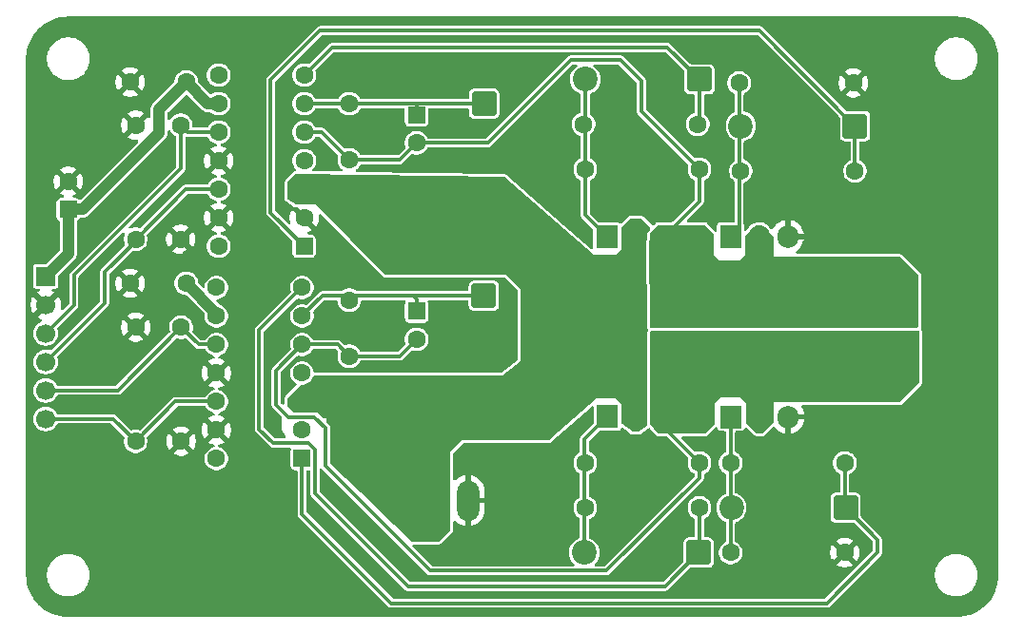
<source format=gbr>
%TF.GenerationSoftware,KiCad,Pcbnew,9.0.4*%
%TF.CreationDate,2025-09-15T17:12:10-07:00*%
%TF.ProjectId,motordriver,6d6f746f-7264-4726-9976-65722e6b6963,rev?*%
%TF.SameCoordinates,Original*%
%TF.FileFunction,Copper,L1,Top*%
%TF.FilePolarity,Positive*%
%FSLAX46Y46*%
G04 Gerber Fmt 4.6, Leading zero omitted, Abs format (unit mm)*
G04 Created by KiCad (PCBNEW 9.0.4) date 2025-09-15 17:12:10*
%MOMM*%
%LPD*%
G01*
G04 APERTURE LIST*
G04 Aperture macros list*
%AMRoundRect*
0 Rectangle with rounded corners*
0 $1 Rounding radius*
0 $2 $3 $4 $5 $6 $7 $8 $9 X,Y pos of 4 corners*
0 Add a 4 corners polygon primitive as box body*
4,1,4,$2,$3,$4,$5,$6,$7,$8,$9,$2,$3,0*
0 Add four circle primitives for the rounded corners*
1,1,$1+$1,$2,$3*
1,1,$1+$1,$4,$5*
1,1,$1+$1,$6,$7*
1,1,$1+$1,$8,$9*
0 Add four rect primitives between the rounded corners*
20,1,$1+$1,$2,$3,$4,$5,0*
20,1,$1+$1,$4,$5,$6,$7,0*
20,1,$1+$1,$6,$7,$8,$9,0*
20,1,$1+$1,$8,$9,$2,$3,0*%
G04 Aperture macros list end*
%TA.AperFunction,ComponentPad*%
%ADD10C,1.600000*%
%TD*%
%TA.AperFunction,ComponentPad*%
%ADD11RoundRect,0.250000X-0.550000X0.550000X-0.550000X-0.550000X0.550000X-0.550000X0.550000X0.550000X0*%
%TD*%
%TA.AperFunction,ComponentPad*%
%ADD12O,3.600000X2.000000*%
%TD*%
%TA.AperFunction,ComponentPad*%
%ADD13RoundRect,0.250000X1.550000X-0.750000X1.550000X0.750000X-1.550000X0.750000X-1.550000X-0.750000X0*%
%TD*%
%TA.AperFunction,ComponentPad*%
%ADD14O,2.000000X3.600000*%
%TD*%
%TA.AperFunction,ComponentPad*%
%ADD15RoundRect,0.250000X-0.750000X-1.550000X0.750000X-1.550000X0.750000X1.550000X-0.750000X1.550000X0*%
%TD*%
%TA.AperFunction,ComponentPad*%
%ADD16RoundRect,0.249999X0.850001X0.850001X-0.850001X0.850001X-0.850001X-0.850001X0.850001X-0.850001X0*%
%TD*%
%TA.AperFunction,ComponentPad*%
%ADD17C,2.200000*%
%TD*%
%TA.AperFunction,ComponentPad*%
%ADD18RoundRect,0.250000X0.550000X0.550000X-0.550000X0.550000X-0.550000X-0.550000X0.550000X-0.550000X0*%
%TD*%
%TA.AperFunction,ComponentPad*%
%ADD19RoundRect,0.250000X0.550000X-0.550000X0.550000X0.550000X-0.550000X0.550000X-0.550000X-0.550000X0*%
%TD*%
%TA.AperFunction,ComponentPad*%
%ADD20R,1.905000X2.000000*%
%TD*%
%TA.AperFunction,ComponentPad*%
%ADD21O,1.905000X2.000000*%
%TD*%
%TA.AperFunction,ComponentPad*%
%ADD22RoundRect,0.249999X-0.850001X0.850001X-0.850001X-0.850001X0.850001X-0.850001X0.850001X0.850001X0*%
%TD*%
%TA.AperFunction,ComponentPad*%
%ADD23R,1.700000X1.700000*%
%TD*%
%TA.AperFunction,ComponentPad*%
%ADD24C,1.700000*%
%TD*%
%TA.AperFunction,ViaPad*%
%ADD25C,0.800000*%
%TD*%
%TA.AperFunction,Conductor*%
%ADD26C,0.300000*%
%TD*%
%TA.AperFunction,Conductor*%
%ADD27C,1.000000*%
%TD*%
%TA.AperFunction,Conductor*%
%ADD28C,2.000000*%
%TD*%
G04 APERTURE END LIST*
D10*
%TO.P,C5,2*%
%TO.N,/VOUT1*%
X35000000Y-29000000D03*
D11*
%TO.P,C5,1*%
%TO.N,Net-(D2-K)*%
X35000000Y-26500000D03*
%TD*%
D10*
%TO.P,R1,2*%
%TO.N,GND*%
X14000000Y-20080000D03*
%TO.P,R1,1*%
%TO.N,/HIN2*%
X14000000Y-9920000D03*
%TD*%
%TO.P,R2,2*%
%TO.N,GND*%
X10000000Y-9920000D03*
%TO.P,R2,1*%
%TO.N,/LIN2*%
X10000000Y-20080000D03*
%TD*%
%TO.P,R4,2*%
%TO.N,GND*%
X10000000Y-27920000D03*
%TO.P,R4,1*%
%TO.N,/LIN1*%
X10000000Y-38080000D03*
%TD*%
%TO.P,R3,2*%
%TO.N,GND*%
X14050000Y-38080000D03*
%TO.P,R3,1*%
%TO.N,/HIN1*%
X14050000Y-27920000D03*
%TD*%
%TO.P,R12,2*%
%TO.N,GND*%
X73840000Y-6160000D03*
%TO.P,R12,1*%
%TO.N,Net-(D6-A)*%
X63680000Y-6160000D03*
%TD*%
%TO.P,C6,1*%
%TO.N,Net-(D1-K)*%
X29000000Y-8000000D03*
%TO.P,C6,2*%
%TO.N,/VOUT2*%
X29000000Y-13000000D03*
%TD*%
D11*
%TO.P,C4,1*%
%TO.N,Net-(D1-K)*%
X35000000Y-9000000D03*
D10*
%TO.P,C4,2*%
%TO.N,/VOUT2*%
X35000000Y-11500000D03*
%TD*%
D12*
%TO.P,J3,2,Pin_2*%
%TO.N,/VOUT2*%
X76700000Y-24500000D03*
D13*
%TO.P,J3,1,Pin_1*%
%TO.N,/VOUT1*%
X76700000Y-29500000D03*
%TD*%
D10*
%TO.P,C7,1*%
%TO.N,Net-(D2-K)*%
X29000000Y-25500000D03*
%TO.P,C7,2*%
%TO.N,/VOUT1*%
X29000000Y-30500000D03*
%TD*%
D14*
%TO.P,J2,2,Pin_2*%
%TO.N,GND*%
X39550000Y-43350000D03*
D15*
%TO.P,J2,1,Pin_1*%
%TO.N,+24V*%
X34550000Y-43350000D03*
%TD*%
D10*
%TO.P,R5,1*%
%TO.N,/HO1*%
X60160000Y-44000000D03*
%TO.P,R5,2*%
%TO.N,Net-(D3-A)*%
X50000000Y-44000000D03*
%TD*%
D16*
%TO.P,D4,1,K*%
%TO.N,/LO1*%
X73160000Y-44000000D03*
D17*
%TO.P,D4,2,A*%
%TO.N,Net-(D4-A)*%
X63000000Y-44000000D03*
%TD*%
D10*
%TO.P,R6,1*%
%TO.N,/LO1*%
X73080000Y-40000000D03*
%TO.P,R6,2*%
%TO.N,Net-(D4-A)*%
X62920000Y-40000000D03*
%TD*%
D18*
%TO.P,U2,1,LO*%
%TO.N,/LO1*%
X24805000Y-39620000D03*
D10*
%TO.P,U2,2,COM*%
%TO.N,GND*%
X24805000Y-37080000D03*
%TO.P,U2,3,VCC*%
%TO.N,+24V*%
X24805000Y-34540000D03*
%TO.P,U2,4,NC*%
%TO.N,unconnected-(U2-NC-Pad4)*%
X24805000Y-32000000D03*
%TO.P,U2,5,VS*%
%TO.N,/VOUT1*%
X24805000Y-29460000D03*
%TO.P,U2,6,VB*%
%TO.N,Net-(D2-K)*%
X24805000Y-26920000D03*
%TO.P,U2,7,HO*%
%TO.N,/HO1*%
X24805000Y-24380000D03*
%TO.P,U2,8,NC*%
%TO.N,unconnected-(U2-NC-Pad8)*%
X17185000Y-24380000D03*
%TO.P,U2,9,VDD*%
%TO.N,VDD*%
X17185000Y-26920000D03*
%TO.P,U2,10,HIN*%
%TO.N,/HIN1*%
X17185000Y-29460000D03*
%TO.P,U2,11,SD*%
%TO.N,GND*%
X17185000Y-32000000D03*
%TO.P,U2,12,LIN*%
%TO.N,/LIN1*%
X17185000Y-34540000D03*
%TO.P,U2,13,VSS*%
%TO.N,GND*%
X17185000Y-37080000D03*
%TO.P,U2,14,NC*%
%TO.N,unconnected-(U2-NC-Pad14)*%
X17185000Y-39620000D03*
%TD*%
D18*
%TO.P,U1,1,LO*%
%TO.N,/LO2*%
X25000000Y-20700000D03*
D10*
%TO.P,U1,2,COM*%
%TO.N,GND*%
X25000000Y-18160000D03*
%TO.P,U1,3,VCC*%
%TO.N,+24V*%
X25000000Y-15620000D03*
%TO.P,U1,4,NC*%
%TO.N,unconnected-(U1-NC-Pad4)*%
X25000000Y-13080000D03*
%TO.P,U1,5,VS*%
%TO.N,/VOUT2*%
X25000000Y-10540000D03*
%TO.P,U1,6,VB*%
%TO.N,Net-(D1-K)*%
X25000000Y-8000000D03*
%TO.P,U1,7,HO*%
%TO.N,/HO2*%
X25000000Y-5460000D03*
%TO.P,U1,8,NC*%
%TO.N,unconnected-(U1-NC-Pad8)*%
X17380000Y-5460000D03*
%TO.P,U1,9,VDD*%
%TO.N,VDD*%
X17380000Y-8000000D03*
%TO.P,U1,10,HIN*%
%TO.N,/HIN2*%
X17380000Y-10540000D03*
%TO.P,U1,11,SD*%
%TO.N,GND*%
X17380000Y-13080000D03*
%TO.P,U1,12,LIN*%
%TO.N,/LIN2*%
X17380000Y-15620000D03*
%TO.P,U1,13,VSS*%
%TO.N,GND*%
X17380000Y-18160000D03*
%TO.P,U1,14,NC*%
%TO.N,unconnected-(U1-NC-Pad14)*%
X17380000Y-20700000D03*
%TD*%
%TO.P,R8,1*%
%TO.N,Net-(D4-A)*%
X62920000Y-48000000D03*
%TO.P,R8,2*%
%TO.N,GND*%
X73080000Y-48000000D03*
%TD*%
%TO.P,R10,1*%
%TO.N,/LO2*%
X74000000Y-14000000D03*
%TO.P,R10,2*%
%TO.N,Net-(D6-A)*%
X63840000Y-14000000D03*
%TD*%
D16*
%TO.P,D3,1,K*%
%TO.N,/HO1*%
X60080000Y-48000000D03*
D17*
%TO.P,D3,2,A*%
%TO.N,Net-(D3-A)*%
X49920000Y-48000000D03*
%TD*%
D19*
%TO.P,C1,1*%
%TO.N,VDD*%
X4000000Y-17420000D03*
D10*
%TO.P,C1,2*%
%TO.N,GND*%
X4000000Y-14920000D03*
%TD*%
D20*
%TO.P,Q2,1,G*%
%TO.N,Net-(D4-A)*%
X62960000Y-35900000D03*
D21*
%TO.P,Q2,2,D*%
%TO.N,/VOUT1*%
X65500000Y-35900000D03*
%TO.P,Q2,3,S*%
%TO.N,GND*%
X68040000Y-35900000D03*
%TD*%
D22*
%TO.P,D2,1,K*%
%TO.N,Net-(D2-K)*%
X40975000Y-25115000D03*
D17*
%TO.P,D2,2,A*%
%TO.N,+24V*%
X40975000Y-35275000D03*
%TD*%
D10*
%TO.P,C3,1*%
%TO.N,VDD*%
X14500000Y-6080000D03*
%TO.P,C3,2*%
%TO.N,GND*%
X9500000Y-6080000D03*
%TD*%
%TO.P,R9,1*%
%TO.N,/HO2*%
X60000000Y-9840000D03*
%TO.P,R9,2*%
%TO.N,Net-(D5-A)*%
X49840000Y-9840000D03*
%TD*%
D23*
%TO.P,J1,1,Pin_1*%
%TO.N,VDD*%
X2000000Y-23380000D03*
D24*
%TO.P,J1,2,Pin_2*%
%TO.N,GND*%
X2000000Y-25920000D03*
%TO.P,J1,3,Pin_3*%
%TO.N,/HIN2*%
X2000000Y-28460000D03*
%TO.P,J1,4,Pin_4*%
%TO.N,/LIN2*%
X2000000Y-31000000D03*
%TO.P,J1,5,Pin_5*%
%TO.N,/HIN1*%
X2000000Y-33540000D03*
%TO.P,J1,6,Pin_6*%
%TO.N,/LIN1*%
X2000000Y-36080000D03*
%TD*%
D20*
%TO.P,Q4,1,G*%
%TO.N,Net-(D6-A)*%
X62920000Y-19840000D03*
D21*
%TO.P,Q4,2,D*%
%TO.N,/VOUT2*%
X65460000Y-19840000D03*
%TO.P,Q4,3,S*%
%TO.N,GND*%
X68000000Y-19840000D03*
%TD*%
D10*
%TO.P,R11,1*%
%TO.N,Net-(D5-A)*%
X50000000Y-13840000D03*
%TO.P,R11,2*%
%TO.N,/VOUT2*%
X60160000Y-13840000D03*
%TD*%
D16*
%TO.P,D5,1,K*%
%TO.N,/HO2*%
X60160000Y-5840000D03*
D17*
%TO.P,D5,2,A*%
%TO.N,Net-(D5-A)*%
X50000000Y-5840000D03*
%TD*%
D20*
%TO.P,Q1,1,G*%
%TO.N,Net-(D3-A)*%
X51960000Y-35850000D03*
D21*
%TO.P,Q1,2,D*%
%TO.N,+24V*%
X54500000Y-35850000D03*
%TO.P,Q1,3,S*%
%TO.N,/VOUT1*%
X57040000Y-35850000D03*
%TD*%
D16*
%TO.P,D6,1,K*%
%TO.N,/LO2*%
X74000000Y-10000000D03*
D17*
%TO.P,D6,2,A*%
%TO.N,Net-(D6-A)*%
X63840000Y-10000000D03*
%TD*%
D10*
%TO.P,C2,1*%
%TO.N,VDD*%
X14500000Y-24000000D03*
%TO.P,C2,2*%
%TO.N,GND*%
X9500000Y-24000000D03*
%TD*%
D22*
%TO.P,D1,1,K*%
%TO.N,Net-(D1-K)*%
X41000000Y-8000000D03*
D17*
%TO.P,D1,2,A*%
%TO.N,+24V*%
X41000000Y-18160000D03*
%TD*%
D20*
%TO.P,Q3,1,G*%
%TO.N,Net-(D5-A)*%
X51920000Y-19840000D03*
D21*
%TO.P,Q3,2,D*%
%TO.N,+24V*%
X54460000Y-19840000D03*
%TO.P,Q3,3,S*%
%TO.N,/VOUT2*%
X57000000Y-19840000D03*
%TD*%
D10*
%TO.P,R7,1*%
%TO.N,Net-(D3-A)*%
X50000000Y-40000000D03*
%TO.P,R7,2*%
%TO.N,/VOUT1*%
X60160000Y-40000000D03*
%TD*%
D25*
%TO.N,GND*%
X72000000Y-39000000D03*
X72000000Y-41500000D03*
X72000000Y-46500000D03*
X72000000Y-49000000D03*
X22000000Y-36500000D03*
X22000000Y-29000000D03*
X32000000Y-26500000D03*
X32000000Y-29000000D03*
X29500000Y-29000000D03*
X27000000Y-31500000D03*
X32000000Y-31500000D03*
X34500000Y-31500000D03*
X37000000Y-31500000D03*
X39500000Y-31500000D03*
X42000000Y-31500000D03*
X42000000Y-29000000D03*
X39500000Y-29000000D03*
X37000000Y-24000000D03*
X34500000Y-24000000D03*
X32000000Y-24000000D03*
X29500000Y-21500000D03*
X29500000Y-24000000D03*
X27000000Y-24000000D03*
X27000000Y-21500000D03*
X39500000Y-46500000D03*
X42000000Y-46500000D03*
X2000000Y-46500000D03*
X4500000Y-46500000D03*
X7000000Y-46500000D03*
X7000000Y-51500000D03*
X9500000Y-51500000D03*
X12000000Y-51500000D03*
X27000000Y-49000000D03*
X29500000Y-51500000D03*
X27000000Y-51500000D03*
X24500000Y-51500000D03*
X22000000Y-41500000D03*
X19500000Y-41500000D03*
X17000000Y-41500000D03*
X14500000Y-41500000D03*
X9500000Y-41500000D03*
X12000000Y-41500000D03*
X4500000Y-6500000D03*
X2000000Y-6500000D03*
X7000000Y-1500000D03*
X9500000Y-1500000D03*
X12000000Y-1500000D03*
X14500000Y-1500000D03*
X17000000Y-1500000D03*
X19500000Y-1500000D03*
X22000000Y-1500000D03*
X69500000Y-1500000D03*
X72000000Y-1500000D03*
X74500000Y-1500000D03*
X77000000Y-1500000D03*
X79500000Y-1500000D03*
X84500000Y-6500000D03*
X82000000Y-6500000D03*
X84500000Y-46500000D03*
X82000000Y-46500000D03*
X79500000Y-51500000D03*
X77000000Y-51500000D03*
X74500000Y-51500000D03*
X69500000Y-51500000D03*
X67000000Y-51500000D03*
X64500000Y-51500000D03*
X62000000Y-51500000D03*
X59500000Y-51500000D03*
X22000000Y-39000000D03*
X54500000Y-41500000D03*
X31500000Y-49750000D03*
X28500000Y-47000000D03*
X26250000Y-44750000D03*
X34000000Y-48750000D03*
X30500000Y-45500000D03*
X27750000Y-43000000D03*
X54500000Y-44000000D03*
X57000000Y-41500000D03*
X57000000Y-39000000D03*
X54500000Y-39000000D03*
X52000000Y-39000000D03*
X52000000Y-41500000D03*
X52000000Y-44000000D03*
X57000000Y-46500000D03*
X54500000Y-49000000D03*
X57000000Y-49000000D03*
X69500000Y-46500000D03*
X69500000Y-44000000D03*
X69500000Y-41500000D03*
X69500000Y-39000000D03*
X67000000Y-39000000D03*
X67000000Y-44000000D03*
X67000000Y-41500000D03*
X67000000Y-46500000D03*
X64500000Y-49000000D03*
X67000000Y-49000000D03*
X69500000Y-49000000D03*
X79500000Y-46500000D03*
X79500000Y-49000000D03*
X77000000Y-49000000D03*
X77000000Y-46500000D03*
X77000000Y-44000000D03*
X82000000Y-44000000D03*
X84500000Y-44000000D03*
X79500000Y-44000000D03*
X74500000Y-39000000D03*
X74500000Y-41500000D03*
X79500000Y-41500000D03*
X82000000Y-41500000D03*
X77000000Y-41500000D03*
X79500000Y-39000000D03*
X82000000Y-39000000D03*
X77000000Y-39000000D03*
X82000000Y-36500000D03*
X79500000Y-36500000D03*
X77000000Y-36500000D03*
X74500000Y-36500000D03*
X72000000Y-36500000D03*
X82000000Y-34000000D03*
X82000000Y-31500000D03*
X84500000Y-31500000D03*
X84500000Y-29000000D03*
X82000000Y-29000000D03*
X82000000Y-24000000D03*
X84500000Y-26500000D03*
X82000000Y-26500000D03*
X84500000Y-24000000D03*
X84500000Y-21500000D03*
X82000000Y-21500000D03*
X79500000Y-21500000D03*
X79500000Y-19000000D03*
X84500000Y-19000000D03*
X82000000Y-19000000D03*
X77000000Y-19000000D03*
X74500000Y-19000000D03*
X72000000Y-19000000D03*
X77000000Y-16500000D03*
X72000000Y-16500000D03*
X82000000Y-16500000D03*
X74500000Y-16500000D03*
X79500000Y-16500000D03*
X84500000Y-16500000D03*
X84500000Y-14000000D03*
X82000000Y-14000000D03*
X79500000Y-14000000D03*
X77000000Y-14000000D03*
X77000000Y-11500000D03*
X79500000Y-11500000D03*
X82000000Y-11500000D03*
X84500000Y-11500000D03*
X82000000Y-9000000D03*
X84500000Y-9000000D03*
X79500000Y-9000000D03*
X77000000Y-9000000D03*
X77000000Y-6500000D03*
X79500000Y-6500000D03*
X79500000Y-4000000D03*
X77000000Y-4000000D03*
X74500000Y-4000000D03*
X69500000Y-4000000D03*
X72000000Y-4000000D03*
X69500000Y-9000000D03*
X69500000Y-16500000D03*
X69500000Y-14000000D03*
X69500000Y-11500000D03*
X57000000Y-6500000D03*
X57000000Y-9000000D03*
X62000000Y-6500000D03*
X62000000Y-9000000D03*
X62000000Y-11500000D03*
X62000000Y-14000000D03*
X62000000Y-16500000D03*
X67000000Y-16500000D03*
X67000000Y-14000000D03*
X67000000Y-11500000D03*
X67000000Y-9000000D03*
X67000000Y-6500000D03*
X64500000Y-4000000D03*
X62000000Y-4000000D03*
X44500000Y-6500000D03*
X39500000Y-6500000D03*
X37000000Y-6500000D03*
X34500000Y-6500000D03*
X27000000Y-6500000D03*
X29500000Y-6500000D03*
X32000000Y-6500000D03*
X44500000Y-11500000D03*
X47000000Y-14000000D03*
X47000000Y-11500000D03*
X47000000Y-9000000D03*
X52000000Y-6500000D03*
X52000000Y-9000000D03*
X54500000Y-11500000D03*
X52000000Y-11500000D03*
X52000000Y-14000000D03*
X54500000Y-14000000D03*
X57000000Y-14000000D03*
X57000000Y-16500000D03*
X54500000Y-16500000D03*
X52000000Y-16500000D03*
X44500000Y-14000000D03*
X52000000Y-46500000D03*
X42000000Y-39000000D03*
X44500000Y-39000000D03*
X47000000Y-39000000D03*
X47000000Y-44000000D03*
X47000000Y-41500000D03*
X44500000Y-41500000D03*
X42000000Y-41500000D03*
X42000000Y-44000000D03*
X44500000Y-44000000D03*
X47000000Y-46500000D03*
X44500000Y-46500000D03*
X2000000Y-21500000D03*
X14500000Y-31500000D03*
X12000000Y-34000000D03*
X14500000Y-21500000D03*
X12000000Y-24000000D03*
X12000000Y-21500000D03*
X9500000Y-16500000D03*
X12000000Y-14000000D03*
X7000000Y-19000000D03*
X2000000Y-19000000D03*
X2000000Y-16500000D03*
X2000000Y-14000000D03*
X4500000Y-11500000D03*
X2000000Y-11500000D03*
X7000000Y-11500000D03*
X7000000Y-4000000D03*
X7000000Y-6500000D03*
X2000000Y-9000000D03*
X4500000Y-9000000D03*
X7000000Y-9000000D03*
X12000000Y-6500000D03*
X9500000Y-4000000D03*
X12000000Y-4000000D03*
X14500000Y-4000000D03*
X17000000Y-4000000D03*
X22000000Y-4000000D03*
X19500000Y-6500000D03*
X19500000Y-4000000D03*
X19500000Y-9000000D03*
X19500000Y-14000000D03*
X19500000Y-11500000D03*
X19500000Y-16500000D03*
X19500000Y-19000000D03*
X19500000Y-21500000D03*
X22000000Y-21500000D03*
X22000000Y-24000000D03*
X19500000Y-24000000D03*
X19500000Y-26500000D03*
X19500000Y-29000000D03*
X19500000Y-31500000D03*
X19500000Y-34000000D03*
X19500000Y-36500000D03*
X19500000Y-39000000D03*
X12000000Y-39000000D03*
X7000000Y-39000000D03*
X4500000Y-39000000D03*
X2000000Y-39000000D03*
X4500000Y-44000000D03*
X2000000Y-44000000D03*
X7000000Y-44000000D03*
X4500000Y-41500000D03*
X2000000Y-41500000D03*
X7000000Y-41500000D03*
%TD*%
D26*
%TO.N,/LO1*%
X76000000Y-46840000D02*
X73160000Y-44000000D01*
X76000000Y-48000000D02*
X76000000Y-46840000D01*
X24805000Y-44555000D02*
X32750000Y-52500000D01*
X32750000Y-52500000D02*
X71500000Y-52500000D01*
X24805000Y-39620000D02*
X24805000Y-44555000D01*
X71500000Y-52500000D02*
X76000000Y-48000000D01*
%TO.N,/HO1*%
X21000000Y-28185000D02*
X24805000Y-24380000D01*
X22231000Y-38231000D02*
X21000000Y-37000000D01*
X25372870Y-38231000D02*
X22231000Y-38231000D01*
X25956000Y-38814130D02*
X25372870Y-38231000D01*
X25956000Y-42706000D02*
X25956000Y-38814130D01*
X34250000Y-51000000D02*
X25956000Y-42706000D01*
X57080000Y-51000000D02*
X34250000Y-51000000D01*
X21000000Y-37000000D02*
X21000000Y-28185000D01*
X60080000Y-48000000D02*
X57080000Y-51000000D01*
%TO.N,/LO2*%
X22000000Y-17700000D02*
X25000000Y-20700000D01*
X22000000Y-5916120D02*
X22000000Y-17700000D01*
X65500000Y-1500000D02*
X26416120Y-1500000D01*
X74000000Y-10000000D02*
X65500000Y-1500000D01*
X26416120Y-1500000D02*
X22000000Y-5916120D01*
%TO.N,/HO2*%
X57320000Y-3000000D02*
X60160000Y-5840000D01*
X27460000Y-3000000D02*
X57320000Y-3000000D01*
X25000000Y-5460000D02*
X27460000Y-3000000D01*
D27*
%TO.N,VDD*%
X12100000Y-8480000D02*
X14500000Y-6080000D01*
X12100000Y-10600000D02*
X12100000Y-8480000D01*
X4000000Y-17420000D02*
X5280000Y-17420000D01*
X5280000Y-17420000D02*
X12100000Y-10600000D01*
D26*
%TO.N,/VOUT2*%
X53100000Y-4100000D02*
X48725000Y-4100000D01*
X55000000Y-6000000D02*
X53100000Y-4100000D01*
X41325000Y-11500000D02*
X35000000Y-11500000D01*
X55000000Y-8680000D02*
X55000000Y-6000000D01*
X48725000Y-4100000D02*
X41325000Y-11500000D01*
X60160000Y-13840000D02*
X55000000Y-8680000D01*
%TO.N,/LIN1*%
X13540000Y-34540000D02*
X17185000Y-34540000D01*
X10000000Y-38080000D02*
X13540000Y-34540000D01*
X2000000Y-36080000D02*
X8000000Y-36080000D01*
X8000000Y-36080000D02*
X10000000Y-38080000D01*
%TO.N,/HIN1*%
X8430000Y-33540000D02*
X2000000Y-33540000D01*
X14050000Y-27920000D02*
X8430000Y-33540000D01*
X15590000Y-29460000D02*
X14050000Y-27920000D01*
X17185000Y-29460000D02*
X15590000Y-29460000D01*
%TO.N,/VOUT1*%
X60160000Y-41340000D02*
X60160000Y-40000000D01*
X51900000Y-49600000D02*
X60160000Y-41340000D01*
X36200000Y-49600000D02*
X51900000Y-49600000D01*
X26900000Y-40300000D02*
X36200000Y-49600000D01*
X22500000Y-34800000D02*
X23600000Y-35900000D01*
X26900000Y-36900000D02*
X26900000Y-40300000D01*
X22500000Y-31765000D02*
X22500000Y-34800000D01*
X25900000Y-35900000D02*
X26900000Y-36900000D01*
X24805000Y-29460000D02*
X22500000Y-31765000D01*
X23600000Y-35900000D02*
X25900000Y-35900000D01*
D28*
%TO.N,+24V*%
X54500000Y-19880000D02*
X54460000Y-19840000D01*
D26*
%TO.N,/LIN2*%
X10000000Y-20250000D02*
X7250000Y-23000000D01*
X7250000Y-23000000D02*
X7250000Y-25750000D01*
X7250000Y-25750000D02*
X2000000Y-31000000D01*
X10000000Y-20080000D02*
X10000000Y-20250000D01*
%TO.N,/HIN2*%
X4500000Y-25960001D02*
X2000001Y-28460000D01*
X4500000Y-23282000D02*
X4500000Y-25960001D01*
X2000001Y-28460000D02*
X2000000Y-28460000D01*
X14000000Y-13782000D02*
X4500000Y-23282000D01*
X14000000Y-9920000D02*
X14000000Y-13782000D01*
%TO.N,/LIN2*%
X17380000Y-15620000D02*
X14460000Y-15620000D01*
X14460000Y-15620000D02*
X10000000Y-20080000D01*
%TO.N,/HIN2*%
X14620000Y-10540000D02*
X14000000Y-9920000D01*
X17380000Y-10540000D02*
X14620000Y-10540000D01*
D27*
%TO.N,VDD*%
X17185000Y-26685000D02*
X14500000Y-24000000D01*
X17185000Y-26920000D02*
X17185000Y-26685000D01*
X4000000Y-21380000D02*
X2000000Y-23380000D01*
X4000000Y-17420000D02*
X4000000Y-21380000D01*
X16420000Y-8000000D02*
X14500000Y-6080000D01*
X17380000Y-8000000D02*
X16420000Y-8000000D01*
D26*
%TO.N,/VOUT1*%
X29000000Y-30500000D02*
X33500000Y-30500000D01*
X33500000Y-30500000D02*
X35000000Y-29000000D01*
X27960000Y-29460000D02*
X29000000Y-30500000D01*
X24805000Y-29460000D02*
X27960000Y-29460000D01*
%TO.N,Net-(D2-K)*%
X35000000Y-25415000D02*
X34700000Y-25115000D01*
X35000000Y-26500000D02*
X35000000Y-25415000D01*
X34700000Y-25115000D02*
X26610000Y-25115000D01*
X26610000Y-25115000D02*
X24805000Y-26920000D01*
X40975000Y-25115000D02*
X34700000Y-25115000D01*
%TO.N,/VOUT2*%
X33500000Y-13000000D02*
X35000000Y-11500000D01*
X29000000Y-13000000D02*
X33500000Y-13000000D01*
X60160000Y-16680000D02*
X57000000Y-19840000D01*
X60160000Y-13840000D02*
X60160000Y-16680000D01*
%TO.N,/VOUT1*%
X57040000Y-36880000D02*
X57040000Y-35850000D01*
X60160000Y-40000000D02*
X57040000Y-36880000D01*
%TO.N,/VOUT2*%
X26540000Y-10540000D02*
X29000000Y-13000000D01*
X25000000Y-10540000D02*
X26540000Y-10540000D01*
%TO.N,Net-(D1-K)*%
X35000000Y-9000000D02*
X35000000Y-8000000D01*
X25000000Y-8000000D02*
X35000000Y-8000000D01*
X35000000Y-8000000D02*
X41000000Y-8000000D01*
%TO.N,/LO1*%
X73080000Y-43920000D02*
X73160000Y-44000000D01*
X73080000Y-40000000D02*
X73080000Y-43920000D01*
%TO.N,Net-(D4-A)*%
X62920000Y-35940000D02*
X62960000Y-35900000D01*
X62920000Y-48000000D02*
X62920000Y-35940000D01*
%TO.N,Net-(D6-A)*%
X63680000Y-19080000D02*
X62920000Y-19840000D01*
X63680000Y-6160000D02*
X63680000Y-19080000D01*
%TO.N,/LO2*%
X74000000Y-14000000D02*
X74000000Y-10000000D01*
%TO.N,/HO2*%
X60160000Y-9680000D02*
X60000000Y-9840000D01*
X60160000Y-5840000D02*
X60160000Y-9680000D01*
%TO.N,Net-(D5-A)*%
X50000000Y-17920000D02*
X51920000Y-19840000D01*
X50000000Y-5840000D02*
X50000000Y-17920000D01*
%TO.N,Net-(D3-A)*%
X49920000Y-48000000D02*
X49920000Y-37890000D01*
X49920000Y-37890000D02*
X51960000Y-35850000D01*
%TO.N,/HO1*%
X60160000Y-44000000D02*
X60160000Y-47920000D01*
X60160000Y-47920000D02*
X60080000Y-48000000D01*
%TD*%
%TA.AperFunction,Conductor*%
%TO.N,+24V*%
G36*
X42713569Y-14499507D02*
G01*
X42771497Y-14519199D01*
X42777415Y-14523988D01*
X50750000Y-21500000D01*
X52749999Y-21500000D01*
X52750000Y-21500000D01*
X53250000Y-21000000D01*
X53250000Y-19041008D01*
X53268907Y-18982817D01*
X53278996Y-18971004D01*
X53971004Y-18278996D01*
X54025521Y-18251219D01*
X54041008Y-18250000D01*
X54958992Y-18250000D01*
X55017183Y-18268907D01*
X55028996Y-18278996D01*
X55721004Y-18971004D01*
X55724630Y-18978121D01*
X55731093Y-18982817D01*
X55738256Y-19004865D01*
X55748781Y-19025521D01*
X55750000Y-19041008D01*
X55750000Y-19205052D01*
X55731093Y-19263243D01*
X55727054Y-19268430D01*
X55564058Y-19464024D01*
X55564043Y-19464044D01*
X55547017Y-19486966D01*
X55534874Y-19505382D01*
X55530321Y-19512541D01*
X55495821Y-19606061D01*
X55495819Y-19606067D01*
X55486248Y-19666498D01*
X55486248Y-19746439D01*
X55489449Y-19766644D01*
X55493537Y-19792454D01*
X55493781Y-19793990D01*
X55495000Y-19809479D01*
X55495000Y-19950522D01*
X55493781Y-19966010D01*
X55471719Y-20105297D01*
X55468094Y-20120397D01*
X55465097Y-20129620D01*
X55455620Y-20169358D01*
X55455620Y-20169360D01*
X55450779Y-20200529D01*
X55450778Y-20200538D01*
X55447755Y-20241300D01*
X55493599Y-27851285D01*
X55493600Y-27851304D01*
X55499622Y-27904922D01*
X55508605Y-27945537D01*
X55508608Y-27945545D01*
X55518134Y-27978151D01*
X55518135Y-27978154D01*
X55571393Y-28065586D01*
X55585518Y-28125119D01*
X55577313Y-28157292D01*
X55576152Y-28159902D01*
X55556890Y-28217993D01*
X55543911Y-28296864D01*
X55494721Y-36462279D01*
X55494834Y-36471574D01*
X55495049Y-36478711D01*
X55513214Y-36565898D01*
X55519401Y-36581360D01*
X55523463Y-36642410D01*
X55490864Y-36694188D01*
X55486885Y-36697335D01*
X54776400Y-37230200D01*
X54718503Y-37249989D01*
X54717000Y-37250000D01*
X54283000Y-37250000D01*
X54224809Y-37231093D01*
X54223600Y-37230200D01*
X53289600Y-36529700D01*
X53254392Y-36479660D01*
X53250000Y-36450500D01*
X53250000Y-34750001D01*
X53250000Y-34750000D01*
X52750000Y-34250000D01*
X52749999Y-34250000D01*
X51000001Y-34250000D01*
X51000000Y-34250000D01*
X47600000Y-37250000D01*
X46778068Y-37975234D01*
X46721924Y-37999557D01*
X46712567Y-38000000D01*
X39000000Y-38000000D01*
X38000000Y-39000000D01*
X38000000Y-39000001D01*
X38000000Y-45958992D01*
X37981093Y-46017183D01*
X37971004Y-46028996D01*
X37028996Y-46971004D01*
X36974479Y-46998781D01*
X36958992Y-47000000D01*
X34565753Y-47000000D01*
X34507562Y-46981093D01*
X34497115Y-46972343D01*
X31410141Y-44002410D01*
X31341041Y-43935930D01*
X33849500Y-43935930D01*
X33849500Y-44064069D01*
X33874499Y-44189742D01*
X33874500Y-44189747D01*
X33923534Y-44308125D01*
X33923538Y-44308133D01*
X33941712Y-44335331D01*
X33994724Y-44414669D01*
X34085331Y-44505276D01*
X34148848Y-44547717D01*
X34191866Y-44576461D01*
X34191870Y-44576463D01*
X34191873Y-44576465D01*
X34310256Y-44625501D01*
X34435931Y-44650500D01*
X34435932Y-44650500D01*
X34564068Y-44650500D01*
X34564069Y-44650500D01*
X34689744Y-44625501D01*
X34808127Y-44576465D01*
X34914669Y-44505276D01*
X35005276Y-44414669D01*
X35076465Y-44308127D01*
X35125501Y-44189744D01*
X35150500Y-44064069D01*
X35150500Y-43935931D01*
X35125501Y-43810256D01*
X35076465Y-43691873D01*
X35076463Y-43691870D01*
X35076461Y-43691866D01*
X35047717Y-43648848D01*
X35005276Y-43585331D01*
X34914669Y-43494724D01*
X34872226Y-43466365D01*
X34808133Y-43423538D01*
X34808125Y-43423534D01*
X34689747Y-43374500D01*
X34689745Y-43374499D01*
X34689744Y-43374499D01*
X34564069Y-43349500D01*
X34435931Y-43349500D01*
X34435930Y-43349500D01*
X34373093Y-43361999D01*
X34310256Y-43374499D01*
X34310255Y-43374499D01*
X34310252Y-43374500D01*
X34191874Y-43423534D01*
X34191866Y-43423538D01*
X34085331Y-43494724D01*
X34085327Y-43494727D01*
X33994727Y-43585327D01*
X33994724Y-43585331D01*
X33923538Y-43691866D01*
X33923534Y-43691874D01*
X33874500Y-43810252D01*
X33874499Y-43810257D01*
X33849500Y-43935930D01*
X31341041Y-43935930D01*
X27330862Y-40077795D01*
X27302036Y-40023825D01*
X27300500Y-40006452D01*
X27300500Y-36960714D01*
X27300501Y-36960701D01*
X27300501Y-36847272D01*
X27300500Y-36847270D01*
X27273208Y-36745416D01*
X27273207Y-36745414D01*
X27273207Y-36745413D01*
X27258192Y-36719406D01*
X27258191Y-36719404D01*
X27258191Y-36719403D01*
X27220483Y-36654091D01*
X27220481Y-36654089D01*
X27220480Y-36654087D01*
X27145913Y-36579520D01*
X27145910Y-36579518D01*
X27142455Y-36576062D01*
X27142449Y-36576057D01*
X27028996Y-36462603D01*
X27001219Y-36408087D01*
X27000000Y-36392600D01*
X27000000Y-36000001D01*
X27000000Y-36000000D01*
X26999999Y-36000000D01*
X26697582Y-36000000D01*
X26639391Y-35981093D01*
X26620276Y-35962845D01*
X26250000Y-35500000D01*
X26249999Y-35500000D01*
X25963014Y-35500000D01*
X25955386Y-35499500D01*
X25952727Y-35499500D01*
X24040508Y-35499500D01*
X23982317Y-35480593D01*
X23970504Y-35470504D01*
X23528996Y-35028996D01*
X23501219Y-34974479D01*
X23500000Y-34958992D01*
X23500000Y-34291007D01*
X23518907Y-34232816D01*
X23528990Y-34221009D01*
X24670505Y-33079494D01*
X24725020Y-33051719D01*
X24740507Y-33050500D01*
X24908464Y-33050500D01*
X24908465Y-33050500D01*
X25111420Y-33010130D01*
X25302598Y-32930941D01*
X25474655Y-32815977D01*
X25620977Y-32669655D01*
X25735941Y-32497598D01*
X25813186Y-32311114D01*
X25852923Y-32264588D01*
X25904650Y-32250000D01*
X42624999Y-32250000D01*
X42625000Y-32250000D01*
X44250000Y-30950000D01*
X44250000Y-24500000D01*
X43000000Y-23250000D01*
X42999999Y-23250000D01*
X32291008Y-23250000D01*
X32232817Y-23231093D01*
X32221004Y-23221004D01*
X29120397Y-20120397D01*
X26000000Y-17000000D01*
X25999999Y-17000000D01*
X24279975Y-17000000D01*
X24225060Y-16983373D01*
X23544085Y-16529390D01*
X23506155Y-16481380D01*
X23500000Y-16447017D01*
X23500000Y-15041008D01*
X23518907Y-14982817D01*
X23528996Y-14971004D01*
X24220450Y-14279549D01*
X24274965Y-14251774D01*
X24291781Y-14250564D01*
X42713569Y-14499507D01*
G37*
%TD.AperFunction*%
%TD*%
%TA.AperFunction,Conductor*%
%TO.N,/VOUT2*%
G36*
X60663733Y-18818907D02*
G01*
X60679536Y-18833228D01*
X61424994Y-19671868D01*
X61449522Y-19727922D01*
X61450000Y-19737640D01*
X61450000Y-21500000D01*
X61950000Y-22000000D01*
X63749999Y-22000000D01*
X63750000Y-22000000D01*
X64250000Y-21500000D01*
X64250000Y-19744091D01*
X64268907Y-19685900D01*
X64282772Y-19670505D01*
X65221762Y-18825414D01*
X65277664Y-18800540D01*
X65287990Y-18800000D01*
X65706205Y-18800000D01*
X65764396Y-18818907D01*
X65779459Y-18832405D01*
X66642346Y-19781581D01*
X66724254Y-19871679D01*
X66749407Y-19927455D01*
X66750000Y-19938274D01*
X66750000Y-21600000D01*
X77908992Y-21600000D01*
X77967183Y-21618907D01*
X77978996Y-21628996D01*
X79621004Y-23271004D01*
X79648781Y-23325521D01*
X79650000Y-23341008D01*
X79650000Y-27845500D01*
X79631093Y-27903691D01*
X79581593Y-27939655D01*
X79551000Y-27944500D01*
X55898401Y-27944500D01*
X55857293Y-27947673D01*
X55857244Y-27947045D01*
X55799490Y-27935399D01*
X55758077Y-27890359D01*
X55749094Y-27849749D01*
X55703251Y-20239754D01*
X55708093Y-20208574D01*
X55719709Y-20172827D01*
X55726044Y-20132826D01*
X55750500Y-19978420D01*
X55750500Y-19781581D01*
X55738603Y-19706468D01*
X55748174Y-19646036D01*
X55760326Y-19627607D01*
X56420315Y-18835622D01*
X56472093Y-18803023D01*
X56496369Y-18800000D01*
X60605542Y-18800000D01*
X60663733Y-18818907D01*
G37*
%TD.AperFunction*%
%TD*%
%TA.AperFunction,Conductor*%
%TO.N,/VOUT1*%
G36*
X79659191Y-28218907D02*
G01*
X79695155Y-28268407D01*
X79700000Y-28299000D01*
X79700000Y-32858992D01*
X79681093Y-32917183D01*
X79671004Y-32928996D01*
X78028996Y-34571004D01*
X77974479Y-34598781D01*
X77958992Y-34600000D01*
X66800000Y-34600000D01*
X66800000Y-34600001D01*
X66800000Y-36261725D01*
X66781093Y-36319916D01*
X66774254Y-36328320D01*
X65829459Y-37367595D01*
X65776325Y-37397934D01*
X65756205Y-37400000D01*
X65337990Y-37400000D01*
X65279799Y-37381093D01*
X65271762Y-37374586D01*
X64332772Y-36529494D01*
X64302168Y-36476513D01*
X64300000Y-36455908D01*
X64300000Y-34700001D01*
X64300000Y-34700000D01*
X63800000Y-34200000D01*
X63799999Y-34200000D01*
X62000001Y-34200000D01*
X62000000Y-34200000D01*
X61500000Y-34700000D01*
X61500000Y-34700001D01*
X61500000Y-36462359D01*
X61481093Y-36520550D01*
X61474994Y-36528131D01*
X60729536Y-37366772D01*
X60676744Y-37397703D01*
X60655542Y-37400000D01*
X56546369Y-37400000D01*
X56488178Y-37381093D01*
X56470315Y-37364378D01*
X55773442Y-36528131D01*
X55773160Y-36527792D01*
X55750433Y-36470987D01*
X55750217Y-36463846D01*
X55799407Y-28298403D01*
X55818664Y-28240328D01*
X55868380Y-28204663D01*
X55898405Y-28200000D01*
X79601000Y-28200000D01*
X79659191Y-28218907D01*
G37*
%TD.AperFunction*%
%TD*%
%TA.AperFunction,Conductor*%
%TO.N,GND*%
G36*
X50683496Y-34966680D02*
G01*
X50736709Y-35011958D01*
X50756995Y-35078818D01*
X50757000Y-35079932D01*
X50757000Y-36435245D01*
X50737315Y-36502284D01*
X50720681Y-36522926D01*
X49599522Y-37644084D01*
X49599520Y-37644087D01*
X49551970Y-37726446D01*
X49546793Y-37735412D01*
X49536566Y-37773580D01*
X49536566Y-37773581D01*
X49536565Y-37773580D01*
X49519500Y-37837271D01*
X49519500Y-38991355D01*
X49499815Y-39058394D01*
X49464391Y-39094456D01*
X49447367Y-39105832D01*
X49330342Y-39184024D01*
X49184024Y-39330342D01*
X49069058Y-39502403D01*
X48989870Y-39693579D01*
X48989868Y-39693587D01*
X48949500Y-39896530D01*
X48949500Y-40103469D01*
X48989868Y-40306412D01*
X48989870Y-40306420D01*
X49051243Y-40454588D01*
X49069059Y-40497598D01*
X49106425Y-40553520D01*
X49184024Y-40669657D01*
X49330342Y-40815975D01*
X49330345Y-40815977D01*
X49464390Y-40905542D01*
X49509196Y-40959154D01*
X49519500Y-41008645D01*
X49519500Y-42991355D01*
X49499815Y-43058394D01*
X49464391Y-43094456D01*
X49428093Y-43118709D01*
X49330342Y-43184024D01*
X49184024Y-43330342D01*
X49069058Y-43502403D01*
X48989870Y-43693579D01*
X48989868Y-43693587D01*
X48949500Y-43896530D01*
X48949500Y-44103469D01*
X48950061Y-44106287D01*
X48989870Y-44306420D01*
X49069059Y-44497598D01*
X49082968Y-44518414D01*
X49184024Y-44669657D01*
X49330342Y-44815975D01*
X49330345Y-44815977D01*
X49464390Y-44905542D01*
X49509196Y-44959154D01*
X49519500Y-45008645D01*
X49519500Y-46620039D01*
X49499815Y-46687078D01*
X49447011Y-46732833D01*
X49433821Y-46737969D01*
X49401586Y-46748443D01*
X49212179Y-46844951D01*
X49040213Y-46969890D01*
X48889890Y-47120213D01*
X48764951Y-47292179D01*
X48668444Y-47481585D01*
X48602753Y-47683760D01*
X48578941Y-47834107D01*
X48569500Y-47893713D01*
X48569500Y-48106287D01*
X48577119Y-48154394D01*
X48591614Y-48245912D01*
X48602754Y-48316243D01*
X48661679Y-48497596D01*
X48668444Y-48518414D01*
X48764951Y-48707820D01*
X48889890Y-48879786D01*
X48997923Y-48987819D01*
X49031408Y-49049142D01*
X49026424Y-49118834D01*
X48984552Y-49174767D01*
X48919088Y-49199184D01*
X48910242Y-49199500D01*
X36417255Y-49199500D01*
X36350216Y-49179815D01*
X36329574Y-49163181D01*
X34633574Y-47467181D01*
X34600089Y-47405858D01*
X34605073Y-47336166D01*
X34646945Y-47280233D01*
X34712409Y-47255816D01*
X34721255Y-47255500D01*
X36959003Y-47255500D01*
X36979023Y-47254713D01*
X36979030Y-47254712D01*
X36979041Y-47254712D01*
X36994528Y-47253493D01*
X37090471Y-47226435D01*
X37144988Y-47198658D01*
X37209662Y-47151670D01*
X38151670Y-46209662D01*
X38165290Y-46194928D01*
X38175379Y-46183115D01*
X38224088Y-46096135D01*
X38242995Y-46037944D01*
X38255500Y-45958992D01*
X38255500Y-45276182D01*
X38275185Y-45209143D01*
X38327989Y-45163388D01*
X38397147Y-45153444D01*
X38460703Y-45182469D01*
X38467181Y-45188501D01*
X38572813Y-45294133D01*
X38763828Y-45432914D01*
X38974195Y-45540102D01*
X39198744Y-45613063D01*
X39198750Y-45613065D01*
X39300000Y-45629101D01*
X39300000Y-44004120D01*
X39345818Y-44023099D01*
X39481056Y-44050000D01*
X39618944Y-44050000D01*
X39754182Y-44023099D01*
X39800000Y-44004120D01*
X39800000Y-45629100D01*
X39901249Y-45613065D01*
X39901255Y-45613063D01*
X40125804Y-45540102D01*
X40336171Y-45432914D01*
X40527186Y-45294133D01*
X40694133Y-45127186D01*
X40832914Y-44936171D01*
X40940102Y-44725802D01*
X41013065Y-44501247D01*
X41050000Y-44268052D01*
X41050000Y-43600000D01*
X40204121Y-43600000D01*
X40223099Y-43554182D01*
X40250000Y-43418944D01*
X40250000Y-43281056D01*
X40223099Y-43145818D01*
X40204121Y-43100000D01*
X41050000Y-43100000D01*
X41050000Y-42431947D01*
X41013065Y-42198752D01*
X40940102Y-41974197D01*
X40832914Y-41763828D01*
X40694133Y-41572813D01*
X40527186Y-41405866D01*
X40336171Y-41267085D01*
X40125802Y-41159897D01*
X39901247Y-41086934D01*
X39800000Y-41070897D01*
X39800000Y-42695879D01*
X39754182Y-42676901D01*
X39618944Y-42650000D01*
X39481056Y-42650000D01*
X39345818Y-42676901D01*
X39300000Y-42695879D01*
X39300000Y-41070897D01*
X39198752Y-41086934D01*
X38974197Y-41159897D01*
X38763828Y-41267085D01*
X38572813Y-41405866D01*
X38467181Y-41511499D01*
X38405858Y-41544984D01*
X38336166Y-41540000D01*
X38280233Y-41498128D01*
X38255816Y-41432664D01*
X38255500Y-41423818D01*
X38255500Y-39157194D01*
X38275185Y-39090155D01*
X38291819Y-39069513D01*
X39069513Y-38291819D01*
X39130836Y-38258334D01*
X39157194Y-38255500D01*
X46712583Y-38255500D01*
X46724638Y-38255215D01*
X46730686Y-38254928D01*
X46734007Y-38254771D01*
X46778749Y-38244386D01*
X46823483Y-38234004D01*
X46823484Y-38234004D01*
X46823485Y-38234003D01*
X46823491Y-38234002D01*
X46879635Y-38209679D01*
X46947112Y-38166818D01*
X50550959Y-34986951D01*
X50614251Y-34957358D01*
X50683496Y-34966680D01*
G37*
%TD.AperFunction*%
%TA.AperFunction,Conductor*%
G36*
X53329789Y-36880121D02*
G01*
X53340918Y-36887564D01*
X53818716Y-37245912D01*
X54070300Y-37434600D01*
X54071800Y-37435716D01*
X54073009Y-37436609D01*
X54145857Y-37474088D01*
X54204048Y-37492995D01*
X54283000Y-37505500D01*
X54283001Y-37505500D01*
X54717010Y-37505500D01*
X54717150Y-37505499D01*
X54718870Y-37505493D01*
X54720373Y-37505482D01*
X54763572Y-37498140D01*
X54801127Y-37491759D01*
X54801128Y-37491758D01*
X54801138Y-37491757D01*
X54801147Y-37491754D01*
X54859028Y-37471971D01*
X54859031Y-37471969D01*
X54859035Y-37471968D01*
X54925901Y-37436609D01*
X54929693Y-37434604D01*
X54929694Y-37434602D01*
X54929700Y-37434600D01*
X55614871Y-36920719D01*
X55680311Y-36896245D01*
X55748597Y-36911035D01*
X55784528Y-36940538D01*
X56274034Y-37527945D01*
X56295744Y-37550939D01*
X56313607Y-37567654D01*
X56322245Y-37575378D01*
X56375184Y-37605024D01*
X56409220Y-37624085D01*
X56409223Y-37624086D01*
X56409226Y-37624088D01*
X56467417Y-37642995D01*
X56546369Y-37655500D01*
X57197745Y-37655500D01*
X57264784Y-37675185D01*
X57285426Y-37691819D01*
X59131502Y-39537895D01*
X59164987Y-39599218D01*
X59160003Y-39668910D01*
X59158384Y-39673025D01*
X59149871Y-39693579D01*
X59149869Y-39693583D01*
X59149867Y-39693587D01*
X59109500Y-39896530D01*
X59109500Y-40103469D01*
X59149868Y-40306412D01*
X59149870Y-40306420D01*
X59211243Y-40454588D01*
X59229059Y-40497598D01*
X59266425Y-40553520D01*
X59344024Y-40669657D01*
X59490342Y-40815975D01*
X59490345Y-40815977D01*
X59662402Y-40930941D01*
X59679500Y-40938023D01*
X59682952Y-40939453D01*
X59698517Y-40951995D01*
X59716703Y-40960301D01*
X59725166Y-40973470D01*
X59737356Y-40983293D01*
X59743669Y-41002262D01*
X59754477Y-41019079D01*
X59758439Y-41046638D01*
X59759421Y-41049587D01*
X59759500Y-41054014D01*
X59759500Y-41122745D01*
X59739815Y-41189784D01*
X59723181Y-41210426D01*
X51770426Y-49163181D01*
X51709103Y-49196666D01*
X51682745Y-49199500D01*
X50929758Y-49199500D01*
X50862719Y-49179815D01*
X50816964Y-49127011D01*
X50807020Y-49057853D01*
X50836045Y-48994297D01*
X50842077Y-48987819D01*
X50888023Y-48941873D01*
X50950104Y-48879792D01*
X50950106Y-48879788D01*
X50950109Y-48879786D01*
X51075048Y-48707820D01*
X51075047Y-48707820D01*
X51075051Y-48707816D01*
X51171557Y-48518412D01*
X51237246Y-48316243D01*
X51270500Y-48106287D01*
X51270500Y-47893713D01*
X51237246Y-47683757D01*
X51171557Y-47481588D01*
X51075051Y-47292184D01*
X51075049Y-47292181D01*
X51075048Y-47292179D01*
X50950109Y-47120213D01*
X50799786Y-46969890D01*
X50627820Y-46844951D01*
X50438413Y-46748443D01*
X50406179Y-46737969D01*
X50348504Y-46698530D01*
X50321308Y-46634170D01*
X50320500Y-46620039D01*
X50320500Y-45087151D01*
X50340185Y-45020112D01*
X50392989Y-44974357D01*
X50397048Y-44972590D01*
X50429485Y-44959154D01*
X50497598Y-44930941D01*
X50669655Y-44815977D01*
X50815977Y-44669655D01*
X50930941Y-44497598D01*
X51010130Y-44306420D01*
X51050500Y-44103465D01*
X51050500Y-43896535D01*
X51010130Y-43693580D01*
X50930941Y-43502402D01*
X50815977Y-43330345D01*
X50815975Y-43330342D01*
X50669657Y-43184024D01*
X50497597Y-43069058D01*
X50397046Y-43027408D01*
X50342643Y-42983566D01*
X50320579Y-42917272D01*
X50320500Y-42912847D01*
X50320500Y-41087151D01*
X50340185Y-41020112D01*
X50392989Y-40974357D01*
X50397048Y-40972590D01*
X50429485Y-40959154D01*
X50497598Y-40930941D01*
X50669655Y-40815977D01*
X50815977Y-40669655D01*
X50930941Y-40497598D01*
X51010130Y-40306420D01*
X51050500Y-40103465D01*
X51050500Y-39896535D01*
X51010130Y-39693580D01*
X50930941Y-39502402D01*
X50815977Y-39330345D01*
X50815975Y-39330342D01*
X50669657Y-39184024D01*
X50497597Y-39069058D01*
X50397046Y-39027408D01*
X50342643Y-38983566D01*
X50320579Y-38917272D01*
X50320500Y-38912847D01*
X50320500Y-38107254D01*
X50340185Y-38040215D01*
X50356819Y-38019573D01*
X51239573Y-37136819D01*
X51300896Y-37103334D01*
X51327254Y-37100500D01*
X52937176Y-37100500D01*
X52937177Y-37100499D01*
X53010240Y-37085966D01*
X53093101Y-37030601D01*
X53148466Y-36947740D01*
X53148466Y-36947736D01*
X53151956Y-36939314D01*
X53195796Y-36884910D01*
X53262089Y-36862843D01*
X53329789Y-36880121D01*
G37*
%TD.AperFunction*%
%TA.AperFunction,Conductor*%
G36*
X49231462Y-4520185D02*
G01*
X49277217Y-4572989D01*
X49287161Y-4642147D01*
X49258136Y-4705703D01*
X49237310Y-4724816D01*
X49205857Y-4747669D01*
X49120207Y-4809896D01*
X48969890Y-4960213D01*
X48844951Y-5132179D01*
X48748444Y-5321585D01*
X48682753Y-5523760D01*
X48658084Y-5679518D01*
X48649500Y-5733713D01*
X48649500Y-5946287D01*
X48654290Y-5976530D01*
X48666961Y-6056534D01*
X48682754Y-6156243D01*
X48721657Y-6275975D01*
X48748444Y-6358414D01*
X48844951Y-6547820D01*
X48969890Y-6719786D01*
X49120213Y-6870109D01*
X49292179Y-6995048D01*
X49292181Y-6995049D01*
X49292184Y-6995051D01*
X49481588Y-7091557D01*
X49513820Y-7102029D01*
X49571492Y-7141463D01*
X49598691Y-7205822D01*
X49599500Y-7219959D01*
X49599500Y-8719711D01*
X49579815Y-8786750D01*
X49527011Y-8832505D01*
X49522958Y-8834269D01*
X49491030Y-8847494D01*
X49342403Y-8909058D01*
X49170342Y-9024024D01*
X49024024Y-9170342D01*
X48909058Y-9342403D01*
X48829870Y-9533579D01*
X48829868Y-9533587D01*
X48789500Y-9736530D01*
X48789500Y-9943469D01*
X48829868Y-10146412D01*
X48829870Y-10146420D01*
X48901769Y-10320000D01*
X48909059Y-10337598D01*
X48941721Y-10386480D01*
X49024024Y-10509657D01*
X49170342Y-10655975D01*
X49342405Y-10770943D01*
X49435490Y-10809499D01*
X49522953Y-10845728D01*
X49577356Y-10889568D01*
X49599421Y-10955862D01*
X49599500Y-10960288D01*
X49599500Y-12785985D01*
X49579815Y-12853024D01*
X49527011Y-12898779D01*
X49522954Y-12900546D01*
X49502402Y-12909059D01*
X49502395Y-12909062D01*
X49330344Y-13024022D01*
X49184024Y-13170342D01*
X49069058Y-13342403D01*
X48989870Y-13533579D01*
X48989868Y-13533587D01*
X48949500Y-13736530D01*
X48949500Y-13943469D01*
X48989868Y-14146412D01*
X48989870Y-14146420D01*
X49066605Y-14331675D01*
X49069059Y-14337598D01*
X49097273Y-14379823D01*
X49184024Y-14509657D01*
X49330342Y-14655975D01*
X49330345Y-14655977D01*
X49502402Y-14770941D01*
X49522952Y-14779453D01*
X49577356Y-14823293D01*
X49599421Y-14889587D01*
X49599500Y-14894014D01*
X49599500Y-17867273D01*
X49599500Y-17972727D01*
X49605872Y-17996507D01*
X49626793Y-18074589D01*
X49640501Y-18098331D01*
X49679520Y-18165913D01*
X49679522Y-18165915D01*
X50680681Y-19167074D01*
X50714166Y-19228397D01*
X50717000Y-19254755D01*
X50717000Y-20858356D01*
X50697315Y-20925395D01*
X50644511Y-20971150D01*
X50575353Y-20981094D01*
X50511797Y-20952069D01*
X50511345Y-20951676D01*
X48069795Y-18815321D01*
X42945663Y-14331705D01*
X42938139Y-14325373D01*
X42932221Y-14320584D01*
X42932220Y-14320583D01*
X42853726Y-14277292D01*
X42795804Y-14257602D01*
X42795801Y-14257601D01*
X42730592Y-14246367D01*
X42717021Y-14244030D01*
X42318458Y-14238644D01*
X29699383Y-14068115D01*
X29632616Y-14047526D01*
X29587579Y-13994109D01*
X29578571Y-13924822D01*
X29608452Y-13861664D01*
X29632166Y-13841025D01*
X29669655Y-13815977D01*
X29815977Y-13669655D01*
X29930941Y-13497598D01*
X29939454Y-13477045D01*
X29983296Y-13422643D01*
X30049590Y-13400579D01*
X30054015Y-13400500D01*
X33552725Y-13400500D01*
X33552727Y-13400500D01*
X33654588Y-13373207D01*
X33745913Y-13320480D01*
X34537896Y-12528495D01*
X34599217Y-12495012D01*
X34668908Y-12499996D01*
X34673027Y-12501617D01*
X34693575Y-12510128D01*
X34693580Y-12510130D01*
X34896530Y-12550499D01*
X34896534Y-12550500D01*
X34896535Y-12550500D01*
X35103466Y-12550500D01*
X35103467Y-12550499D01*
X35306420Y-12510130D01*
X35497598Y-12430941D01*
X35669655Y-12315977D01*
X35815977Y-12169655D01*
X35930941Y-11997598D01*
X35939454Y-11977045D01*
X35983296Y-11922643D01*
X36049590Y-11900579D01*
X36054015Y-11900500D01*
X41377725Y-11900500D01*
X41377727Y-11900500D01*
X41479588Y-11873207D01*
X41570913Y-11820480D01*
X48854574Y-4536819D01*
X48915897Y-4503334D01*
X48942255Y-4500500D01*
X49164423Y-4500500D01*
X49231462Y-4520185D01*
G37*
%TD.AperFunction*%
%TA.AperFunction,Conductor*%
G36*
X52949784Y-4520185D02*
G01*
X52970426Y-4536819D01*
X54563181Y-6129573D01*
X54596666Y-6190896D01*
X54599500Y-6217254D01*
X54599500Y-8732726D01*
X54626793Y-8834589D01*
X54630220Y-8840524D01*
X54679520Y-8925913D01*
X54679522Y-8925915D01*
X59131502Y-13377895D01*
X59164987Y-13439218D01*
X59160003Y-13508910D01*
X59158384Y-13513025D01*
X59149871Y-13533579D01*
X59149869Y-13533583D01*
X59149867Y-13533587D01*
X59109500Y-13736530D01*
X59109500Y-13943469D01*
X59149868Y-14146412D01*
X59149870Y-14146420D01*
X59226605Y-14331675D01*
X59229059Y-14337598D01*
X59257273Y-14379823D01*
X59344024Y-14509657D01*
X59490342Y-14655975D01*
X59490345Y-14655977D01*
X59662402Y-14770941D01*
X59682952Y-14779453D01*
X59737356Y-14823293D01*
X59759421Y-14889587D01*
X59759500Y-14894014D01*
X59759500Y-16462745D01*
X59739815Y-16529784D01*
X59723181Y-16550426D01*
X57765426Y-18508181D01*
X57704103Y-18541666D01*
X57677745Y-18544500D01*
X56496367Y-18544500D01*
X56464799Y-18546457D01*
X56444921Y-18548932D01*
X56440520Y-18549481D01*
X56440513Y-18549481D01*
X56440489Y-18549485D01*
X56429076Y-18551169D01*
X56429067Y-18551171D01*
X56335974Y-18586802D01*
X56335967Y-18586806D01*
X56284188Y-18619405D01*
X56224039Y-18672050D01*
X56224038Y-18672051D01*
X56107867Y-18811455D01*
X56049827Y-18850354D01*
X55979970Y-18851699D01*
X55920476Y-18815063D01*
X55912288Y-18804953D01*
X55901670Y-18790338D01*
X55901666Y-18790333D01*
X55209663Y-18098331D01*
X55194932Y-18084713D01*
X55183117Y-18074623D01*
X55183115Y-18074621D01*
X55119327Y-18038899D01*
X55096132Y-18025910D01*
X55037945Y-18007005D01*
X54971663Y-17996507D01*
X54958992Y-17994500D01*
X54041008Y-17994500D01*
X54040997Y-17994500D01*
X54020976Y-17995286D01*
X54005474Y-17996506D01*
X53968248Y-18007005D01*
X53909529Y-18023565D01*
X53909527Y-18023565D01*
X53909527Y-18023566D01*
X53855019Y-18051337D01*
X53855011Y-18051343D01*
X53790341Y-18098326D01*
X53790339Y-18098328D01*
X53228865Y-18659801D01*
X53167542Y-18693286D01*
X53097850Y-18688302D01*
X53063310Y-18666103D01*
X53063256Y-18666185D01*
X53058708Y-18663146D01*
X53053503Y-18659801D01*
X53053103Y-18659401D01*
X53053101Y-18659400D01*
X53053101Y-18659399D01*
X52970240Y-18604034D01*
X52970239Y-18604033D01*
X52970235Y-18604032D01*
X52897177Y-18589500D01*
X52897174Y-18589500D01*
X51287255Y-18589500D01*
X51220216Y-18569815D01*
X51199574Y-18553181D01*
X50436819Y-17790426D01*
X50403334Y-17729103D01*
X50400500Y-17702745D01*
X50400500Y-14894014D01*
X50420185Y-14826975D01*
X50472989Y-14781220D01*
X50477048Y-14779453D01*
X50497598Y-14770941D01*
X50669655Y-14655977D01*
X50815977Y-14509655D01*
X50930941Y-14337598D01*
X51010130Y-14146420D01*
X51050500Y-13943465D01*
X51050500Y-13736535D01*
X51010130Y-13533580D01*
X50930941Y-13342402D01*
X50815977Y-13170345D01*
X50815975Y-13170342D01*
X50669655Y-13024022D01*
X50497604Y-12909062D01*
X50497599Y-12909060D01*
X50497598Y-12909059D01*
X50477045Y-12900545D01*
X50422643Y-12856704D01*
X50400579Y-12790410D01*
X50400500Y-12785985D01*
X50400500Y-10795190D01*
X50420185Y-10728151D01*
X50455609Y-10692088D01*
X50509655Y-10655977D01*
X50655977Y-10509655D01*
X50770941Y-10337598D01*
X50850130Y-10146420D01*
X50890500Y-9943465D01*
X50890500Y-9736535D01*
X50850130Y-9533580D01*
X50770941Y-9342402D01*
X50655977Y-9170345D01*
X50655975Y-9170342D01*
X50509658Y-9024025D01*
X50509654Y-9024022D01*
X50455609Y-8987910D01*
X50410804Y-8934298D01*
X50400500Y-8884808D01*
X50400500Y-7219959D01*
X50420185Y-7152920D01*
X50472989Y-7107165D01*
X50486160Y-7102036D01*
X50518412Y-7091557D01*
X50707816Y-6995051D01*
X50770512Y-6949500D01*
X50879786Y-6870109D01*
X50879788Y-6870106D01*
X50879792Y-6870104D01*
X51030104Y-6719792D01*
X51030106Y-6719788D01*
X51030109Y-6719786D01*
X51155048Y-6547820D01*
X51155047Y-6547820D01*
X51155051Y-6547816D01*
X51251557Y-6358412D01*
X51317246Y-6156243D01*
X51350500Y-5946287D01*
X51350500Y-5733713D01*
X51317246Y-5523757D01*
X51251557Y-5321588D01*
X51155051Y-5132184D01*
X51155049Y-5132181D01*
X51155048Y-5132179D01*
X51030109Y-4960213D01*
X50879792Y-4809896D01*
X50838643Y-4780000D01*
X50762691Y-4724817D01*
X50720026Y-4669489D01*
X50714047Y-4599876D01*
X50746652Y-4538080D01*
X50807491Y-4503723D01*
X50835577Y-4500500D01*
X52882745Y-4500500D01*
X52949784Y-4520185D01*
G37*
%TD.AperFunction*%
%TA.AperFunction,Conductor*%
G36*
X13055703Y-10405561D02*
G01*
X13077599Y-10430380D01*
X13136420Y-10518412D01*
X13184024Y-10589657D01*
X13330342Y-10735975D01*
X13330345Y-10735977D01*
X13502402Y-10850941D01*
X13522952Y-10859453D01*
X13577356Y-10903293D01*
X13599421Y-10969587D01*
X13599500Y-10974014D01*
X13599500Y-13564745D01*
X13579815Y-13631784D01*
X13563181Y-13652426D01*
X4179522Y-23036084D01*
X4179520Y-23036087D01*
X4126793Y-23127411D01*
X4104790Y-23209530D01*
X4099500Y-23229270D01*
X4099500Y-25742745D01*
X4079815Y-25809784D01*
X4063181Y-25830426D01*
X3517985Y-26375622D01*
X3456662Y-26409107D01*
X3386970Y-26404123D01*
X3331037Y-26362251D01*
X3306620Y-26296787D01*
X3312373Y-26249622D01*
X3316758Y-26236126D01*
X3350000Y-26026246D01*
X3350000Y-25813753D01*
X3316757Y-25603872D01*
X3316757Y-25603869D01*
X3251095Y-25401782D01*
X3154624Y-25212449D01*
X3115270Y-25158282D01*
X3115269Y-25158282D01*
X2482962Y-25790590D01*
X2465925Y-25727007D01*
X2400099Y-25612993D01*
X2307007Y-25519901D01*
X2192993Y-25454075D01*
X2129409Y-25437037D01*
X2761716Y-24804728D01*
X2707550Y-24765375D01*
X2608655Y-24714985D01*
X2557859Y-24667010D01*
X2541064Y-24599189D01*
X2563602Y-24533054D01*
X2618317Y-24489603D01*
X2664950Y-24480500D01*
X2874676Y-24480500D01*
X2874677Y-24480499D01*
X2947740Y-24465966D01*
X3030601Y-24410601D01*
X3085966Y-24327740D01*
X3100500Y-24254674D01*
X3100500Y-23392229D01*
X3120185Y-23325190D01*
X3136819Y-23304548D01*
X4582948Y-21858419D01*
X4582951Y-21858416D01*
X4665084Y-21735495D01*
X4721658Y-21598913D01*
X4731096Y-21551462D01*
X4750500Y-21453920D01*
X4750500Y-18507180D01*
X4770185Y-18440141D01*
X4800187Y-18407914D01*
X4907546Y-18327546D01*
X4987914Y-18220188D01*
X5043847Y-18178318D01*
X5087180Y-18170500D01*
X5353920Y-18170500D01*
X5451462Y-18151096D01*
X5498913Y-18141658D01*
X5635495Y-18085084D01*
X5685994Y-18051342D01*
X5758416Y-18002952D01*
X12682951Y-11078416D01*
X12765084Y-10955495D01*
X12821658Y-10818913D01*
X12821711Y-10818646D01*
X12821878Y-10817809D01*
X12821880Y-10817809D01*
X12821880Y-10817795D01*
X12850500Y-10673918D01*
X12850500Y-10499274D01*
X12870185Y-10432235D01*
X12922989Y-10386480D01*
X12992147Y-10376536D01*
X13055703Y-10405561D01*
G37*
%TD.AperFunction*%
%TA.AperFunction,Conductor*%
G36*
X14556583Y-10937635D02*
G01*
X14567273Y-10940500D01*
X16325985Y-10940500D01*
X16393024Y-10960185D01*
X16438779Y-11012989D01*
X16440544Y-11017043D01*
X16449058Y-11037596D01*
X16449059Y-11037597D01*
X16449062Y-11037604D01*
X16564022Y-11209655D01*
X16710342Y-11355975D01*
X16710345Y-11355977D01*
X16882402Y-11470941D01*
X17073580Y-11550130D01*
X17103696Y-11556120D01*
X17126381Y-11560633D01*
X17188292Y-11593017D01*
X17222866Y-11653733D01*
X17219127Y-11723502D01*
X17178261Y-11780175D01*
X17121589Y-11804723D01*
X17075581Y-11812010D01*
X16880968Y-11875244D01*
X16698644Y-11968143D01*
X16654077Y-12000523D01*
X16654077Y-12000524D01*
X17333554Y-12680000D01*
X17327339Y-12680000D01*
X17225606Y-12707259D01*
X17134394Y-12759920D01*
X17059920Y-12834394D01*
X17007259Y-12925606D01*
X16980000Y-13027339D01*
X16980000Y-13033553D01*
X16300524Y-12354077D01*
X16300523Y-12354077D01*
X16268143Y-12398644D01*
X16175244Y-12580968D01*
X16112009Y-12775582D01*
X16080000Y-12977682D01*
X16080000Y-13182317D01*
X16112009Y-13384417D01*
X16175244Y-13579031D01*
X16268141Y-13761350D01*
X16268147Y-13761359D01*
X16300523Y-13805921D01*
X16300524Y-13805922D01*
X16980000Y-13126446D01*
X16980000Y-13132661D01*
X17007259Y-13234394D01*
X17059920Y-13325606D01*
X17134394Y-13400080D01*
X17225606Y-13452741D01*
X17327339Y-13480000D01*
X17333553Y-13480000D01*
X16654076Y-14159474D01*
X16698650Y-14191859D01*
X16880968Y-14284755D01*
X17075577Y-14347988D01*
X17121586Y-14355275D01*
X17184722Y-14385204D01*
X17221653Y-14444515D01*
X17220657Y-14514378D01*
X17182047Y-14572611D01*
X17126383Y-14599366D01*
X17073584Y-14609868D01*
X17073579Y-14609870D01*
X16882403Y-14689058D01*
X16710342Y-14804024D01*
X16564022Y-14950344D01*
X16449062Y-15122395D01*
X16449059Y-15122402D01*
X16440546Y-15142954D01*
X16396704Y-15197357D01*
X16330410Y-15219421D01*
X16325985Y-15219500D01*
X14407273Y-15219500D01*
X14305413Y-15246793D01*
X14305410Y-15246794D01*
X14259063Y-15273553D01*
X14233713Y-15288189D01*
X14227881Y-15291555D01*
X14214087Y-15299519D01*
X14214085Y-15299521D01*
X10462103Y-19051502D01*
X10400780Y-19084987D01*
X10331088Y-19080003D01*
X10326983Y-19078387D01*
X10306420Y-19069870D01*
X10306412Y-19069868D01*
X10103469Y-19029500D01*
X10103465Y-19029500D01*
X9896535Y-19029500D01*
X9896530Y-19029500D01*
X9693587Y-19069868D01*
X9693575Y-19069871D01*
X9560968Y-19124799D01*
X9491499Y-19132268D01*
X9429020Y-19100993D01*
X9393368Y-19040904D01*
X9395862Y-18971079D01*
X9425833Y-18922559D01*
X14320480Y-14027913D01*
X14373207Y-13936588D01*
X14400500Y-13834727D01*
X14400500Y-13729273D01*
X14400500Y-11057412D01*
X14420185Y-10990373D01*
X14472989Y-10944618D01*
X14542147Y-10934674D01*
X14556583Y-10937635D01*
G37*
%TD.AperFunction*%
%TA.AperFunction,Conductor*%
G36*
X83003032Y-250648D02*
G01*
X83361433Y-268256D01*
X83373541Y-269448D01*
X83725475Y-321653D01*
X83737389Y-324023D01*
X84082520Y-410473D01*
X84094147Y-414000D01*
X84429151Y-533867D01*
X84440363Y-538511D01*
X84762012Y-690639D01*
X84772720Y-696363D01*
X85077881Y-879270D01*
X85087999Y-886030D01*
X85373769Y-1097971D01*
X85383175Y-1105691D01*
X85646790Y-1344618D01*
X85655381Y-1353209D01*
X85857883Y-1576635D01*
X85894308Y-1616824D01*
X85902028Y-1626230D01*
X86113969Y-1912000D01*
X86120729Y-1922118D01*
X86175149Y-2012912D01*
X86285186Y-2196498D01*
X86303629Y-2227267D01*
X86309366Y-2237999D01*
X86461485Y-2559629D01*
X86466136Y-2570858D01*
X86505017Y-2679521D01*
X86585994Y-2905837D01*
X86589526Y-2917481D01*
X86675973Y-3262597D01*
X86678347Y-3274532D01*
X86730550Y-3626457D01*
X86731743Y-3638567D01*
X86749351Y-3996966D01*
X86749500Y-4003051D01*
X86749500Y-49996948D01*
X86749351Y-50003033D01*
X86731743Y-50361432D01*
X86730550Y-50373542D01*
X86678347Y-50725467D01*
X86675973Y-50737402D01*
X86589526Y-51082518D01*
X86585994Y-51094162D01*
X86486151Y-51373206D01*
X86466142Y-51429127D01*
X86461485Y-51440370D01*
X86309366Y-51762000D01*
X86303629Y-51772732D01*
X86120729Y-52077881D01*
X86113969Y-52087999D01*
X85902028Y-52373769D01*
X85894308Y-52383175D01*
X85655388Y-52646783D01*
X85646783Y-52655388D01*
X85383175Y-52894308D01*
X85373769Y-52902028D01*
X85087999Y-53113969D01*
X85077881Y-53120729D01*
X84772732Y-53303629D01*
X84762000Y-53309366D01*
X84440370Y-53461485D01*
X84429134Y-53466139D01*
X84305442Y-53510397D01*
X84094162Y-53585994D01*
X84082518Y-53589526D01*
X83737402Y-53675973D01*
X83725467Y-53678347D01*
X83373542Y-53730550D01*
X83361432Y-53731743D01*
X83023927Y-53748324D01*
X83003031Y-53749351D01*
X82996949Y-53749500D01*
X4003051Y-53749500D01*
X3996968Y-53749351D01*
X3974856Y-53748264D01*
X3638567Y-53731743D01*
X3626457Y-53730550D01*
X3274532Y-53678347D01*
X3262597Y-53675973D01*
X2917481Y-53589526D01*
X2905837Y-53585994D01*
X2570858Y-53466136D01*
X2559629Y-53461485D01*
X2237999Y-53309366D01*
X2227272Y-53303631D01*
X1922118Y-53120729D01*
X1912000Y-53113969D01*
X1626230Y-52902028D01*
X1616824Y-52894308D01*
X1422650Y-52718319D01*
X1353209Y-52655381D01*
X1344618Y-52646790D01*
X1105691Y-52383175D01*
X1097971Y-52373769D01*
X886030Y-52087999D01*
X879270Y-52077881D01*
X870459Y-52063181D01*
X696363Y-51772720D01*
X690639Y-51762012D01*
X538511Y-51440363D01*
X533867Y-51429151D01*
X414000Y-51094147D01*
X410473Y-51082518D01*
X324023Y-50737389D01*
X321652Y-50725467D01*
X302546Y-50596666D01*
X269448Y-50373541D01*
X268256Y-50361431D01*
X250649Y-50003032D01*
X250500Y-49996948D01*
X250500Y-49875441D01*
X2099500Y-49875441D01*
X2099500Y-50124558D01*
X2099501Y-50124575D01*
X2131484Y-50367515D01*
X2132018Y-50371565D01*
X2187819Y-50579815D01*
X2196498Y-50612207D01*
X2291830Y-50842361D01*
X2291837Y-50842376D01*
X2416400Y-51058126D01*
X2568060Y-51255774D01*
X2568066Y-51255781D01*
X2744218Y-51431933D01*
X2744225Y-51431939D01*
X2941873Y-51583599D01*
X3157623Y-51708162D01*
X3157638Y-51708169D01*
X3256825Y-51749253D01*
X3387793Y-51803502D01*
X3628435Y-51867982D01*
X3875435Y-51900500D01*
X3875442Y-51900500D01*
X4124558Y-51900500D01*
X4124565Y-51900500D01*
X4371565Y-51867982D01*
X4612207Y-51803502D01*
X4842373Y-51708164D01*
X5058127Y-51583599D01*
X5255776Y-51431938D01*
X5431938Y-51255776D01*
X5583599Y-51058127D01*
X5708164Y-50842373D01*
X5803502Y-50612207D01*
X5867982Y-50371565D01*
X5900500Y-50124565D01*
X5900500Y-49875435D01*
X5867982Y-49628435D01*
X5803502Y-49387793D01*
X5727685Y-49204755D01*
X5708169Y-49157638D01*
X5708162Y-49157623D01*
X5583599Y-48941873D01*
X5431939Y-48744225D01*
X5431933Y-48744218D01*
X5255781Y-48568066D01*
X5255774Y-48568060D01*
X5058126Y-48416400D01*
X4842376Y-48291837D01*
X4842361Y-48291830D01*
X4612207Y-48196498D01*
X4371561Y-48132017D01*
X4124575Y-48099501D01*
X4124570Y-48099500D01*
X4124565Y-48099500D01*
X3875435Y-48099500D01*
X3875429Y-48099500D01*
X3875424Y-48099501D01*
X3628438Y-48132017D01*
X3387792Y-48196498D01*
X3157638Y-48291830D01*
X3157623Y-48291837D01*
X2941873Y-48416400D01*
X2744225Y-48568060D01*
X2744218Y-48568066D01*
X2568066Y-48744218D01*
X2568060Y-48744225D01*
X2416400Y-48941873D01*
X2291837Y-49157623D01*
X2291830Y-49157638D01*
X2196498Y-49387792D01*
X2132017Y-49628438D01*
X2099501Y-49875424D01*
X2099500Y-49875441D01*
X250500Y-49875441D01*
X250500Y-33453389D01*
X899500Y-33453389D01*
X899500Y-33626610D01*
X914928Y-33724023D01*
X926598Y-33797701D01*
X980127Y-33962445D01*
X1058768Y-34116788D01*
X1160586Y-34256928D01*
X1283072Y-34379414D01*
X1423212Y-34481232D01*
X1577555Y-34559873D01*
X1742299Y-34613402D01*
X1913389Y-34640500D01*
X1913390Y-34640500D01*
X2086610Y-34640500D01*
X2086611Y-34640500D01*
X2257701Y-34613402D01*
X2422445Y-34559873D01*
X2576788Y-34481232D01*
X2716928Y-34379414D01*
X2839414Y-34256928D01*
X2941232Y-34116788D01*
X2972670Y-34055087D01*
X2996557Y-34008206D01*
X3044531Y-33957409D01*
X3107042Y-33940500D01*
X8482725Y-33940500D01*
X8482727Y-33940500D01*
X8584588Y-33913207D01*
X8675913Y-33860480D01*
X13587896Y-28948495D01*
X13649217Y-28915012D01*
X13718909Y-28919996D01*
X13723027Y-28921617D01*
X13743575Y-28930128D01*
X13743580Y-28930130D01*
X13946530Y-28970499D01*
X13946534Y-28970500D01*
X13946535Y-28970500D01*
X14153466Y-28970500D01*
X14153467Y-28970499D01*
X14356420Y-28930130D01*
X14376967Y-28921618D01*
X14446435Y-28914147D01*
X14508915Y-28945420D01*
X14512104Y-28948497D01*
X15344087Y-29780480D01*
X15435412Y-29833207D01*
X15537273Y-29860500D01*
X16130985Y-29860500D01*
X16198024Y-29880185D01*
X16243779Y-29932989D01*
X16245544Y-29937043D01*
X16254058Y-29957596D01*
X16254059Y-29957597D01*
X16254062Y-29957604D01*
X16369022Y-30129655D01*
X16515342Y-30275975D01*
X16515345Y-30275977D01*
X16687402Y-30390941D01*
X16878580Y-30470130D01*
X16908696Y-30476120D01*
X16931381Y-30480633D01*
X16993292Y-30513017D01*
X17027866Y-30573733D01*
X17024127Y-30643502D01*
X16983261Y-30700175D01*
X16926589Y-30724723D01*
X16880581Y-30732010D01*
X16685968Y-30795244D01*
X16503644Y-30888143D01*
X16459077Y-30920523D01*
X16459077Y-30920524D01*
X17138554Y-31600000D01*
X17132339Y-31600000D01*
X17030606Y-31627259D01*
X16939394Y-31679920D01*
X16864920Y-31754394D01*
X16812259Y-31845606D01*
X16785000Y-31947339D01*
X16785000Y-31953553D01*
X16105524Y-31274077D01*
X16105523Y-31274077D01*
X16073143Y-31318644D01*
X15980244Y-31500968D01*
X15917009Y-31695582D01*
X15885000Y-31897682D01*
X15885000Y-32102317D01*
X15917009Y-32304417D01*
X15980244Y-32499031D01*
X16073141Y-32681350D01*
X16073147Y-32681359D01*
X16105523Y-32725921D01*
X16105524Y-32725922D01*
X16785000Y-32046446D01*
X16785000Y-32052661D01*
X16812259Y-32154394D01*
X16864920Y-32245606D01*
X16939394Y-32320080D01*
X17030606Y-32372741D01*
X17132339Y-32400000D01*
X17138553Y-32400000D01*
X16459076Y-33079474D01*
X16503650Y-33111859D01*
X16685968Y-33204755D01*
X16880577Y-33267988D01*
X16926586Y-33275275D01*
X16989722Y-33305204D01*
X17026653Y-33364515D01*
X17025657Y-33434378D01*
X16987047Y-33492611D01*
X16931383Y-33519366D01*
X16878584Y-33529868D01*
X16878579Y-33529870D01*
X16687403Y-33609058D01*
X16515342Y-33724024D01*
X16369022Y-33870344D01*
X16254062Y-34042395D01*
X16254059Y-34042402D01*
X16245546Y-34062954D01*
X16201704Y-34117357D01*
X16135410Y-34139421D01*
X16130985Y-34139500D01*
X13487273Y-34139500D01*
X13385410Y-34166793D01*
X13294087Y-34219520D01*
X13294084Y-34219522D01*
X10462103Y-37051502D01*
X10400780Y-37084987D01*
X10331088Y-37080003D01*
X10326983Y-37078387D01*
X10306420Y-37069870D01*
X10306412Y-37069868D01*
X10103469Y-37029500D01*
X10103465Y-37029500D01*
X9896535Y-37029500D01*
X9896530Y-37029500D01*
X9693587Y-37069867D01*
X9693583Y-37069869D01*
X9693581Y-37069869D01*
X9693580Y-37069870D01*
X9678786Y-37075997D01*
X9673025Y-37078384D01*
X9603555Y-37085850D01*
X9541077Y-37054573D01*
X9537895Y-37051502D01*
X8245915Y-35759522D01*
X8245913Y-35759520D01*
X8169638Y-35715482D01*
X8154589Y-35706793D01*
X8083360Y-35687708D01*
X8052727Y-35679500D01*
X8052726Y-35679500D01*
X3107042Y-35679500D01*
X3040003Y-35659815D01*
X2996557Y-35611794D01*
X2941233Y-35503213D01*
X2917786Y-35470941D01*
X2839414Y-35363072D01*
X2716928Y-35240586D01*
X2576788Y-35138768D01*
X2461315Y-35079932D01*
X2422447Y-35060128D01*
X2422446Y-35060127D01*
X2422445Y-35060127D01*
X2257701Y-35006598D01*
X2257699Y-35006597D01*
X2257698Y-35006597D01*
X2126271Y-34985781D01*
X2086611Y-34979500D01*
X1913389Y-34979500D01*
X1873728Y-34985781D01*
X1742302Y-35006597D01*
X1577552Y-35060128D01*
X1423211Y-35138768D01*
X1343256Y-35196859D01*
X1283072Y-35240586D01*
X1283070Y-35240588D01*
X1283069Y-35240588D01*
X1160588Y-35363069D01*
X1160588Y-35363070D01*
X1160586Y-35363072D01*
X1142851Y-35387482D01*
X1058768Y-35503211D01*
X980128Y-35657552D01*
X926597Y-35822302D01*
X899500Y-35993389D01*
X899500Y-36166610D01*
X914564Y-36261725D01*
X926598Y-36337701D01*
X980127Y-36502445D01*
X1058768Y-36656788D01*
X1160586Y-36796928D01*
X1283072Y-36919414D01*
X1423212Y-37021232D01*
X1577555Y-37099873D01*
X1742299Y-37153402D01*
X1913389Y-37180500D01*
X1913390Y-37180500D01*
X2086610Y-37180500D01*
X2086611Y-37180500D01*
X2257701Y-37153402D01*
X2422445Y-37099873D01*
X2576788Y-37021232D01*
X2716928Y-36919414D01*
X2839414Y-36796928D01*
X2941232Y-36656788D01*
X2946258Y-36646922D01*
X2996557Y-36548206D01*
X3044531Y-36497409D01*
X3107042Y-36480500D01*
X7782745Y-36480500D01*
X7849784Y-36500185D01*
X7870426Y-36516819D01*
X8971502Y-37617895D01*
X9004987Y-37679218D01*
X9000003Y-37748910D01*
X8998384Y-37753025D01*
X8989870Y-37773580D01*
X8989869Y-37773581D01*
X8989867Y-37773587D01*
X8949500Y-37976530D01*
X8949500Y-38183469D01*
X8989868Y-38386412D01*
X8989870Y-38386420D01*
X9058240Y-38551480D01*
X9069059Y-38577598D01*
X9105074Y-38631499D01*
X9184024Y-38749657D01*
X9330342Y-38895975D01*
X9330345Y-38895977D01*
X9502402Y-39010941D01*
X9693580Y-39090130D01*
X9896530Y-39130499D01*
X9896534Y-39130500D01*
X9896535Y-39130500D01*
X10103466Y-39130500D01*
X10103467Y-39130499D01*
X10306420Y-39090130D01*
X10497598Y-39010941D01*
X10669655Y-38895977D01*
X10815977Y-38749655D01*
X10930941Y-38577598D01*
X11010130Y-38386420D01*
X11050500Y-38183465D01*
X11050500Y-37977682D01*
X12750000Y-37977682D01*
X12750000Y-38182317D01*
X12782009Y-38384417D01*
X12845244Y-38579031D01*
X12938141Y-38761350D01*
X12938147Y-38761359D01*
X12970523Y-38805921D01*
X12970524Y-38805922D01*
X13650000Y-38126446D01*
X13650000Y-38132661D01*
X13677259Y-38234394D01*
X13729920Y-38325606D01*
X13804394Y-38400080D01*
X13895606Y-38452741D01*
X13997339Y-38480000D01*
X14003553Y-38480000D01*
X13324076Y-39159474D01*
X13368650Y-39191859D01*
X13550968Y-39284755D01*
X13745582Y-39347990D01*
X13947683Y-39380000D01*
X14152317Y-39380000D01*
X14354417Y-39347990D01*
X14549031Y-39284755D01*
X14731349Y-39191859D01*
X14775921Y-39159474D01*
X14096447Y-38480000D01*
X14102661Y-38480000D01*
X14204394Y-38452741D01*
X14295606Y-38400080D01*
X14370080Y-38325606D01*
X14422741Y-38234394D01*
X14450000Y-38132661D01*
X14450000Y-38126447D01*
X15129474Y-38805921D01*
X15161859Y-38761349D01*
X15254755Y-38579031D01*
X15317990Y-38384417D01*
X15350000Y-38182317D01*
X15350000Y-37977682D01*
X15317990Y-37775582D01*
X15254755Y-37580968D01*
X15161859Y-37398650D01*
X15129474Y-37354077D01*
X15129474Y-37354076D01*
X14450000Y-38033551D01*
X14450000Y-38027339D01*
X14422741Y-37925606D01*
X14370080Y-37834394D01*
X14295606Y-37759920D01*
X14204394Y-37707259D01*
X14102661Y-37680000D01*
X14096446Y-37680000D01*
X14775922Y-37000524D01*
X14775921Y-37000523D01*
X14731359Y-36968147D01*
X14731350Y-36968141D01*
X14549031Y-36875244D01*
X14354417Y-36812009D01*
X14152317Y-36780000D01*
X13947683Y-36780000D01*
X13745582Y-36812009D01*
X13550968Y-36875244D01*
X13368644Y-36968143D01*
X13324077Y-37000523D01*
X13324077Y-37000524D01*
X14003554Y-37680000D01*
X13997339Y-37680000D01*
X13895606Y-37707259D01*
X13804394Y-37759920D01*
X13729920Y-37834394D01*
X13677259Y-37925606D01*
X13650000Y-38027339D01*
X13650000Y-38033553D01*
X12970524Y-37354077D01*
X12970523Y-37354077D01*
X12938143Y-37398644D01*
X12845244Y-37580968D01*
X12782009Y-37775582D01*
X12750000Y-37977682D01*
X11050500Y-37977682D01*
X11050500Y-37976535D01*
X11010130Y-37773580D01*
X11001617Y-37753027D01*
X10994148Y-37683558D01*
X11025423Y-37621079D01*
X11028468Y-37617923D01*
X13669574Y-34976819D01*
X13730897Y-34943334D01*
X13757255Y-34940500D01*
X16130985Y-34940500D01*
X16198024Y-34960185D01*
X16243779Y-35012989D01*
X16245544Y-35017043D01*
X16254058Y-35037596D01*
X16254059Y-35037597D01*
X16254062Y-35037604D01*
X16369022Y-35209655D01*
X16515342Y-35355975D01*
X16515345Y-35355977D01*
X16687402Y-35470941D01*
X16878580Y-35550130D01*
X16908696Y-35556120D01*
X16931381Y-35560633D01*
X16993292Y-35593017D01*
X17027866Y-35653733D01*
X17024127Y-35723502D01*
X16983261Y-35780175D01*
X16926589Y-35804723D01*
X16880581Y-35812010D01*
X16685968Y-35875244D01*
X16503644Y-35968143D01*
X16459077Y-36000523D01*
X16459077Y-36000524D01*
X17138554Y-36680000D01*
X17132339Y-36680000D01*
X17030606Y-36707259D01*
X16939394Y-36759920D01*
X16864920Y-36834394D01*
X16812259Y-36925606D01*
X16785000Y-37027339D01*
X16785000Y-37033553D01*
X16105524Y-36354077D01*
X16105523Y-36354077D01*
X16073143Y-36398644D01*
X15980244Y-36580968D01*
X15917009Y-36775582D01*
X15885000Y-36977682D01*
X15885000Y-37182317D01*
X15917009Y-37384417D01*
X15980244Y-37579031D01*
X16073141Y-37761350D01*
X16073147Y-37761359D01*
X16105523Y-37805921D01*
X16105524Y-37805922D01*
X16785000Y-37126446D01*
X16785000Y-37132661D01*
X16812259Y-37234394D01*
X16864920Y-37325606D01*
X16939394Y-37400080D01*
X17030606Y-37452741D01*
X17132339Y-37480000D01*
X17138553Y-37480000D01*
X16459076Y-38159474D01*
X16503650Y-38191859D01*
X16685968Y-38284755D01*
X16880577Y-38347988D01*
X16926586Y-38355275D01*
X16989722Y-38385204D01*
X17026653Y-38444515D01*
X17025657Y-38514378D01*
X16987047Y-38572611D01*
X16931383Y-38599366D01*
X16878584Y-38609868D01*
X16878579Y-38609870D01*
X16687403Y-38689058D01*
X16515342Y-38804024D01*
X16369024Y-38950342D01*
X16254058Y-39122403D01*
X16174870Y-39313579D01*
X16174868Y-39313587D01*
X16134500Y-39516530D01*
X16134500Y-39723469D01*
X16174868Y-39926412D01*
X16174870Y-39926420D01*
X16254058Y-40117596D01*
X16369024Y-40289657D01*
X16515342Y-40435975D01*
X16515345Y-40435977D01*
X16687402Y-40550941D01*
X16878580Y-40630130D01*
X17049305Y-40664089D01*
X17081530Y-40670499D01*
X17081534Y-40670500D01*
X17081535Y-40670500D01*
X17288466Y-40670500D01*
X17288467Y-40670499D01*
X17491420Y-40630130D01*
X17682598Y-40550941D01*
X17854655Y-40435977D01*
X18000977Y-40289655D01*
X18115941Y-40117598D01*
X18195130Y-39926420D01*
X18235500Y-39723465D01*
X18235500Y-39516535D01*
X18195130Y-39313580D01*
X18115941Y-39122402D01*
X18000977Y-38950345D01*
X18000975Y-38950342D01*
X17854657Y-38804024D01*
X17704942Y-38703989D01*
X17682598Y-38689059D01*
X17491420Y-38609870D01*
X17491414Y-38609868D01*
X17438617Y-38599366D01*
X17376706Y-38566981D01*
X17342132Y-38506265D01*
X17345873Y-38436495D01*
X17386739Y-38379823D01*
X17443413Y-38355275D01*
X17489422Y-38347988D01*
X17684031Y-38284755D01*
X17866349Y-38191859D01*
X17910921Y-38159474D01*
X17231447Y-37480000D01*
X17237661Y-37480000D01*
X17339394Y-37452741D01*
X17430606Y-37400080D01*
X17505080Y-37325606D01*
X17557741Y-37234394D01*
X17585000Y-37132661D01*
X17585000Y-37126447D01*
X18264474Y-37805921D01*
X18296859Y-37761349D01*
X18389755Y-37579031D01*
X18452990Y-37384417D01*
X18485000Y-37182317D01*
X18485000Y-36977682D01*
X18452990Y-36775582D01*
X18389755Y-36580968D01*
X18296859Y-36398650D01*
X18264474Y-36354077D01*
X18264474Y-36354076D01*
X17585000Y-37033551D01*
X17585000Y-37027339D01*
X17557741Y-36925606D01*
X17505080Y-36834394D01*
X17430606Y-36759920D01*
X17339394Y-36707259D01*
X17237661Y-36680000D01*
X17231446Y-36680000D01*
X17910922Y-36000524D01*
X17910921Y-36000523D01*
X17866359Y-35968147D01*
X17866350Y-35968141D01*
X17684031Y-35875244D01*
X17489417Y-35812009D01*
X17443411Y-35804723D01*
X17380276Y-35774794D01*
X17343345Y-35715482D01*
X17344343Y-35645619D01*
X17382953Y-35587387D01*
X17438616Y-35560633D01*
X17491420Y-35550130D01*
X17682598Y-35470941D01*
X17854655Y-35355977D01*
X18000977Y-35209655D01*
X18115941Y-35037598D01*
X18195130Y-34846420D01*
X18235500Y-34643465D01*
X18235500Y-34436535D01*
X18195130Y-34233580D01*
X18115941Y-34042402D01*
X18000977Y-33870345D01*
X18000976Y-33870344D01*
X18000975Y-33870342D01*
X17854657Y-33724024D01*
X17768626Y-33666541D01*
X17682598Y-33609059D01*
X17491420Y-33529870D01*
X17491414Y-33529868D01*
X17438617Y-33519366D01*
X17376706Y-33486981D01*
X17342132Y-33426265D01*
X17345873Y-33356495D01*
X17386739Y-33299823D01*
X17443413Y-33275275D01*
X17489422Y-33267988D01*
X17684031Y-33204755D01*
X17866349Y-33111859D01*
X17910921Y-33079474D01*
X17231447Y-32400000D01*
X17237661Y-32400000D01*
X17339394Y-32372741D01*
X17430606Y-32320080D01*
X17505080Y-32245606D01*
X17557741Y-32154394D01*
X17585000Y-32052661D01*
X17585000Y-32046447D01*
X18264474Y-32725921D01*
X18296859Y-32681349D01*
X18389755Y-32499031D01*
X18452990Y-32304417D01*
X18485000Y-32102317D01*
X18485000Y-31897682D01*
X18452990Y-31695582D01*
X18389755Y-31500968D01*
X18296859Y-31318650D01*
X18264474Y-31274077D01*
X18264474Y-31274076D01*
X17585000Y-31953551D01*
X17585000Y-31947339D01*
X17557741Y-31845606D01*
X17505080Y-31754394D01*
X17430606Y-31679920D01*
X17339394Y-31627259D01*
X17237661Y-31600000D01*
X17231446Y-31600000D01*
X17910922Y-30920524D01*
X17910921Y-30920523D01*
X17866359Y-30888147D01*
X17866350Y-30888141D01*
X17684031Y-30795244D01*
X17489417Y-30732009D01*
X17443411Y-30724723D01*
X17380276Y-30694794D01*
X17343345Y-30635482D01*
X17344343Y-30565619D01*
X17382953Y-30507387D01*
X17438616Y-30480633D01*
X17491420Y-30470130D01*
X17682598Y-30390941D01*
X17854655Y-30275977D01*
X18000977Y-30129655D01*
X18115941Y-29957598D01*
X18195130Y-29766420D01*
X18235500Y-29563465D01*
X18235500Y-29356535D01*
X18195130Y-29153580D01*
X18115941Y-28962402D01*
X18000977Y-28790345D01*
X18000976Y-28790344D01*
X18000975Y-28790342D01*
X17854657Y-28644024D01*
X17768626Y-28586541D01*
X17682598Y-28529059D01*
X17491420Y-28449870D01*
X17491412Y-28449868D01*
X17288469Y-28409500D01*
X17288465Y-28409500D01*
X17081535Y-28409500D01*
X17081530Y-28409500D01*
X16878587Y-28449868D01*
X16878579Y-28449870D01*
X16687403Y-28529058D01*
X16515342Y-28644024D01*
X16369022Y-28790344D01*
X16254062Y-28962395D01*
X16254059Y-28962402D01*
X16245546Y-28982954D01*
X16201704Y-29037357D01*
X16135410Y-29059421D01*
X16130985Y-29059500D01*
X15807255Y-29059500D01*
X15740216Y-29039815D01*
X15719574Y-29023181D01*
X15078497Y-28382104D01*
X15045012Y-28320781D01*
X15045579Y-28265580D01*
X15047860Y-28256040D01*
X15060130Y-28226420D01*
X15078857Y-28132271D01*
X20599500Y-28132271D01*
X20599500Y-28132273D01*
X20599500Y-36947273D01*
X20599500Y-37052727D01*
X20612132Y-37099871D01*
X20626793Y-37154589D01*
X20635798Y-37170185D01*
X20679520Y-37245913D01*
X21985087Y-38551480D01*
X22076412Y-38604207D01*
X22178273Y-38631500D01*
X23710334Y-38631500D01*
X23777373Y-38651185D01*
X23823128Y-38703989D01*
X23833072Y-38773147D01*
X23814031Y-38819109D01*
X23815454Y-38819886D01*
X23811202Y-38827671D01*
X23760908Y-38962517D01*
X23754501Y-39022116D01*
X23754500Y-39022135D01*
X23754500Y-40217870D01*
X23754501Y-40217876D01*
X23760908Y-40277483D01*
X23811202Y-40412328D01*
X23811206Y-40412335D01*
X23897452Y-40527544D01*
X23897455Y-40527547D01*
X24012664Y-40613793D01*
X24012671Y-40613797D01*
X24054497Y-40629397D01*
X24147517Y-40664091D01*
X24207127Y-40670500D01*
X24280500Y-40670499D01*
X24347538Y-40690183D01*
X24393294Y-40742986D01*
X24404500Y-40794499D01*
X24404500Y-44607726D01*
X24431793Y-44709589D01*
X24441154Y-44725802D01*
X24484520Y-44800913D01*
X32429518Y-52745910D01*
X32429520Y-52745913D01*
X32504087Y-52820480D01*
X32549750Y-52846843D01*
X32595412Y-52873207D01*
X32697273Y-52900501D01*
X32697276Y-52900501D01*
X32810323Y-52900501D01*
X32810339Y-52900500D01*
X71552725Y-52900500D01*
X71552727Y-52900500D01*
X71654588Y-52873207D01*
X71745913Y-52820480D01*
X74690952Y-49875441D01*
X81099500Y-49875441D01*
X81099500Y-50124558D01*
X81099501Y-50124575D01*
X81131484Y-50367515D01*
X81132018Y-50371565D01*
X81187819Y-50579815D01*
X81196498Y-50612207D01*
X81291830Y-50842361D01*
X81291837Y-50842376D01*
X81416400Y-51058126D01*
X81568060Y-51255774D01*
X81568066Y-51255781D01*
X81744218Y-51431933D01*
X81744225Y-51431939D01*
X81941873Y-51583599D01*
X82157623Y-51708162D01*
X82157638Y-51708169D01*
X82256825Y-51749253D01*
X82387793Y-51803502D01*
X82628435Y-51867982D01*
X82875435Y-51900500D01*
X82875442Y-51900500D01*
X83124558Y-51900500D01*
X83124565Y-51900500D01*
X83371565Y-51867982D01*
X83612207Y-51803502D01*
X83842373Y-51708164D01*
X84058127Y-51583599D01*
X84255776Y-51431938D01*
X84431938Y-51255776D01*
X84583599Y-51058127D01*
X84708164Y-50842373D01*
X84803502Y-50612207D01*
X84867982Y-50371565D01*
X84900500Y-50124565D01*
X84900500Y-49875435D01*
X84867982Y-49628435D01*
X84803502Y-49387793D01*
X84727685Y-49204755D01*
X84708169Y-49157638D01*
X84708162Y-49157623D01*
X84583599Y-48941873D01*
X84431939Y-48744225D01*
X84431933Y-48744218D01*
X84255781Y-48568066D01*
X84255774Y-48568060D01*
X84058126Y-48416400D01*
X83842376Y-48291837D01*
X83842361Y-48291830D01*
X83612207Y-48196498D01*
X83371561Y-48132017D01*
X83124575Y-48099501D01*
X83124570Y-48099500D01*
X83124565Y-48099500D01*
X82875435Y-48099500D01*
X82875429Y-48099500D01*
X82875424Y-48099501D01*
X82628438Y-48132017D01*
X82387792Y-48196498D01*
X82157638Y-48291830D01*
X82157623Y-48291837D01*
X81941873Y-48416400D01*
X81744225Y-48568060D01*
X81744218Y-48568066D01*
X81568066Y-48744218D01*
X81568060Y-48744225D01*
X81416400Y-48941873D01*
X81291837Y-49157623D01*
X81291830Y-49157638D01*
X81196498Y-49387792D01*
X81132017Y-49628438D01*
X81099501Y-49875424D01*
X81099500Y-49875441D01*
X74690952Y-49875441D01*
X76320480Y-48245913D01*
X76373207Y-48154588D01*
X76400500Y-48052727D01*
X76400500Y-47947273D01*
X76400500Y-46902729D01*
X76400501Y-46902716D01*
X76400501Y-46787276D01*
X76400501Y-46787274D01*
X76373207Y-46685413D01*
X76356173Y-46655909D01*
X76320480Y-46594087D01*
X76245913Y-46519520D01*
X76245912Y-46519519D01*
X76241582Y-46515189D01*
X76241571Y-46515179D01*
X74546819Y-44820426D01*
X74513334Y-44759103D01*
X74510500Y-44732745D01*
X74510500Y-43102134D01*
X74510500Y-43102126D01*
X74504091Y-43042516D01*
X74457378Y-42917272D01*
X74453797Y-42907671D01*
X74453796Y-42907669D01*
X74450882Y-42903776D01*
X74367547Y-42792453D01*
X74252331Y-42706204D01*
X74252330Y-42706203D01*
X74252328Y-42706202D01*
X74117488Y-42655910D01*
X74117481Y-42655908D01*
X74057884Y-42649501D01*
X74057882Y-42649500D01*
X74057874Y-42649500D01*
X74057866Y-42649500D01*
X73604500Y-42649500D01*
X73537461Y-42629815D01*
X73491706Y-42577011D01*
X73480500Y-42525500D01*
X73480500Y-41054014D01*
X73500185Y-40986975D01*
X73552989Y-40941220D01*
X73557048Y-40939453D01*
X73560500Y-40938023D01*
X73577598Y-40930941D01*
X73749655Y-40815977D01*
X73895977Y-40669655D01*
X74010941Y-40497598D01*
X74090130Y-40306420D01*
X74130500Y-40103465D01*
X74130500Y-39896535D01*
X74090130Y-39693580D01*
X74010941Y-39502402D01*
X73895977Y-39330345D01*
X73895975Y-39330342D01*
X73749657Y-39184024D01*
X73663626Y-39126541D01*
X73577598Y-39069059D01*
X73560498Y-39061976D01*
X73386420Y-38989870D01*
X73386412Y-38989868D01*
X73183469Y-38949500D01*
X73183465Y-38949500D01*
X72976535Y-38949500D01*
X72976530Y-38949500D01*
X72773587Y-38989868D01*
X72773579Y-38989870D01*
X72582403Y-39069058D01*
X72410342Y-39184024D01*
X72264024Y-39330342D01*
X72149058Y-39502403D01*
X72069870Y-39693579D01*
X72069868Y-39693587D01*
X72029500Y-39896530D01*
X72029500Y-40103469D01*
X72069868Y-40306412D01*
X72069870Y-40306420D01*
X72131243Y-40454588D01*
X72149059Y-40497598D01*
X72186425Y-40553520D01*
X72264024Y-40669657D01*
X72410342Y-40815975D01*
X72410345Y-40815977D01*
X72582402Y-40930941D01*
X72599500Y-40938023D01*
X72602952Y-40939453D01*
X72657356Y-40983293D01*
X72679421Y-41049587D01*
X72679500Y-41054014D01*
X72679500Y-42525500D01*
X72659815Y-42592539D01*
X72607011Y-42638294D01*
X72555500Y-42649500D01*
X72262126Y-42649500D01*
X72262118Y-42649500D01*
X72262115Y-42649501D01*
X72202518Y-42655908D01*
X72202511Y-42655910D01*
X72067671Y-42706202D01*
X72067669Y-42706203D01*
X71952453Y-42792453D01*
X71866203Y-42907669D01*
X71866202Y-42907671D01*
X71815910Y-43042511D01*
X71815908Y-43042518D01*
X71809501Y-43102115D01*
X71809500Y-43102134D01*
X71809500Y-44897865D01*
X71809501Y-44897884D01*
X71815908Y-44957481D01*
X71815910Y-44957488D01*
X71866202Y-45092328D01*
X71866203Y-45092330D01*
X71866204Y-45092331D01*
X71952453Y-45207547D01*
X72055051Y-45284350D01*
X72067669Y-45293796D01*
X72067671Y-45293797D01*
X72155696Y-45326628D01*
X72202516Y-45344091D01*
X72262126Y-45350500D01*
X73892745Y-45350500D01*
X73959784Y-45370185D01*
X73980426Y-45386819D01*
X75563181Y-46969573D01*
X75596666Y-47030896D01*
X75599500Y-47057254D01*
X75599500Y-47782745D01*
X75579815Y-47849784D01*
X75563181Y-47870426D01*
X71370426Y-52063181D01*
X71309103Y-52096666D01*
X71282745Y-52099500D01*
X32967254Y-52099500D01*
X32900215Y-52079815D01*
X32879573Y-52063181D01*
X25241819Y-44425426D01*
X25208334Y-44364103D01*
X25205500Y-44337745D01*
X25205500Y-40794499D01*
X25207642Y-40787201D01*
X25206386Y-40779699D01*
X25217352Y-40754135D01*
X25225185Y-40727460D01*
X25230931Y-40722480D01*
X25233931Y-40715488D01*
X25256978Y-40699911D01*
X25277989Y-40681705D01*
X25286966Y-40679642D01*
X25291819Y-40676363D01*
X25321040Y-40671815D01*
X25326628Y-40670532D01*
X25328052Y-40670499D01*
X25402872Y-40670499D01*
X25423425Y-40668289D01*
X25428628Y-40668169D01*
X25457545Y-40675937D01*
X25487004Y-40681252D01*
X25490927Y-40684905D01*
X25496105Y-40686296D01*
X25516229Y-40708461D01*
X25538141Y-40728862D01*
X25539608Y-40734212D01*
X25543071Y-40738026D01*
X25546858Y-40760638D01*
X25555500Y-40792136D01*
X25555500Y-42758726D01*
X25582793Y-42860589D01*
X25607728Y-42903776D01*
X25635520Y-42951913D01*
X34004087Y-51320480D01*
X34095412Y-51373207D01*
X34197273Y-51400500D01*
X34197275Y-51400500D01*
X57132725Y-51400500D01*
X57132727Y-51400500D01*
X57234588Y-51373207D01*
X57325913Y-51320480D01*
X59259573Y-49386818D01*
X59320896Y-49353334D01*
X59347254Y-49350500D01*
X60977865Y-49350500D01*
X60977874Y-49350500D01*
X61037484Y-49344091D01*
X61172331Y-49293796D01*
X61287547Y-49207547D01*
X61373796Y-49092331D01*
X61424091Y-48957484D01*
X61430500Y-48897874D01*
X61430500Y-47102126D01*
X61424091Y-47042516D01*
X61396885Y-46969573D01*
X61373797Y-46907671D01*
X61373796Y-46907669D01*
X61359179Y-46888143D01*
X61287547Y-46792453D01*
X61172331Y-46706204D01*
X61172330Y-46706203D01*
X61172328Y-46706202D01*
X61037488Y-46655910D01*
X61037481Y-46655908D01*
X60977884Y-46649501D01*
X60977882Y-46649500D01*
X60977874Y-46649500D01*
X60977866Y-46649500D01*
X60684500Y-46649500D01*
X60617461Y-46629815D01*
X60571706Y-46577011D01*
X60560500Y-46525500D01*
X60560500Y-45054014D01*
X60580185Y-44986975D01*
X60632989Y-44941220D01*
X60637048Y-44939453D01*
X60640500Y-44938023D01*
X60657598Y-44930941D01*
X60829655Y-44815977D01*
X60975977Y-44669655D01*
X61090941Y-44497598D01*
X61170130Y-44306420D01*
X61210500Y-44103465D01*
X61210500Y-43896535D01*
X61170130Y-43693580D01*
X61090941Y-43502402D01*
X60975977Y-43330345D01*
X60975975Y-43330342D01*
X60829657Y-43184024D01*
X60734148Y-43120208D01*
X60657598Y-43069059D01*
X60640498Y-43061976D01*
X60466420Y-42989870D01*
X60466412Y-42989868D01*
X60263469Y-42949500D01*
X60263465Y-42949500D01*
X60056535Y-42949500D01*
X60056530Y-42949500D01*
X59853587Y-42989868D01*
X59853579Y-42989870D01*
X59662403Y-43069058D01*
X59490342Y-43184024D01*
X59344024Y-43330342D01*
X59229058Y-43502403D01*
X59149870Y-43693579D01*
X59149868Y-43693587D01*
X59109500Y-43896530D01*
X59109500Y-44103469D01*
X59110061Y-44106287D01*
X59149870Y-44306420D01*
X59229059Y-44497598D01*
X59242968Y-44518414D01*
X59344024Y-44669657D01*
X59490342Y-44815975D01*
X59490345Y-44815977D01*
X59662402Y-44930941D01*
X59679500Y-44938023D01*
X59682952Y-44939453D01*
X59737356Y-44983293D01*
X59759421Y-45049587D01*
X59759500Y-45054014D01*
X59759500Y-46525500D01*
X59739815Y-46592539D01*
X59687011Y-46638294D01*
X59635500Y-46649500D01*
X59182126Y-46649500D01*
X59182118Y-46649500D01*
X59182115Y-46649501D01*
X59122518Y-46655908D01*
X59122511Y-46655910D01*
X58987671Y-46706202D01*
X58987669Y-46706203D01*
X58872453Y-46792453D01*
X58786203Y-46907669D01*
X58786202Y-46907671D01*
X58735910Y-47042511D01*
X58735908Y-47042518D01*
X58729501Y-47102115D01*
X58729500Y-47102134D01*
X58729500Y-48732745D01*
X58709815Y-48799784D01*
X58693181Y-48820426D01*
X56950426Y-50563181D01*
X56889103Y-50596666D01*
X56862745Y-50599500D01*
X34467255Y-50599500D01*
X34400216Y-50579815D01*
X34379574Y-50563181D01*
X26392819Y-42576426D01*
X26359334Y-42515103D01*
X26356500Y-42488745D01*
X26356500Y-40620559D01*
X26376185Y-40553520D01*
X26428989Y-40507765D01*
X26498147Y-40497821D01*
X26561703Y-40526846D01*
X26578878Y-40545075D01*
X26579517Y-40545908D01*
X26579520Y-40545913D01*
X35954087Y-49920480D01*
X36045412Y-49973207D01*
X36147273Y-50000500D01*
X36147275Y-50000500D01*
X51952725Y-50000500D01*
X51952727Y-50000500D01*
X52054588Y-49973207D01*
X52145913Y-49920480D01*
X60480480Y-41585913D01*
X60533207Y-41494588D01*
X60560500Y-41392727D01*
X60560500Y-41287273D01*
X60560500Y-41054014D01*
X60580185Y-40986975D01*
X60632989Y-40941220D01*
X60637048Y-40939453D01*
X60640500Y-40938023D01*
X60657598Y-40930941D01*
X60829655Y-40815977D01*
X60975977Y-40669655D01*
X61090941Y-40497598D01*
X61170130Y-40306420D01*
X61210500Y-40103465D01*
X61210500Y-39896535D01*
X61170130Y-39693580D01*
X61090941Y-39502402D01*
X60975977Y-39330345D01*
X60975975Y-39330342D01*
X60829657Y-39184024D01*
X60743626Y-39126541D01*
X60657598Y-39069059D01*
X60640498Y-39061976D01*
X60466420Y-38989870D01*
X60466412Y-38989868D01*
X60263469Y-38949500D01*
X60263465Y-38949500D01*
X60056535Y-38949500D01*
X60056530Y-38949500D01*
X59853587Y-38989867D01*
X59853583Y-38989869D01*
X59853581Y-38989869D01*
X59853580Y-38989870D01*
X59849995Y-38991355D01*
X59833025Y-38998384D01*
X59763555Y-39005850D01*
X59701077Y-38974573D01*
X59697895Y-38971502D01*
X58593574Y-37867181D01*
X58560089Y-37805858D01*
X58565073Y-37736166D01*
X58606945Y-37680233D01*
X58672409Y-37655816D01*
X58681255Y-37655500D01*
X60655550Y-37655500D01*
X60655557Y-37655499D01*
X60683062Y-37654014D01*
X60704264Y-37651717D01*
X60711712Y-37650799D01*
X60805905Y-37618152D01*
X60854847Y-37589477D01*
X60858694Y-37587223D01*
X60858694Y-37587222D01*
X60858697Y-37587221D01*
X60920499Y-37536517D01*
X61540322Y-36839215D01*
X61599572Y-36802188D01*
X61669436Y-36803071D01*
X61727732Y-36841586D01*
X61755951Y-36905503D01*
X61757000Y-36921597D01*
X61757000Y-36924678D01*
X61771532Y-36997735D01*
X61771533Y-36997739D01*
X61773394Y-37000524D01*
X61826899Y-37080601D01*
X61871032Y-37110089D01*
X61909760Y-37135966D01*
X61909764Y-37135967D01*
X61982821Y-37150499D01*
X61982824Y-37150500D01*
X61982826Y-37150500D01*
X62395500Y-37150500D01*
X62462539Y-37170185D01*
X62508294Y-37222989D01*
X62519500Y-37274500D01*
X62519500Y-38945985D01*
X62499815Y-39013024D01*
X62447011Y-39058779D01*
X62442954Y-39060546D01*
X62422402Y-39069059D01*
X62422395Y-39069062D01*
X62250344Y-39184022D01*
X62104024Y-39330342D01*
X61989058Y-39502403D01*
X61909870Y-39693579D01*
X61909868Y-39693587D01*
X61869500Y-39896530D01*
X61869500Y-40103469D01*
X61909868Y-40306412D01*
X61909870Y-40306420D01*
X61971243Y-40454588D01*
X61989059Y-40497598D01*
X62026425Y-40553520D01*
X62104024Y-40669657D01*
X62250342Y-40815975D01*
X62250345Y-40815977D01*
X62422402Y-40930941D01*
X62439500Y-40938023D01*
X62442952Y-40939453D01*
X62497356Y-40983293D01*
X62519421Y-41049587D01*
X62519500Y-41054014D01*
X62519500Y-42653138D01*
X62499815Y-42720177D01*
X62451795Y-42763623D01*
X62292180Y-42844951D01*
X62120213Y-42969890D01*
X61969890Y-43120213D01*
X61844951Y-43292179D01*
X61748444Y-43481585D01*
X61682753Y-43683760D01*
X61681198Y-43693579D01*
X61649500Y-43893713D01*
X61649500Y-44106287D01*
X61682754Y-44316243D01*
X61741679Y-44497596D01*
X61748444Y-44518414D01*
X61844951Y-44707820D01*
X61969890Y-44879786D01*
X62120213Y-45030109D01*
X62292182Y-45155050D01*
X62292184Y-45155051D01*
X62395213Y-45207547D01*
X62451794Y-45236376D01*
X62502591Y-45284350D01*
X62519500Y-45346861D01*
X62519500Y-46945985D01*
X62499815Y-47013024D01*
X62447011Y-47058779D01*
X62442954Y-47060546D01*
X62422402Y-47069059D01*
X62422395Y-47069062D01*
X62250344Y-47184022D01*
X62104024Y-47330342D01*
X61989058Y-47502403D01*
X61909870Y-47693579D01*
X61909868Y-47693587D01*
X61869500Y-47896530D01*
X61869500Y-48103469D01*
X61909868Y-48306412D01*
X61909870Y-48306420D01*
X61989059Y-48497598D01*
X62002968Y-48518414D01*
X62104024Y-48669657D01*
X62250342Y-48815975D01*
X62250345Y-48815977D01*
X62422402Y-48930941D01*
X62613580Y-49010130D01*
X62809708Y-49049142D01*
X62816530Y-49050499D01*
X62816534Y-49050500D01*
X62816535Y-49050500D01*
X63023466Y-49050500D01*
X63023467Y-49050499D01*
X63226420Y-49010130D01*
X63417598Y-48930941D01*
X63589655Y-48815977D01*
X63735977Y-48669655D01*
X63850941Y-48497598D01*
X63930130Y-48306420D01*
X63970500Y-48103465D01*
X63970500Y-47897682D01*
X71780000Y-47897682D01*
X71780000Y-48102317D01*
X71812009Y-48304417D01*
X71875244Y-48499031D01*
X71968141Y-48681350D01*
X71968147Y-48681359D01*
X72000523Y-48725921D01*
X72000524Y-48725922D01*
X72680000Y-48046446D01*
X72680000Y-48052661D01*
X72707259Y-48154394D01*
X72759920Y-48245606D01*
X72834394Y-48320080D01*
X72925606Y-48372741D01*
X73027339Y-48400000D01*
X73033553Y-48400000D01*
X72354076Y-49079474D01*
X72398650Y-49111859D01*
X72580968Y-49204755D01*
X72775582Y-49267990D01*
X72977683Y-49300000D01*
X73182317Y-49300000D01*
X73384417Y-49267990D01*
X73579031Y-49204755D01*
X73761349Y-49111859D01*
X73805921Y-49079474D01*
X73126447Y-48400000D01*
X73132661Y-48400000D01*
X73234394Y-48372741D01*
X73325606Y-48320080D01*
X73400080Y-48245606D01*
X73452741Y-48154394D01*
X73480000Y-48052661D01*
X73480000Y-48046447D01*
X74159474Y-48725921D01*
X74191859Y-48681349D01*
X74284755Y-48499031D01*
X74347990Y-48304417D01*
X74380000Y-48102317D01*
X74380000Y-47897682D01*
X74347990Y-47695582D01*
X74284755Y-47500968D01*
X74191859Y-47318650D01*
X74159474Y-47274077D01*
X74159474Y-47274076D01*
X73480000Y-47953551D01*
X73480000Y-47947339D01*
X73452741Y-47845606D01*
X73400080Y-47754394D01*
X73325606Y-47679920D01*
X73234394Y-47627259D01*
X73132661Y-47600000D01*
X73126446Y-47600000D01*
X73805922Y-46920524D01*
X73805921Y-46920523D01*
X73761359Y-46888147D01*
X73761350Y-46888141D01*
X73579031Y-46795244D01*
X73384417Y-46732009D01*
X73182317Y-46700000D01*
X72977683Y-46700000D01*
X72775582Y-46732009D01*
X72580968Y-46795244D01*
X72398644Y-46888143D01*
X72354077Y-46920523D01*
X72354077Y-46920524D01*
X73033554Y-47600000D01*
X73027339Y-47600000D01*
X72925606Y-47627259D01*
X72834394Y-47679920D01*
X72759920Y-47754394D01*
X72707259Y-47845606D01*
X72680000Y-47947339D01*
X72680000Y-47953553D01*
X72000524Y-47274077D01*
X72000523Y-47274077D01*
X71968143Y-47318644D01*
X71875244Y-47500968D01*
X71812009Y-47695582D01*
X71780000Y-47897682D01*
X63970500Y-47897682D01*
X63970500Y-47896535D01*
X63930130Y-47693580D01*
X63850941Y-47502402D01*
X63735977Y-47330345D01*
X63735975Y-47330342D01*
X63589655Y-47184022D01*
X63427329Y-47075560D01*
X63427323Y-47075557D01*
X63417598Y-47069059D01*
X63393569Y-47059105D01*
X63390172Y-47057450D01*
X63367033Y-47036359D01*
X63342643Y-47016704D01*
X63341412Y-47013006D01*
X63338534Y-47010383D01*
X63330469Y-46980126D01*
X63320579Y-46950410D01*
X63320500Y-46945985D01*
X63320500Y-45405953D01*
X63340185Y-45338914D01*
X63392989Y-45293159D01*
X63406183Y-45288022D01*
X63417485Y-45284350D01*
X63518412Y-45251557D01*
X63707816Y-45155051D01*
X63746169Y-45127186D01*
X63879786Y-45030109D01*
X63879788Y-45030106D01*
X63879792Y-45030104D01*
X64030104Y-44879792D01*
X64030106Y-44879788D01*
X64030109Y-44879786D01*
X64153763Y-44709589D01*
X64155051Y-44707816D01*
X64251557Y-44518412D01*
X64317246Y-44316243D01*
X64350500Y-44106287D01*
X64350500Y-43893713D01*
X64317246Y-43683757D01*
X64251557Y-43481588D01*
X64155051Y-43292184D01*
X64155049Y-43292181D01*
X64155048Y-43292179D01*
X64030109Y-43120213D01*
X63879786Y-42969890D01*
X63707820Y-42844951D01*
X63518416Y-42748444D01*
X63460629Y-42729668D01*
X63406180Y-42711976D01*
X63348506Y-42672539D01*
X63321308Y-42608180D01*
X63320500Y-42594046D01*
X63320500Y-41054014D01*
X63340185Y-40986975D01*
X63392989Y-40941220D01*
X63397048Y-40939453D01*
X63400500Y-40938023D01*
X63417598Y-40930941D01*
X63589655Y-40815977D01*
X63735977Y-40669655D01*
X63850941Y-40497598D01*
X63930130Y-40306420D01*
X63970500Y-40103465D01*
X63970500Y-39896535D01*
X63930130Y-39693580D01*
X63850941Y-39502402D01*
X63735977Y-39330345D01*
X63735975Y-39330342D01*
X63589655Y-39184022D01*
X63417604Y-39069062D01*
X63417599Y-39069060D01*
X63417598Y-39069059D01*
X63397045Y-39060545D01*
X63342643Y-39016704D01*
X63320579Y-38950410D01*
X63320500Y-38945985D01*
X63320500Y-37274500D01*
X63340185Y-37207461D01*
X63392989Y-37161706D01*
X63444500Y-37150500D01*
X63937176Y-37150500D01*
X63937177Y-37150499D01*
X64010240Y-37135966D01*
X64093101Y-37080601D01*
X64148466Y-36997740D01*
X64154926Y-36965262D01*
X64187309Y-36903353D01*
X64248024Y-36868778D01*
X64317794Y-36872517D01*
X64359495Y-36897286D01*
X65100833Y-37564492D01*
X65106406Y-37569249D01*
X65110989Y-37573162D01*
X65119026Y-37579669D01*
X65200847Y-37624088D01*
X65259038Y-37642995D01*
X65337990Y-37655500D01*
X65337991Y-37655500D01*
X65756189Y-37655500D01*
X65756205Y-37655500D01*
X65782304Y-37654164D01*
X65802424Y-37652098D01*
X65802438Y-37652096D01*
X65802471Y-37652093D01*
X65808459Y-37651406D01*
X65808465Y-37651404D01*
X65810279Y-37650798D01*
X65903015Y-37619812D01*
X65956149Y-37589473D01*
X66018514Y-37539463D01*
X66684537Y-36806836D01*
X66744195Y-36770475D01*
X66814045Y-36772139D01*
X66871907Y-36811302D01*
X66876605Y-36817364D01*
X66932097Y-36893741D01*
X66932097Y-36893742D01*
X67093757Y-37055402D01*
X67278723Y-37189788D01*
X67482429Y-37293582D01*
X67699871Y-37364234D01*
X67790000Y-37378509D01*
X67790000Y-36390747D01*
X67827708Y-36412518D01*
X67967591Y-36450000D01*
X68112409Y-36450000D01*
X68252292Y-36412518D01*
X68290000Y-36390747D01*
X68290000Y-37378508D01*
X68380128Y-37364234D01*
X68597570Y-37293582D01*
X68801276Y-37189788D01*
X68986242Y-37055402D01*
X69147902Y-36893742D01*
X69282288Y-36708776D01*
X69386082Y-36505070D01*
X69456734Y-36287628D01*
X69478532Y-36150000D01*
X68530748Y-36150000D01*
X68552518Y-36112292D01*
X68590000Y-35972409D01*
X68590000Y-35827591D01*
X68552518Y-35687708D01*
X68530748Y-35650000D01*
X69478532Y-35650000D01*
X69456734Y-35512371D01*
X69386082Y-35294929D01*
X69282288Y-35091223D01*
X69254071Y-35052386D01*
X69230591Y-34986580D01*
X69246416Y-34918526D01*
X69296521Y-34869831D01*
X69354389Y-34855500D01*
X77959003Y-34855500D01*
X77979023Y-34854713D01*
X77979030Y-34854712D01*
X77979041Y-34854712D01*
X77994528Y-34853493D01*
X78090471Y-34826435D01*
X78144988Y-34798658D01*
X78209662Y-34751670D01*
X79851670Y-33109662D01*
X79865290Y-33094928D01*
X79875379Y-33083115D01*
X79924088Y-32996135D01*
X79942995Y-32937944D01*
X79955500Y-32858992D01*
X79955500Y-28299000D01*
X79952355Y-28259035D01*
X79947510Y-28228442D01*
X79943595Y-28208761D01*
X79901859Y-28118227D01*
X79889268Y-28100897D01*
X79865788Y-28035093D01*
X79874065Y-27989040D01*
X79872206Y-27988436D01*
X79881315Y-27960399D01*
X79892995Y-27924452D01*
X79905500Y-27845500D01*
X79905500Y-23341008D01*
X79905494Y-23340867D01*
X79904713Y-23320976D01*
X79904529Y-23318644D01*
X79903493Y-23305472D01*
X79876435Y-23209529D01*
X79848658Y-23155012D01*
X79825164Y-23122675D01*
X79801673Y-23090341D01*
X78159662Y-21448330D01*
X78144932Y-21434713D01*
X78133117Y-21424623D01*
X78133115Y-21424621D01*
X78053435Y-21380000D01*
X78046132Y-21375910D01*
X77987945Y-21357005D01*
X77948468Y-21350752D01*
X77908992Y-21344500D01*
X77908991Y-21344500D01*
X68847385Y-21344500D01*
X68780346Y-21324815D01*
X68734591Y-21272011D01*
X68724647Y-21202853D01*
X68753672Y-21139297D01*
X68774499Y-21120182D01*
X68946242Y-20995402D01*
X69107902Y-20833742D01*
X69242288Y-20648776D01*
X69346082Y-20445070D01*
X69416734Y-20227628D01*
X69438532Y-20090000D01*
X68490748Y-20090000D01*
X68512518Y-20052292D01*
X68550000Y-19912409D01*
X68550000Y-19767591D01*
X68512518Y-19627708D01*
X68490748Y-19590000D01*
X69438532Y-19590000D01*
X69416734Y-19452371D01*
X69346082Y-19234929D01*
X69242288Y-19031223D01*
X69107902Y-18846257D01*
X68946242Y-18684597D01*
X68761276Y-18550211D01*
X68557568Y-18446417D01*
X68340124Y-18375765D01*
X68250000Y-18361490D01*
X68250000Y-19349252D01*
X68212292Y-19327482D01*
X68072409Y-19290000D01*
X67927591Y-19290000D01*
X67787708Y-19327482D01*
X67750000Y-19349252D01*
X67750000Y-18361490D01*
X67749999Y-18361490D01*
X67659875Y-18375765D01*
X67442431Y-18446417D01*
X67238723Y-18550211D01*
X67053757Y-18684597D01*
X66892097Y-18846257D01*
X66757707Y-19031228D01*
X66699602Y-19145266D01*
X66651628Y-19196062D01*
X66583807Y-19212857D01*
X66517672Y-19190319D01*
X66488800Y-19161856D01*
X66377599Y-19008801D01*
X66377594Y-19008795D01*
X66243704Y-18874905D01*
X66243702Y-18874903D01*
X66113079Y-18780000D01*
X66090511Y-18763603D01*
X66057991Y-18747033D01*
X66022535Y-18719960D01*
X65968516Y-18660539D01*
X65949984Y-18642140D01*
X65949969Y-18642125D01*
X65934906Y-18628627D01*
X65930329Y-18624622D01*
X65930324Y-18624619D01*
X65930321Y-18624617D01*
X65843353Y-18575914D01*
X65843344Y-18575910D01*
X65785158Y-18557005D01*
X65737653Y-18549481D01*
X65706205Y-18544500D01*
X65287990Y-18544500D01*
X65274647Y-18544849D01*
X65266858Y-18545256D01*
X65264319Y-18545389D01*
X65173800Y-18567105D01*
X65173795Y-18567106D01*
X65117896Y-18591978D01*
X65050845Y-18635500D01*
X65050836Y-18635507D01*
X65023738Y-18659894D01*
X64997084Y-18678207D01*
X64829495Y-18763598D01*
X64676295Y-18874905D01*
X64542405Y-19008795D01*
X64431103Y-19161989D01*
X64412105Y-19199272D01*
X64408177Y-19204389D01*
X64407180Y-19208038D01*
X64384574Y-19235141D01*
X64329952Y-19284301D01*
X64266954Y-19314517D01*
X64197620Y-19305877D01*
X64143965Y-19261124D01*
X64123022Y-19194466D01*
X64123000Y-19192133D01*
X64123000Y-18815323D01*
X64108466Y-18742260D01*
X64101396Y-18731678D01*
X64080520Y-18665000D01*
X64080500Y-18662790D01*
X64080500Y-15120288D01*
X64100185Y-15053249D01*
X64152989Y-15007494D01*
X64157014Y-15005741D01*
X64290760Y-14950342D01*
X64337594Y-14930943D01*
X64337595Y-14930942D01*
X64337598Y-14930941D01*
X64509655Y-14815977D01*
X64655977Y-14669655D01*
X64770941Y-14497598D01*
X64850130Y-14306420D01*
X64890500Y-14103465D01*
X64890500Y-13896535D01*
X64850130Y-13693580D01*
X64770941Y-13502402D01*
X64655977Y-13330345D01*
X64655975Y-13330342D01*
X64509657Y-13184024D01*
X64400499Y-13111088D01*
X64337598Y-13069059D01*
X64157046Y-12994271D01*
X64102644Y-12950431D01*
X64080579Y-12884137D01*
X64080500Y-12879711D01*
X64080500Y-11431948D01*
X64100185Y-11364909D01*
X64152989Y-11319154D01*
X64166181Y-11314017D01*
X64228414Y-11293796D01*
X64358412Y-11251557D01*
X64547816Y-11155051D01*
X64628177Y-11096666D01*
X64719786Y-11030109D01*
X64719788Y-11030106D01*
X64719792Y-11030104D01*
X64870104Y-10879792D01*
X64870106Y-10879788D01*
X64870109Y-10879786D01*
X64995048Y-10707820D01*
X64995047Y-10707820D01*
X64995051Y-10707816D01*
X65091557Y-10518412D01*
X65157246Y-10316243D01*
X65190500Y-10106287D01*
X65190500Y-9893713D01*
X65157246Y-9683757D01*
X65091557Y-9481588D01*
X64995051Y-9292184D01*
X64995049Y-9292181D01*
X64995048Y-9292179D01*
X64870109Y-9120213D01*
X64719786Y-8969890D01*
X64547820Y-8844951D01*
X64358416Y-8748444D01*
X64166181Y-8685983D01*
X64108506Y-8646545D01*
X64081308Y-8582186D01*
X64080500Y-8568052D01*
X64080500Y-7214014D01*
X64100185Y-7146975D01*
X64152989Y-7101220D01*
X64157048Y-7099453D01*
X64177598Y-7090941D01*
X64349655Y-6975977D01*
X64495977Y-6829655D01*
X64610941Y-6657598D01*
X64690130Y-6466420D01*
X64730500Y-6263465D01*
X64730500Y-6056535D01*
X64690130Y-5853580D01*
X64610941Y-5662402D01*
X64495977Y-5490345D01*
X64495975Y-5490342D01*
X64349657Y-5344024D01*
X64229927Y-5264024D01*
X64177598Y-5229059D01*
X63986420Y-5149870D01*
X63986412Y-5149868D01*
X63783469Y-5109500D01*
X63783465Y-5109500D01*
X63576535Y-5109500D01*
X63576530Y-5109500D01*
X63373587Y-5149868D01*
X63373579Y-5149870D01*
X63182403Y-5229058D01*
X63010342Y-5344024D01*
X62864024Y-5490342D01*
X62749058Y-5662403D01*
X62669870Y-5853579D01*
X62669868Y-5853587D01*
X62629500Y-6056530D01*
X62629500Y-6263469D01*
X62669868Y-6466412D01*
X62669870Y-6466420D01*
X62703585Y-6547816D01*
X62749059Y-6657598D01*
X62802691Y-6737865D01*
X62864024Y-6829657D01*
X63010342Y-6975975D01*
X63010345Y-6975977D01*
X63182402Y-7090941D01*
X63202952Y-7099453D01*
X63257356Y-7143293D01*
X63279421Y-7209587D01*
X63279500Y-7214014D01*
X63279500Y-8693899D01*
X63259815Y-8760938D01*
X63211796Y-8804383D01*
X63132182Y-8844949D01*
X62960213Y-8969890D01*
X62809890Y-9120213D01*
X62684951Y-9292179D01*
X62588444Y-9481585D01*
X62522753Y-9683760D01*
X62501724Y-9816534D01*
X62489500Y-9893713D01*
X62489500Y-10106287D01*
X62498895Y-10165606D01*
X62519031Y-10292741D01*
X62522754Y-10316243D01*
X62585598Y-10509657D01*
X62588444Y-10518414D01*
X62684951Y-10707820D01*
X62809890Y-10879786D01*
X62960213Y-11030109D01*
X63132182Y-11155050D01*
X63132184Y-11155051D01*
X63207815Y-11193587D01*
X63211794Y-11195614D01*
X63262590Y-11243588D01*
X63279500Y-11306099D01*
X63279500Y-13044808D01*
X63259815Y-13111847D01*
X63224391Y-13147910D01*
X63170345Y-13184022D01*
X63170341Y-13184025D01*
X63024024Y-13330342D01*
X62909058Y-13502403D01*
X62829870Y-13693579D01*
X62829868Y-13693587D01*
X62789500Y-13896530D01*
X62789500Y-14103469D01*
X62829868Y-14306412D01*
X62829870Y-14306420D01*
X62850106Y-14355275D01*
X62909059Y-14497598D01*
X62955419Y-14566981D01*
X63024024Y-14669657D01*
X63170339Y-14815972D01*
X63170343Y-14815975D01*
X63170345Y-14815977D01*
X63224390Y-14852088D01*
X63269195Y-14905699D01*
X63279500Y-14955190D01*
X63279500Y-18465500D01*
X63259815Y-18532539D01*
X63207011Y-18578294D01*
X63155500Y-18589500D01*
X61942823Y-18589500D01*
X61869764Y-18604032D01*
X61869760Y-18604033D01*
X61786899Y-18659399D01*
X61731533Y-18742260D01*
X61731532Y-18742264D01*
X61717000Y-18815321D01*
X61717000Y-19289651D01*
X61697315Y-19356690D01*
X61644511Y-19402445D01*
X61575353Y-19412389D01*
X61511797Y-19383364D01*
X61500321Y-19372032D01*
X61205984Y-19040904D01*
X60870499Y-18663483D01*
X60851106Y-18643903D01*
X60835303Y-18629582D01*
X60829666Y-18624622D01*
X60829663Y-18624620D01*
X60829662Y-18624619D01*
X60742690Y-18575914D01*
X60742681Y-18575910D01*
X60684495Y-18557005D01*
X60636990Y-18549481D01*
X60605542Y-18544500D01*
X60605541Y-18544500D01*
X59161255Y-18544500D01*
X59094216Y-18524815D01*
X59048461Y-18472011D01*
X59038517Y-18402853D01*
X59067542Y-18339297D01*
X59073574Y-18332819D01*
X59759120Y-17647273D01*
X60480480Y-16925913D01*
X60533207Y-16834588D01*
X60560500Y-16732727D01*
X60560500Y-16627273D01*
X60560500Y-14894014D01*
X60580185Y-14826975D01*
X60632989Y-14781220D01*
X60637048Y-14779453D01*
X60657598Y-14770941D01*
X60829655Y-14655977D01*
X60975977Y-14509655D01*
X61090941Y-14337598D01*
X61170130Y-14146420D01*
X61210500Y-13943465D01*
X61210500Y-13736535D01*
X61170130Y-13533580D01*
X61090941Y-13342402D01*
X60975977Y-13170345D01*
X60975975Y-13170342D01*
X60829657Y-13024024D01*
X60719516Y-12950431D01*
X60657598Y-12909059D01*
X60597431Y-12884137D01*
X60466420Y-12829870D01*
X60466412Y-12829868D01*
X60263469Y-12789500D01*
X60263465Y-12789500D01*
X60056535Y-12789500D01*
X60056530Y-12789500D01*
X59853587Y-12829867D01*
X59853583Y-12829869D01*
X59853581Y-12829869D01*
X59853580Y-12829870D01*
X59842658Y-12834394D01*
X59833025Y-12838384D01*
X59763555Y-12845850D01*
X59701077Y-12814573D01*
X59697895Y-12811502D01*
X55436819Y-8550426D01*
X55403334Y-8489103D01*
X55400500Y-8462745D01*
X55400500Y-5947276D01*
X55400500Y-5947273D01*
X55379255Y-5867982D01*
X55377251Y-5860502D01*
X55375251Y-5853040D01*
X55373207Y-5845412D01*
X55327600Y-5766420D01*
X55320480Y-5754087D01*
X55245913Y-5679520D01*
X55245910Y-5679518D01*
X53345913Y-3779520D01*
X53300250Y-3753156D01*
X53254589Y-3726793D01*
X53203657Y-3713146D01*
X53152727Y-3699500D01*
X48672273Y-3699500D01*
X48570413Y-3726793D01*
X48570410Y-3726794D01*
X48479085Y-3779521D01*
X41195426Y-11063181D01*
X41134103Y-11096666D01*
X41107745Y-11099500D01*
X36054015Y-11099500D01*
X35986976Y-11079815D01*
X35941221Y-11027011D01*
X35939454Y-11022954D01*
X35935326Y-11012989D01*
X35930941Y-11002402D01*
X35930938Y-11002397D01*
X35930937Y-11002395D01*
X35815977Y-10830344D01*
X35669657Y-10684024D01*
X35583626Y-10626541D01*
X35497598Y-10569059D01*
X35306420Y-10489870D01*
X35306412Y-10489868D01*
X35103469Y-10449500D01*
X35103465Y-10449500D01*
X34896535Y-10449500D01*
X34896530Y-10449500D01*
X34693587Y-10489868D01*
X34693579Y-10489870D01*
X34502403Y-10569058D01*
X34330342Y-10684024D01*
X34184024Y-10830342D01*
X34069058Y-11002403D01*
X33989870Y-11193579D01*
X33989868Y-11193587D01*
X33949500Y-11396530D01*
X33949500Y-11603469D01*
X33989532Y-11804723D01*
X33989870Y-11806420D01*
X33995693Y-11820479D01*
X33998382Y-11826969D01*
X34005851Y-11896438D01*
X33974576Y-11958917D01*
X33971502Y-11962103D01*
X33370426Y-12563181D01*
X33309103Y-12596666D01*
X33282745Y-12599500D01*
X30054015Y-12599500D01*
X29986976Y-12579815D01*
X29941221Y-12527011D01*
X29939454Y-12522954D01*
X29930941Y-12502402D01*
X29930938Y-12502397D01*
X29930937Y-12502395D01*
X29815977Y-12330344D01*
X29669657Y-12184024D01*
X29583626Y-12126541D01*
X29497598Y-12069059D01*
X29332138Y-12000523D01*
X29306420Y-11989870D01*
X29306412Y-11989868D01*
X29103469Y-11949500D01*
X29103465Y-11949500D01*
X28896535Y-11949500D01*
X28896530Y-11949500D01*
X28693587Y-11989867D01*
X28693583Y-11989869D01*
X28693581Y-11989869D01*
X28693580Y-11989870D01*
X28678786Y-11995997D01*
X28673025Y-11998384D01*
X28603555Y-12005850D01*
X28541077Y-11974573D01*
X28537895Y-11971502D01*
X26785915Y-10219522D01*
X26785913Y-10219520D01*
X26740250Y-10193156D01*
X26694589Y-10166793D01*
X26618523Y-10146412D01*
X26592727Y-10139500D01*
X26592726Y-10139500D01*
X26054015Y-10139500D01*
X25986976Y-10119815D01*
X25941221Y-10067011D01*
X25939454Y-10062954D01*
X25934295Y-10050500D01*
X25930941Y-10042402D01*
X25930938Y-10042397D01*
X25930937Y-10042395D01*
X25815977Y-9870344D01*
X25669657Y-9724024D01*
X25507360Y-9615582D01*
X25497598Y-9609059D01*
X25470590Y-9597872D01*
X25306420Y-9529870D01*
X25306412Y-9529868D01*
X25103469Y-9489500D01*
X25103465Y-9489500D01*
X24896535Y-9489500D01*
X24896530Y-9489500D01*
X24693587Y-9529868D01*
X24693579Y-9529870D01*
X24502403Y-9609058D01*
X24330342Y-9724024D01*
X24184024Y-9870342D01*
X24069058Y-10042403D01*
X23989870Y-10233579D01*
X23989868Y-10233587D01*
X23949500Y-10436530D01*
X23949500Y-10643469D01*
X23989868Y-10846412D01*
X23989870Y-10846420D01*
X24058865Y-11012989D01*
X24069059Y-11037598D01*
X24105630Y-11092331D01*
X24184024Y-11209657D01*
X24330342Y-11355975D01*
X24330345Y-11355977D01*
X24502402Y-11470941D01*
X24693580Y-11550130D01*
X24880885Y-11587387D01*
X24896530Y-11590499D01*
X24896534Y-11590500D01*
X24896535Y-11590500D01*
X25103466Y-11590500D01*
X25103467Y-11590499D01*
X25306420Y-11550130D01*
X25497598Y-11470941D01*
X25669655Y-11355977D01*
X25815977Y-11209655D01*
X25930941Y-11037598D01*
X25939454Y-11017045D01*
X25983296Y-10962643D01*
X26049590Y-10940579D01*
X26054015Y-10940500D01*
X26322745Y-10940500D01*
X26389784Y-10960185D01*
X26410426Y-10976819D01*
X27971502Y-12537895D01*
X28004987Y-12599218D01*
X28000003Y-12668910D01*
X27998384Y-12673025D01*
X27989869Y-12693583D01*
X27989867Y-12693587D01*
X27949500Y-12896530D01*
X27949500Y-13103469D01*
X27989868Y-13306412D01*
X27989870Y-13306420D01*
X28061769Y-13480000D01*
X28069059Y-13497598D01*
X28079367Y-13513025D01*
X28184024Y-13669657D01*
X28330343Y-13815976D01*
X28338885Y-13821683D01*
X28383691Y-13875294D01*
X28392401Y-13944618D01*
X28362248Y-14007647D01*
X28302806Y-14044368D01*
X28268321Y-14048776D01*
X25847248Y-14016059D01*
X25780481Y-13995470D01*
X25735444Y-13942053D01*
X25726436Y-13872766D01*
X25756317Y-13809608D01*
X25761244Y-13804388D01*
X25815975Y-13749657D01*
X25815977Y-13749655D01*
X25930941Y-13577598D01*
X26010130Y-13386420D01*
X26050500Y-13183465D01*
X26050500Y-12976535D01*
X26010130Y-12773580D01*
X25930941Y-12582402D01*
X25815977Y-12410345D01*
X25815975Y-12410342D01*
X25669657Y-12264024D01*
X25549927Y-12184024D01*
X25497598Y-12149059D01*
X25306420Y-12069870D01*
X25306412Y-12069868D01*
X25103469Y-12029500D01*
X25103465Y-12029500D01*
X24896535Y-12029500D01*
X24896530Y-12029500D01*
X24693587Y-12069868D01*
X24693579Y-12069870D01*
X24502403Y-12149058D01*
X24330342Y-12264024D01*
X24184024Y-12410342D01*
X24069058Y-12582403D01*
X23989870Y-12773579D01*
X23989868Y-12773587D01*
X23949500Y-12976530D01*
X23949500Y-13183469D01*
X23989868Y-13386412D01*
X23989870Y-13386420D01*
X24050825Y-13533579D01*
X24069059Y-13577598D01*
X24119057Y-13652426D01*
X24184024Y-13749657D01*
X24242999Y-13808632D01*
X24276484Y-13869955D01*
X24271500Y-13939647D01*
X24229628Y-13995580D01*
X24188977Y-14015657D01*
X24158980Y-14024116D01*
X24158978Y-14024117D01*
X24104460Y-14051894D01*
X24104453Y-14051899D01*
X24039781Y-14098884D01*
X24039779Y-14098886D01*
X23348331Y-14790336D01*
X23334713Y-14805067D01*
X23324623Y-14816882D01*
X23275910Y-14903867D01*
X23257005Y-14962054D01*
X23244500Y-15041008D01*
X23244500Y-16447031D01*
X23248502Y-16492054D01*
X23248503Y-16492064D01*
X23254658Y-16526429D01*
X23254659Y-16526434D01*
X23260318Y-16550985D01*
X23260320Y-16550989D01*
X23260321Y-16550992D01*
X23300749Y-16630131D01*
X23305675Y-16639773D01*
X23305676Y-16639775D01*
X23343596Y-16687772D01*
X23343609Y-16687786D01*
X23402354Y-16741975D01*
X23402357Y-16741977D01*
X23402359Y-16741979D01*
X24083334Y-17195962D01*
X24151020Y-17227910D01*
X24197780Y-17242068D01*
X24205931Y-17244536D01*
X24205932Y-17244536D01*
X24205935Y-17244537D01*
X24279975Y-17255500D01*
X24397691Y-17255500D01*
X24464730Y-17275185D01*
X24485372Y-17291819D01*
X24953554Y-17760000D01*
X24947339Y-17760000D01*
X24845606Y-17787259D01*
X24754394Y-17839920D01*
X24679920Y-17914394D01*
X24627259Y-18005606D01*
X24600000Y-18107339D01*
X24600000Y-18113553D01*
X23920524Y-17434077D01*
X23920523Y-17434077D01*
X23888143Y-17478644D01*
X23795244Y-17660968D01*
X23732009Y-17855582D01*
X23700000Y-18057682D01*
X23700000Y-18262317D01*
X23732010Y-18464418D01*
X23732010Y-18464421D01*
X23765503Y-18567499D01*
X23767498Y-18637340D01*
X23731418Y-18697173D01*
X23668717Y-18728001D01*
X23599303Y-18720036D01*
X23559891Y-18693498D01*
X22436819Y-17570426D01*
X22403334Y-17509103D01*
X22400500Y-17482745D01*
X22400500Y-7896530D01*
X23949500Y-7896530D01*
X23949500Y-8103469D01*
X23989868Y-8306412D01*
X23989870Y-8306420D01*
X24058865Y-8472989D01*
X24069059Y-8497598D01*
X24126090Y-8582952D01*
X24184024Y-8669657D01*
X24330342Y-8815975D01*
X24330345Y-8815977D01*
X24502402Y-8930941D01*
X24693580Y-9010130D01*
X24856407Y-9042518D01*
X24896530Y-9050499D01*
X24896534Y-9050500D01*
X24896535Y-9050500D01*
X25103466Y-9050500D01*
X25103467Y-9050499D01*
X25306420Y-9010130D01*
X25497598Y-8930941D01*
X25669655Y-8815977D01*
X25815977Y-8669655D01*
X25829444Y-8649500D01*
X25930937Y-8497604D01*
X25930937Y-8497603D01*
X25930941Y-8497598D01*
X25939454Y-8477045D01*
X25983296Y-8422643D01*
X26049590Y-8400579D01*
X26054015Y-8400500D01*
X27945985Y-8400500D01*
X28013024Y-8420185D01*
X28058779Y-8472989D01*
X28060544Y-8477043D01*
X28069058Y-8497596D01*
X28069059Y-8497597D01*
X28069062Y-8497604D01*
X28184022Y-8669655D01*
X28330342Y-8815975D01*
X28330345Y-8815977D01*
X28502402Y-8930941D01*
X28693580Y-9010130D01*
X28856407Y-9042518D01*
X28896530Y-9050499D01*
X28896534Y-9050500D01*
X28896535Y-9050500D01*
X29103466Y-9050500D01*
X29103467Y-9050499D01*
X29306420Y-9010130D01*
X29497598Y-8930941D01*
X29669655Y-8815977D01*
X29815977Y-8669655D01*
X29829444Y-8649500D01*
X29930937Y-8497604D01*
X29930937Y-8497603D01*
X29930941Y-8497598D01*
X29939454Y-8477045D01*
X29983296Y-8422643D01*
X30049590Y-8400579D01*
X30054015Y-8400500D01*
X33825500Y-8400500D01*
X33892539Y-8420185D01*
X33938294Y-8472989D01*
X33949500Y-8524500D01*
X33949500Y-9597870D01*
X33949501Y-9597876D01*
X33955908Y-9657483D01*
X34006202Y-9792328D01*
X34006206Y-9792335D01*
X34092452Y-9907544D01*
X34092455Y-9907547D01*
X34207664Y-9993793D01*
X34207671Y-9993797D01*
X34342517Y-10044091D01*
X34342516Y-10044091D01*
X34349444Y-10044835D01*
X34402127Y-10050500D01*
X35597872Y-10050499D01*
X35657483Y-10044091D01*
X35792331Y-9993796D01*
X35907546Y-9907546D01*
X35993796Y-9792331D01*
X36044091Y-9657483D01*
X36050500Y-9597873D01*
X36050499Y-8524499D01*
X36070183Y-8457461D01*
X36122987Y-8411706D01*
X36174499Y-8400500D01*
X39525500Y-8400500D01*
X39592539Y-8420185D01*
X39638294Y-8472989D01*
X39649500Y-8524500D01*
X39649500Y-8897865D01*
X39649501Y-8897884D01*
X39655908Y-8957481D01*
X39655910Y-8957488D01*
X39706202Y-9092328D01*
X39706203Y-9092330D01*
X39706204Y-9092331D01*
X39792453Y-9207547D01*
X39892260Y-9282261D01*
X39907669Y-9293796D01*
X39907671Y-9293797D01*
X39995696Y-9326628D01*
X40042516Y-9344091D01*
X40102126Y-9350500D01*
X40102135Y-9350500D01*
X41897865Y-9350500D01*
X41897874Y-9350500D01*
X41957484Y-9344091D01*
X42092331Y-9293796D01*
X42207547Y-9207547D01*
X42293796Y-9092331D01*
X42344091Y-8957484D01*
X42350500Y-8897874D01*
X42350500Y-7102126D01*
X42344091Y-7042516D01*
X42309398Y-6949500D01*
X42293797Y-6907671D01*
X42293796Y-6907669D01*
X42207547Y-6792453D01*
X42092331Y-6706204D01*
X42092330Y-6706203D01*
X42092328Y-6706202D01*
X41957488Y-6655910D01*
X41957481Y-6655908D01*
X41897884Y-6649501D01*
X41897882Y-6649500D01*
X41897874Y-6649500D01*
X40102126Y-6649500D01*
X40102118Y-6649500D01*
X40102115Y-6649501D01*
X40042518Y-6655908D01*
X40042511Y-6655910D01*
X39907671Y-6706202D01*
X39907669Y-6706203D01*
X39792453Y-6792453D01*
X39706203Y-6907669D01*
X39706202Y-6907671D01*
X39655910Y-7042511D01*
X39655908Y-7042518D01*
X39649501Y-7102115D01*
X39649500Y-7102134D01*
X39649500Y-7475500D01*
X39629815Y-7542539D01*
X39577011Y-7588294D01*
X39525500Y-7599500D01*
X30054015Y-7599500D01*
X29986976Y-7579815D01*
X29941221Y-7527011D01*
X29939454Y-7522954D01*
X29930941Y-7502402D01*
X29930938Y-7502397D01*
X29930937Y-7502395D01*
X29815977Y-7330344D01*
X29669657Y-7184024D01*
X29554628Y-7107165D01*
X29497598Y-7069059D01*
X29445661Y-7047546D01*
X29306420Y-6989870D01*
X29306412Y-6989868D01*
X29103469Y-6949500D01*
X29103465Y-6949500D01*
X28896535Y-6949500D01*
X28896530Y-6949500D01*
X28693587Y-6989868D01*
X28693579Y-6989870D01*
X28502403Y-7069058D01*
X28330342Y-7184024D01*
X28184022Y-7330344D01*
X28069062Y-7502395D01*
X28069059Y-7502402D01*
X28060546Y-7522954D01*
X28016704Y-7577357D01*
X27950410Y-7599421D01*
X27945985Y-7599500D01*
X26054015Y-7599500D01*
X25986976Y-7579815D01*
X25941221Y-7527011D01*
X25939454Y-7522954D01*
X25930941Y-7502402D01*
X25930938Y-7502397D01*
X25930937Y-7502395D01*
X25815977Y-7330344D01*
X25669657Y-7184024D01*
X25554628Y-7107165D01*
X25497598Y-7069059D01*
X25445661Y-7047546D01*
X25306420Y-6989870D01*
X25306412Y-6989868D01*
X25103469Y-6949500D01*
X25103465Y-6949500D01*
X24896535Y-6949500D01*
X24896530Y-6949500D01*
X24693587Y-6989868D01*
X24693579Y-6989870D01*
X24502403Y-7069058D01*
X24330342Y-7184024D01*
X24184024Y-7330342D01*
X24069058Y-7502403D01*
X23989870Y-7693579D01*
X23989868Y-7693587D01*
X23949500Y-7896530D01*
X22400500Y-7896530D01*
X22400500Y-6133375D01*
X22420185Y-6066336D01*
X22436819Y-6045694D01*
X23125983Y-5356530D01*
X23949500Y-5356530D01*
X23949500Y-5563469D01*
X23988898Y-5761534D01*
X23989870Y-5766420D01*
X24028840Y-5860502D01*
X24069058Y-5957596D01*
X24184024Y-6129657D01*
X24330342Y-6275975D01*
X24330345Y-6275977D01*
X24502402Y-6390941D01*
X24693580Y-6470130D01*
X24896530Y-6510499D01*
X24896534Y-6510500D01*
X24896535Y-6510500D01*
X25103466Y-6510500D01*
X25103467Y-6510499D01*
X25306420Y-6470130D01*
X25497598Y-6390941D01*
X25669655Y-6275977D01*
X25815977Y-6129655D01*
X25930941Y-5957598D01*
X26010130Y-5766420D01*
X26050500Y-5563465D01*
X26050500Y-5356535D01*
X26010130Y-5153580D01*
X26008593Y-5149870D01*
X26001617Y-5133027D01*
X25994148Y-5063558D01*
X26025423Y-5001079D01*
X26028468Y-4997923D01*
X27589574Y-3436819D01*
X27650897Y-3403334D01*
X27677255Y-3400500D01*
X57102745Y-3400500D01*
X57169784Y-3420185D01*
X57190426Y-3436819D01*
X58773181Y-5019573D01*
X58806666Y-5080896D01*
X58809500Y-5107254D01*
X58809500Y-6737865D01*
X58809501Y-6737884D01*
X58815908Y-6797481D01*
X58815910Y-6797488D01*
X58866202Y-6932328D01*
X58866203Y-6932330D01*
X58866204Y-6932331D01*
X58952453Y-7047547D01*
X59032094Y-7107165D01*
X59067669Y-7133796D01*
X59067671Y-7133797D01*
X59136515Y-7159474D01*
X59202516Y-7184091D01*
X59262126Y-7190500D01*
X59635500Y-7190500D01*
X59702539Y-7210185D01*
X59748294Y-7262989D01*
X59759500Y-7314500D01*
X59759500Y-8719711D01*
X59739815Y-8786750D01*
X59687011Y-8832505D01*
X59682958Y-8834269D01*
X59651030Y-8847494D01*
X59502403Y-8909058D01*
X59330342Y-9024024D01*
X59184024Y-9170342D01*
X59069058Y-9342403D01*
X58989870Y-9533579D01*
X58989868Y-9533587D01*
X58949500Y-9736530D01*
X58949500Y-9943469D01*
X58989868Y-10146412D01*
X58989870Y-10146420D01*
X59061769Y-10320000D01*
X59069059Y-10337598D01*
X59101721Y-10386480D01*
X59184024Y-10509657D01*
X59330342Y-10655975D01*
X59330345Y-10655977D01*
X59502402Y-10770941D01*
X59693580Y-10850130D01*
X59896530Y-10890499D01*
X59896534Y-10890500D01*
X59896535Y-10890500D01*
X60103466Y-10890500D01*
X60103467Y-10890499D01*
X60306420Y-10850130D01*
X60497598Y-10770941D01*
X60669655Y-10655977D01*
X60815977Y-10509655D01*
X60930941Y-10337598D01*
X61010130Y-10146420D01*
X61050500Y-9943465D01*
X61050500Y-9736535D01*
X61010130Y-9533580D01*
X60930941Y-9342402D01*
X60815977Y-9170345D01*
X60815975Y-9170342D01*
X60669658Y-9024025D01*
X60669654Y-9024022D01*
X60615609Y-8987910D01*
X60570804Y-8934298D01*
X60560500Y-8884808D01*
X60560500Y-7314500D01*
X60580185Y-7247461D01*
X60632989Y-7201706D01*
X60684500Y-7190500D01*
X61057865Y-7190500D01*
X61057874Y-7190500D01*
X61117484Y-7184091D01*
X61252331Y-7133796D01*
X61367547Y-7047547D01*
X61453796Y-6932331D01*
X61504091Y-6797484D01*
X61510500Y-6737874D01*
X61510500Y-4942126D01*
X61504091Y-4882516D01*
X61453796Y-4747669D01*
X61367547Y-4632453D01*
X61252331Y-4546204D01*
X61252330Y-4546203D01*
X61252328Y-4546202D01*
X61117488Y-4495910D01*
X61117481Y-4495908D01*
X61057884Y-4489501D01*
X61057882Y-4489500D01*
X61057874Y-4489500D01*
X61057866Y-4489500D01*
X59427254Y-4489500D01*
X59360215Y-4469815D01*
X59339573Y-4453181D01*
X57565915Y-2679522D01*
X57565914Y-2679521D01*
X57565913Y-2679520D01*
X57510945Y-2647784D01*
X57474589Y-2626793D01*
X57423657Y-2613146D01*
X57372727Y-2599500D01*
X27407273Y-2599500D01*
X27305413Y-2626793D01*
X27305412Y-2626793D01*
X27305410Y-2626794D01*
X27305407Y-2626795D01*
X27269055Y-2647784D01*
X27269054Y-2647785D01*
X27241570Y-2663652D01*
X27214088Y-2679519D01*
X27214085Y-2679521D01*
X25462103Y-4431502D01*
X25400780Y-4464987D01*
X25331088Y-4460003D01*
X25326983Y-4458387D01*
X25306420Y-4449870D01*
X25306412Y-4449868D01*
X25103469Y-4409500D01*
X25103465Y-4409500D01*
X24896535Y-4409500D01*
X24896530Y-4409500D01*
X24693587Y-4449868D01*
X24693579Y-4449870D01*
X24502403Y-4529058D01*
X24330342Y-4644024D01*
X24184024Y-4790342D01*
X24069058Y-4962403D01*
X23989870Y-5153579D01*
X23989868Y-5153587D01*
X23949500Y-5356530D01*
X23125983Y-5356530D01*
X26545694Y-1936819D01*
X26607017Y-1903334D01*
X26633375Y-1900500D01*
X65282745Y-1900500D01*
X65349784Y-1920185D01*
X65370426Y-1936819D01*
X72613181Y-9179574D01*
X72646666Y-9240897D01*
X72649500Y-9267255D01*
X72649500Y-10897865D01*
X72649501Y-10897884D01*
X72655908Y-10957481D01*
X72655910Y-10957488D01*
X72706202Y-11092328D01*
X72706203Y-11092330D01*
X72727887Y-11121297D01*
X72792453Y-11207547D01*
X72907669Y-11293796D01*
X72907671Y-11293797D01*
X72961884Y-11314017D01*
X73042516Y-11344091D01*
X73102126Y-11350500D01*
X73475500Y-11350500D01*
X73542539Y-11370185D01*
X73588294Y-11422989D01*
X73599500Y-11474500D01*
X73599500Y-12945985D01*
X73579815Y-13013024D01*
X73527011Y-13058779D01*
X73522954Y-13060546D01*
X73502402Y-13069059D01*
X73502395Y-13069062D01*
X73330344Y-13184022D01*
X73184024Y-13330342D01*
X73069058Y-13502403D01*
X72989870Y-13693579D01*
X72989868Y-13693587D01*
X72949500Y-13896530D01*
X72949500Y-14103469D01*
X72989868Y-14306412D01*
X72989870Y-14306420D01*
X73010106Y-14355275D01*
X73069059Y-14497598D01*
X73115419Y-14566981D01*
X73184024Y-14669657D01*
X73330342Y-14815975D01*
X73330345Y-14815977D01*
X73502402Y-14930941D01*
X73693580Y-15010130D01*
X73896530Y-15050499D01*
X73896534Y-15050500D01*
X73896535Y-15050500D01*
X74103466Y-15050500D01*
X74103467Y-15050499D01*
X74306420Y-15010130D01*
X74497598Y-14930941D01*
X74669655Y-14815977D01*
X74815977Y-14669655D01*
X74930941Y-14497598D01*
X75010130Y-14306420D01*
X75050500Y-14103465D01*
X75050500Y-13896535D01*
X75010130Y-13693580D01*
X74930941Y-13502402D01*
X74815977Y-13330345D01*
X74815975Y-13330342D01*
X74669655Y-13184022D01*
X74497604Y-13069062D01*
X74497599Y-13069060D01*
X74497598Y-13069059D01*
X74477045Y-13060545D01*
X74422643Y-13016704D01*
X74400579Y-12950410D01*
X74400500Y-12945985D01*
X74400500Y-11474500D01*
X74420185Y-11407461D01*
X74472989Y-11361706D01*
X74524500Y-11350500D01*
X74897865Y-11350500D01*
X74897874Y-11350500D01*
X74957484Y-11344091D01*
X75092331Y-11293796D01*
X75207547Y-11207547D01*
X75293796Y-11092331D01*
X75344091Y-10957484D01*
X75350500Y-10897874D01*
X75350500Y-9102126D01*
X75344091Y-9042516D01*
X75317003Y-8969890D01*
X75293797Y-8907671D01*
X75293796Y-8907669D01*
X75286457Y-8897865D01*
X75207547Y-8792453D01*
X75092331Y-8706204D01*
X75092330Y-8706203D01*
X75092328Y-8706202D01*
X74957488Y-8655910D01*
X74957481Y-8655908D01*
X74897884Y-8649501D01*
X74897882Y-8649500D01*
X74897874Y-8649500D01*
X74897866Y-8649500D01*
X73267255Y-8649500D01*
X73200216Y-8629815D01*
X73179574Y-8613181D01*
X70624075Y-6057682D01*
X72540000Y-6057682D01*
X72540000Y-6262317D01*
X72572009Y-6464417D01*
X72635244Y-6659031D01*
X72728141Y-6841350D01*
X72728147Y-6841359D01*
X72760523Y-6885921D01*
X72760524Y-6885922D01*
X73440000Y-6206446D01*
X73440000Y-6212661D01*
X73467259Y-6314394D01*
X73519920Y-6405606D01*
X73594394Y-6480080D01*
X73685606Y-6532741D01*
X73787339Y-6560000D01*
X73793553Y-6560000D01*
X73114076Y-7239474D01*
X73158650Y-7271859D01*
X73340968Y-7364755D01*
X73535582Y-7427990D01*
X73737683Y-7460000D01*
X73942317Y-7460000D01*
X74144417Y-7427990D01*
X74339031Y-7364755D01*
X74521349Y-7271859D01*
X74565921Y-7239474D01*
X73886447Y-6560000D01*
X73892661Y-6560000D01*
X73994394Y-6532741D01*
X74085606Y-6480080D01*
X74160080Y-6405606D01*
X74212741Y-6314394D01*
X74240000Y-6212661D01*
X74240000Y-6206447D01*
X74919474Y-6885921D01*
X74951859Y-6841349D01*
X75044755Y-6659031D01*
X75107990Y-6464417D01*
X75140000Y-6262317D01*
X75140000Y-6057682D01*
X75107990Y-5855582D01*
X75044755Y-5660968D01*
X74951859Y-5478650D01*
X74919474Y-5434077D01*
X74919474Y-5434076D01*
X74240000Y-6113551D01*
X74240000Y-6107339D01*
X74212741Y-6005606D01*
X74160080Y-5914394D01*
X74085606Y-5839920D01*
X73994394Y-5787259D01*
X73892661Y-5760000D01*
X73886446Y-5760000D01*
X74565922Y-5080524D01*
X74565921Y-5080523D01*
X74521359Y-5048147D01*
X74521350Y-5048141D01*
X74339031Y-4955244D01*
X74144417Y-4892009D01*
X73942317Y-4860000D01*
X73737683Y-4860000D01*
X73535582Y-4892009D01*
X73340968Y-4955244D01*
X73158644Y-5048143D01*
X73114077Y-5080523D01*
X73114077Y-5080524D01*
X73793554Y-5760000D01*
X73787339Y-5760000D01*
X73685606Y-5787259D01*
X73594394Y-5839920D01*
X73519920Y-5914394D01*
X73467259Y-6005606D01*
X73440000Y-6107339D01*
X73440000Y-6113553D01*
X72760524Y-5434077D01*
X72760523Y-5434077D01*
X72728143Y-5478644D01*
X72635244Y-5660968D01*
X72572009Y-5855582D01*
X72540000Y-6057682D01*
X70624075Y-6057682D01*
X68441828Y-3875435D01*
X81099500Y-3875435D01*
X81099500Y-4124565D01*
X81132018Y-4371565D01*
X81167430Y-4503723D01*
X81196498Y-4612207D01*
X81291830Y-4842361D01*
X81291837Y-4842376D01*
X81416400Y-5058126D01*
X81568060Y-5255774D01*
X81568066Y-5255781D01*
X81744218Y-5431933D01*
X81744225Y-5431939D01*
X81941873Y-5583599D01*
X82157623Y-5708162D01*
X82157638Y-5708169D01*
X82256825Y-5749253D01*
X82387793Y-5803502D01*
X82628435Y-5867982D01*
X82875435Y-5900500D01*
X82875442Y-5900500D01*
X83124558Y-5900500D01*
X83124565Y-5900500D01*
X83371565Y-5867982D01*
X83612207Y-5803502D01*
X83842373Y-5708164D01*
X84058127Y-5583599D01*
X84255776Y-5431938D01*
X84431938Y-5255776D01*
X84583599Y-5058127D01*
X84708164Y-4842373D01*
X84803502Y-4612207D01*
X84867982Y-4371565D01*
X84900500Y-4124565D01*
X84900500Y-3875435D01*
X84867982Y-3628435D01*
X84803502Y-3387793D01*
X84708164Y-3157627D01*
X84632057Y-3025806D01*
X84583599Y-2941873D01*
X84431939Y-2744225D01*
X84431933Y-2744218D01*
X84255781Y-2568066D01*
X84255774Y-2568060D01*
X84058126Y-2416400D01*
X83842376Y-2291837D01*
X83842361Y-2291830D01*
X83612207Y-2196498D01*
X83371561Y-2132017D01*
X83124575Y-2099501D01*
X83124570Y-2099500D01*
X83124565Y-2099500D01*
X82875435Y-2099500D01*
X82875429Y-2099500D01*
X82875424Y-2099501D01*
X82628438Y-2132017D01*
X82387792Y-2196498D01*
X82157638Y-2291830D01*
X82157623Y-2291837D01*
X81941873Y-2416400D01*
X81744225Y-2568060D01*
X81744218Y-2568066D01*
X81568066Y-2744218D01*
X81568060Y-2744225D01*
X81416400Y-2941873D01*
X81291837Y-3157623D01*
X81291830Y-3157638D01*
X81196498Y-3387792D01*
X81132017Y-3628438D01*
X81100835Y-3865291D01*
X81099500Y-3875435D01*
X68441828Y-3875435D01*
X65745915Y-1179522D01*
X65745913Y-1179520D01*
X65700250Y-1153156D01*
X65654589Y-1126793D01*
X65603657Y-1113146D01*
X65552727Y-1099500D01*
X26468847Y-1099500D01*
X26363393Y-1099500D01*
X26261530Y-1126793D01*
X26170207Y-1179520D01*
X26170204Y-1179522D01*
X21679522Y-5670204D01*
X21679520Y-5670207D01*
X21626791Y-5761534D01*
X21608933Y-5828187D01*
X21599500Y-5863391D01*
X21599500Y-17752726D01*
X21626793Y-17854589D01*
X21649768Y-17894382D01*
X21679520Y-17945913D01*
X22813610Y-19080003D01*
X23913181Y-20179573D01*
X23946666Y-20240896D01*
X23949500Y-20267254D01*
X23949500Y-21297870D01*
X23949501Y-21297876D01*
X23955908Y-21357483D01*
X24006202Y-21492328D01*
X24006206Y-21492335D01*
X24092452Y-21607544D01*
X24092455Y-21607547D01*
X24207664Y-21693793D01*
X24207671Y-21693797D01*
X24342517Y-21744091D01*
X24342516Y-21744091D01*
X24346321Y-21744500D01*
X24402127Y-21750500D01*
X25597872Y-21750499D01*
X25657483Y-21744091D01*
X25792331Y-21693796D01*
X25907546Y-21607546D01*
X25993796Y-21492331D01*
X26044091Y-21357483D01*
X26050500Y-21297873D01*
X26050499Y-20102128D01*
X26044091Y-20042517D01*
X26039551Y-20030345D01*
X25993797Y-19907671D01*
X25993793Y-19907664D01*
X25907547Y-19792455D01*
X25907544Y-19792452D01*
X25792335Y-19706206D01*
X25792328Y-19706202D01*
X25657482Y-19655908D01*
X25657483Y-19655908D01*
X25597883Y-19649501D01*
X25597881Y-19649500D01*
X25597873Y-19649500D01*
X25597865Y-19649500D01*
X25405585Y-19649500D01*
X25338546Y-19629815D01*
X25292791Y-19577011D01*
X25282847Y-19507853D01*
X25311872Y-19444297D01*
X25367266Y-19407569D01*
X25499031Y-19364755D01*
X25681349Y-19271859D01*
X25725921Y-19239474D01*
X25046446Y-18560000D01*
X25052661Y-18560000D01*
X25154394Y-18532741D01*
X25245606Y-18480080D01*
X25320080Y-18405606D01*
X25372741Y-18314394D01*
X25400000Y-18212661D01*
X25400000Y-18206446D01*
X26079474Y-18885921D01*
X26111859Y-18841349D01*
X26204755Y-18659031D01*
X26267990Y-18464417D01*
X26300000Y-18262317D01*
X26300000Y-18057683D01*
X26285110Y-17963676D01*
X26294064Y-17894382D01*
X26339060Y-17840930D01*
X26405812Y-17820290D01*
X26473125Y-17839014D01*
X26495264Y-17856596D01*
X32040337Y-23401669D01*
X32055067Y-23415286D01*
X32055072Y-23415290D01*
X32066885Y-23425379D01*
X32153865Y-23474088D01*
X32153867Y-23474089D01*
X32182960Y-23483541D01*
X32212056Y-23492995D01*
X32291008Y-23505500D01*
X42842806Y-23505500D01*
X42909845Y-23525185D01*
X42930487Y-23541819D01*
X43958181Y-24569513D01*
X43991666Y-24630836D01*
X43994500Y-24657194D01*
X43994500Y-30767602D01*
X43974815Y-30834641D01*
X43947962Y-30864430D01*
X42569340Y-31967328D01*
X42504694Y-31993836D01*
X42491878Y-31994500D01*
X25976751Y-31994500D01*
X25909712Y-31974815D01*
X25863957Y-31922011D01*
X25855134Y-31894691D01*
X25827227Y-31754394D01*
X25815130Y-31693580D01*
X25735941Y-31502402D01*
X25620977Y-31330345D01*
X25620975Y-31330342D01*
X25474657Y-31184024D01*
X25388626Y-31126541D01*
X25302598Y-31069059D01*
X25111420Y-30989870D01*
X25111412Y-30989868D01*
X24908469Y-30949500D01*
X24908465Y-30949500D01*
X24701535Y-30949500D01*
X24701530Y-30949500D01*
X24498587Y-30989868D01*
X24498579Y-30989870D01*
X24307403Y-31069058D01*
X24135342Y-31184024D01*
X23989024Y-31330342D01*
X23874058Y-31502403D01*
X23794870Y-31693579D01*
X23794868Y-31693587D01*
X23754500Y-31896530D01*
X23754500Y-32103469D01*
X23794868Y-32306412D01*
X23794870Y-32306420D01*
X23874059Y-32497598D01*
X23889113Y-32520128D01*
X23989024Y-32669657D01*
X24135342Y-32815975D01*
X24135345Y-32815977D01*
X24271885Y-32907209D01*
X24316688Y-32960819D01*
X24325396Y-33030144D01*
X24295242Y-33093172D01*
X24290674Y-33097991D01*
X23348330Y-34040336D01*
X23334695Y-34055087D01*
X23324612Y-34066895D01*
X23324611Y-34066897D01*
X23275913Y-34153861D01*
X23275911Y-34153864D01*
X23257005Y-34212053D01*
X23244500Y-34291007D01*
X23244500Y-34678745D01*
X23238261Y-34699990D01*
X23236682Y-34722079D01*
X23228609Y-34732862D01*
X23224815Y-34745784D01*
X23208081Y-34760283D01*
X23194810Y-34778012D01*
X23182189Y-34782719D01*
X23172011Y-34791539D01*
X23150093Y-34794690D01*
X23129346Y-34802429D01*
X23116185Y-34799566D01*
X23102853Y-34801483D01*
X23082709Y-34792283D01*
X23061073Y-34787577D01*
X23043347Y-34774308D01*
X23039297Y-34772458D01*
X23032819Y-34766426D01*
X22936819Y-34670426D01*
X22903334Y-34609103D01*
X22900500Y-34582745D01*
X22900500Y-31982254D01*
X22920185Y-31915215D01*
X22936814Y-31894578D01*
X24342896Y-30488495D01*
X24404217Y-30455012D01*
X24473909Y-30459996D01*
X24478027Y-30461617D01*
X24498575Y-30470128D01*
X24498580Y-30470130D01*
X24650754Y-30500399D01*
X24701530Y-30510499D01*
X24701534Y-30510500D01*
X24701535Y-30510500D01*
X24908466Y-30510500D01*
X24908467Y-30510499D01*
X25111420Y-30470130D01*
X25302598Y-30390941D01*
X25474655Y-30275977D01*
X25620977Y-30129655D01*
X25735941Y-29957598D01*
X25744454Y-29937045D01*
X25788296Y-29882643D01*
X25854590Y-29860579D01*
X25859015Y-29860500D01*
X27742745Y-29860500D01*
X27772185Y-29869144D01*
X27802172Y-29875668D01*
X27807187Y-29879422D01*
X27809784Y-29880185D01*
X27830426Y-29896819D01*
X27971502Y-30037895D01*
X28004987Y-30099218D01*
X28000003Y-30168910D01*
X27998384Y-30173025D01*
X27989869Y-30193583D01*
X27989867Y-30193587D01*
X27949500Y-30396530D01*
X27949500Y-30603469D01*
X27989868Y-30806412D01*
X27989870Y-30806420D01*
X28069058Y-30997596D01*
X28184024Y-31169657D01*
X28330342Y-31315975D01*
X28330345Y-31315977D01*
X28502402Y-31430941D01*
X28693580Y-31510130D01*
X28896530Y-31550499D01*
X28896534Y-31550500D01*
X28896535Y-31550500D01*
X29103466Y-31550500D01*
X29103467Y-31550499D01*
X29306420Y-31510130D01*
X29497598Y-31430941D01*
X29669655Y-31315977D01*
X29815977Y-31169655D01*
X29930941Y-30997598D01*
X29939454Y-30977045D01*
X29983296Y-30922643D01*
X30049590Y-30900579D01*
X30054015Y-30900500D01*
X33552725Y-30900500D01*
X33552727Y-30900500D01*
X33654588Y-30873207D01*
X33745913Y-30820480D01*
X34537896Y-30028495D01*
X34599217Y-29995012D01*
X34668908Y-29999996D01*
X34673027Y-30001617D01*
X34693575Y-30010128D01*
X34693580Y-30010130D01*
X34896530Y-30050499D01*
X34896534Y-30050500D01*
X34896535Y-30050500D01*
X35103466Y-30050500D01*
X35103467Y-30050499D01*
X35306420Y-30010130D01*
X35497598Y-29930941D01*
X35669655Y-29815977D01*
X35815977Y-29669655D01*
X35930941Y-29497598D01*
X36010130Y-29306420D01*
X36050500Y-29103465D01*
X36050500Y-28896535D01*
X36010130Y-28693580D01*
X35930941Y-28502402D01*
X35815977Y-28330345D01*
X35815975Y-28330342D01*
X35669657Y-28184024D01*
X35540319Y-28097604D01*
X35497598Y-28069059D01*
X35496796Y-28068727D01*
X35306420Y-27989870D01*
X35306412Y-27989868D01*
X35103469Y-27949500D01*
X35103465Y-27949500D01*
X34896535Y-27949500D01*
X34896530Y-27949500D01*
X34693587Y-27989868D01*
X34693579Y-27989870D01*
X34502403Y-28069058D01*
X34330342Y-28184024D01*
X34184024Y-28330342D01*
X34069058Y-28502403D01*
X33989870Y-28693579D01*
X33989868Y-28693587D01*
X33949500Y-28896530D01*
X33949500Y-29103469D01*
X33989868Y-29306412D01*
X33989870Y-29306420D01*
X33998382Y-29326969D01*
X34005851Y-29396438D01*
X33974576Y-29458917D01*
X33971502Y-29462103D01*
X33370426Y-30063181D01*
X33309103Y-30096666D01*
X33282745Y-30099500D01*
X30054015Y-30099500D01*
X29986976Y-30079815D01*
X29941221Y-30027011D01*
X29939454Y-30022954D01*
X29930941Y-30002402D01*
X29930938Y-30002397D01*
X29930937Y-30002395D01*
X29815977Y-29830344D01*
X29669657Y-29684024D01*
X29583626Y-29626541D01*
X29497598Y-29569059D01*
X29484095Y-29563466D01*
X29306420Y-29489870D01*
X29306412Y-29489868D01*
X29103469Y-29449500D01*
X29103465Y-29449500D01*
X28896535Y-29449500D01*
X28896530Y-29449500D01*
X28693587Y-29489867D01*
X28693583Y-29489869D01*
X28693581Y-29489869D01*
X28693580Y-29489870D01*
X28678786Y-29495997D01*
X28673025Y-29498384D01*
X28603555Y-29505850D01*
X28541077Y-29474573D01*
X28537895Y-29471502D01*
X28205915Y-29139522D01*
X28205913Y-29139520D01*
X28160250Y-29113156D01*
X28114589Y-29086793D01*
X28063657Y-29073146D01*
X28012727Y-29059500D01*
X28012726Y-29059500D01*
X25859015Y-29059500D01*
X25791976Y-29039815D01*
X25746221Y-28987011D01*
X25744454Y-28982954D01*
X25739295Y-28970500D01*
X25735941Y-28962402D01*
X25735938Y-28962397D01*
X25735937Y-28962395D01*
X25620977Y-28790344D01*
X25474657Y-28644024D01*
X25388626Y-28586541D01*
X25302598Y-28529059D01*
X25111420Y-28449870D01*
X25111412Y-28449868D01*
X24908469Y-28409500D01*
X24908465Y-28409500D01*
X24701535Y-28409500D01*
X24701530Y-28409500D01*
X24498587Y-28449868D01*
X24498579Y-28449870D01*
X24307403Y-28529058D01*
X24135342Y-28644024D01*
X23989024Y-28790342D01*
X23874058Y-28962403D01*
X23794870Y-29153579D01*
X23794868Y-29153587D01*
X23754500Y-29356530D01*
X23754500Y-29563469D01*
X23794868Y-29766412D01*
X23794870Y-29766420D01*
X23800693Y-29780479D01*
X23803382Y-29786969D01*
X23810851Y-29856438D01*
X23779576Y-29918917D01*
X23776502Y-29922103D01*
X22179522Y-31519084D01*
X22179518Y-31519090D01*
X22126792Y-31610412D01*
X22126793Y-31610413D01*
X22099500Y-31712273D01*
X22099500Y-34747273D01*
X22099500Y-34852727D01*
X22100032Y-34854712D01*
X22126793Y-34954589D01*
X22153156Y-35000250D01*
X22179520Y-35045913D01*
X22179522Y-35045915D01*
X22979122Y-35845515D01*
X23012607Y-35906838D01*
X23007623Y-35976530D01*
X23000000Y-35988391D01*
X23000000Y-36000000D01*
X23000000Y-37000000D01*
X23325523Y-37651046D01*
X23337898Y-37719811D01*
X23311130Y-37784350D01*
X23253720Y-37824172D01*
X23214614Y-37830500D01*
X22448255Y-37830500D01*
X22381216Y-37810815D01*
X22360574Y-37794181D01*
X21436819Y-36870426D01*
X21403334Y-36809103D01*
X21400500Y-36782745D01*
X21400500Y-28402253D01*
X21420185Y-28335214D01*
X21436814Y-28314577D01*
X22934860Y-26816530D01*
X23754500Y-26816530D01*
X23754500Y-27023469D01*
X23790259Y-27203239D01*
X23794870Y-27226420D01*
X23874059Y-27417598D01*
X23924971Y-27493793D01*
X23989024Y-27589657D01*
X24135342Y-27735975D01*
X24135345Y-27735977D01*
X24307402Y-27850941D01*
X24498580Y-27930130D01*
X24650754Y-27960399D01*
X24701530Y-27970499D01*
X24701534Y-27970500D01*
X24701535Y-27970500D01*
X24908466Y-27970500D01*
X24908467Y-27970499D01*
X25111420Y-27930130D01*
X25302598Y-27850941D01*
X25474655Y-27735977D01*
X25620977Y-27589655D01*
X25735941Y-27417598D01*
X25815130Y-27226420D01*
X25855500Y-27023465D01*
X25855500Y-26816535D01*
X25815130Y-26613580D01*
X25806617Y-26593027D01*
X25799148Y-26523558D01*
X25830423Y-26461079D01*
X25833467Y-26457924D01*
X26739574Y-25551819D01*
X26800897Y-25518334D01*
X26827255Y-25515500D01*
X27830238Y-25515500D01*
X27897277Y-25535185D01*
X27943032Y-25587989D01*
X27951855Y-25615309D01*
X27989868Y-25806412D01*
X27989870Y-25806420D01*
X28068360Y-25995912D01*
X28069059Y-25997598D01*
X28140170Y-26104024D01*
X28184023Y-26169655D01*
X28184025Y-26169658D01*
X28330342Y-26315975D01*
X28330345Y-26315977D01*
X28502402Y-26430941D01*
X28693580Y-26510130D01*
X28896530Y-26550499D01*
X28896534Y-26550500D01*
X28896535Y-26550500D01*
X29103466Y-26550500D01*
X29103467Y-26550499D01*
X29306420Y-26510130D01*
X29497598Y-26430941D01*
X29669655Y-26315977D01*
X29815977Y-26169655D01*
X29930941Y-25997598D01*
X30010130Y-25806420D01*
X30031594Y-25698515D01*
X30048145Y-25615309D01*
X30080530Y-25553398D01*
X30141245Y-25518824D01*
X30169762Y-25515500D01*
X33902339Y-25515500D01*
X33969378Y-25535185D01*
X34015133Y-25587989D01*
X34025077Y-25657147D01*
X34007944Y-25698515D01*
X34010454Y-25699886D01*
X34006202Y-25707671D01*
X33955908Y-25842517D01*
X33950642Y-25891502D01*
X33949501Y-25902123D01*
X33949500Y-25902135D01*
X33949500Y-27097870D01*
X33949501Y-27097876D01*
X33955908Y-27157483D01*
X34006202Y-27292328D01*
X34006206Y-27292335D01*
X34092452Y-27407544D01*
X34092455Y-27407547D01*
X34207664Y-27493793D01*
X34207671Y-27493797D01*
X34342517Y-27544091D01*
X34342516Y-27544091D01*
X34349444Y-27544835D01*
X34402127Y-27550500D01*
X35597872Y-27550499D01*
X35657483Y-27544091D01*
X35792331Y-27493796D01*
X35907546Y-27407546D01*
X35993796Y-27292331D01*
X36044091Y-27157483D01*
X36050500Y-27097873D01*
X36050499Y-25902128D01*
X36044091Y-25842517D01*
X36039581Y-25830426D01*
X35993797Y-25707671D01*
X35989546Y-25699886D01*
X35992580Y-25698229D01*
X35973976Y-25648334D01*
X35988835Y-25580062D01*
X36038245Y-25530662D01*
X36097661Y-25515500D01*
X39500500Y-25515500D01*
X39567539Y-25535185D01*
X39613294Y-25587989D01*
X39624500Y-25639500D01*
X39624500Y-26012865D01*
X39624501Y-26012884D01*
X39630908Y-26072481D01*
X39630910Y-26072488D01*
X39681202Y-26207328D01*
X39681203Y-26207330D01*
X39681204Y-26207331D01*
X39767453Y-26322547D01*
X39852117Y-26385925D01*
X39882669Y-26408796D01*
X39882671Y-26408797D01*
X39912708Y-26420000D01*
X40017516Y-26459091D01*
X40077126Y-26465500D01*
X40077135Y-26465500D01*
X41872865Y-26465500D01*
X41872874Y-26465500D01*
X41932484Y-26459091D01*
X42067331Y-26408796D01*
X42182547Y-26322547D01*
X42268796Y-26207331D01*
X42319091Y-26072484D01*
X42325500Y-26012874D01*
X42325500Y-24217126D01*
X42319091Y-24157516D01*
X42287784Y-24073579D01*
X42268797Y-24022671D01*
X42268796Y-24022669D01*
X42251826Y-24000000D01*
X42182547Y-23907453D01*
X42067331Y-23821204D01*
X42067330Y-23821203D01*
X42067328Y-23821202D01*
X41932488Y-23770910D01*
X41932481Y-23770908D01*
X41872884Y-23764501D01*
X41872882Y-23764500D01*
X41872874Y-23764500D01*
X40077126Y-23764500D01*
X40077118Y-23764500D01*
X40077115Y-23764501D01*
X40017518Y-23770908D01*
X40017511Y-23770910D01*
X39882671Y-23821202D01*
X39882669Y-23821203D01*
X39767453Y-23907453D01*
X39681203Y-24022669D01*
X39681202Y-24022671D01*
X39630910Y-24157511D01*
X39630908Y-24157518D01*
X39624501Y-24217115D01*
X39624500Y-24217134D01*
X39624500Y-24590500D01*
X39604815Y-24657539D01*
X39552011Y-24703294D01*
X39500500Y-24714500D01*
X29751160Y-24714500D01*
X29684121Y-24694815D01*
X29672498Y-24686355D01*
X29669662Y-24684027D01*
X29498277Y-24569513D01*
X29497598Y-24569059D01*
X29331322Y-24500185D01*
X29306420Y-24489870D01*
X29306412Y-24489868D01*
X29103469Y-24449500D01*
X29103465Y-24449500D01*
X28896535Y-24449500D01*
X28896530Y-24449500D01*
X28693587Y-24489868D01*
X28693579Y-24489870D01*
X28502403Y-24569058D01*
X28330337Y-24684027D01*
X28327502Y-24686355D01*
X28325726Y-24687109D01*
X28325279Y-24687408D01*
X28325222Y-24687323D01*
X28263192Y-24713667D01*
X28248840Y-24714500D01*
X26557273Y-24714500D01*
X26455413Y-24741793D01*
X26455412Y-24741793D01*
X26455410Y-24741794D01*
X26455409Y-24741794D01*
X26368742Y-24791832D01*
X26368740Y-24791833D01*
X26364090Y-24794517D01*
X26364086Y-24794520D01*
X25267103Y-25891502D01*
X25205780Y-25924987D01*
X25136088Y-25920003D01*
X25131983Y-25918387D01*
X25111420Y-25909870D01*
X25111412Y-25909868D01*
X24908469Y-25869500D01*
X24908465Y-25869500D01*
X24701535Y-25869500D01*
X24701530Y-25869500D01*
X24498587Y-25909868D01*
X24498579Y-25909870D01*
X24307403Y-25989058D01*
X24135342Y-26104024D01*
X23989024Y-26250342D01*
X23874058Y-26422403D01*
X23794870Y-26613579D01*
X23794868Y-26613587D01*
X23754500Y-26816530D01*
X22934860Y-26816530D01*
X24342896Y-25408494D01*
X24404217Y-25375011D01*
X24473909Y-25379995D01*
X24477969Y-25381592D01*
X24498580Y-25390130D01*
X24648748Y-25420000D01*
X24701530Y-25430499D01*
X24701534Y-25430500D01*
X24701535Y-25430500D01*
X24908466Y-25430500D01*
X24908467Y-25430499D01*
X25111420Y-25390130D01*
X25302598Y-25310941D01*
X25474655Y-25195977D01*
X25620977Y-25049655D01*
X25735941Y-24877598D01*
X25815130Y-24686420D01*
X25855500Y-24483465D01*
X25855500Y-24276535D01*
X25815130Y-24073580D01*
X25735941Y-23882402D01*
X25620977Y-23710345D01*
X25620975Y-23710342D01*
X25474657Y-23564024D01*
X25387069Y-23505500D01*
X25302598Y-23449059D01*
X25111420Y-23369870D01*
X25111412Y-23369868D01*
X24908469Y-23329500D01*
X24908465Y-23329500D01*
X24701535Y-23329500D01*
X24701530Y-23329500D01*
X24498587Y-23369868D01*
X24498579Y-23369870D01*
X24307403Y-23449058D01*
X24135342Y-23564024D01*
X23989024Y-23710342D01*
X23874058Y-23882403D01*
X23794870Y-24073579D01*
X23794868Y-24073587D01*
X23754500Y-24276530D01*
X23754500Y-24483469D01*
X23794867Y-24686412D01*
X23794870Y-24686420D01*
X23803383Y-24706973D01*
X23810850Y-24776442D01*
X23779574Y-24838921D01*
X23776502Y-24842104D01*
X20679522Y-27939084D01*
X20679520Y-27939087D01*
X20630802Y-28023469D01*
X20626793Y-28030412D01*
X20615321Y-28073227D01*
X20615321Y-28073228D01*
X20615320Y-28073227D01*
X20599500Y-28132271D01*
X15078857Y-28132271D01*
X15100500Y-28023465D01*
X15100500Y-27816535D01*
X15060130Y-27613580D01*
X14980941Y-27422402D01*
X14865977Y-27250345D01*
X14865975Y-27250342D01*
X14719657Y-27104024D01*
X14616757Y-27035269D01*
X14547598Y-26989059D01*
X14356420Y-26909870D01*
X14356412Y-26909868D01*
X14153469Y-26869500D01*
X14153465Y-26869500D01*
X13946535Y-26869500D01*
X13946530Y-26869500D01*
X13743587Y-26909868D01*
X13743579Y-26909870D01*
X13552403Y-26989058D01*
X13380342Y-27104024D01*
X13234024Y-27250342D01*
X13119058Y-27422403D01*
X13039870Y-27613579D01*
X13039868Y-27613587D01*
X12999500Y-27816530D01*
X12999500Y-28023469D01*
X13039868Y-28226412D01*
X13039870Y-28226420D01*
X13048382Y-28246969D01*
X13055851Y-28316438D01*
X13024576Y-28378917D01*
X13021502Y-28382103D01*
X8300426Y-33103181D01*
X8239103Y-33136666D01*
X8212745Y-33139500D01*
X3107042Y-33139500D01*
X3040003Y-33119815D01*
X2996557Y-33071794D01*
X2941233Y-32963213D01*
X2917786Y-32930941D01*
X2839414Y-32823072D01*
X2716928Y-32700586D01*
X2576788Y-32598768D01*
X2422445Y-32520127D01*
X2257701Y-32466598D01*
X2257699Y-32466597D01*
X2257698Y-32466597D01*
X2126271Y-32445781D01*
X2086611Y-32439500D01*
X1913389Y-32439500D01*
X1873728Y-32445781D01*
X1742302Y-32466597D01*
X1577552Y-32520128D01*
X1423211Y-32598768D01*
X1343256Y-32656859D01*
X1283072Y-32700586D01*
X1283070Y-32700588D01*
X1283069Y-32700588D01*
X1160588Y-32823069D01*
X1160588Y-32823070D01*
X1160586Y-32823072D01*
X1134489Y-32858991D01*
X1058768Y-32963211D01*
X980128Y-33117552D01*
X926597Y-33282302D01*
X899500Y-33453389D01*
X250500Y-33453389D01*
X250500Y-25813753D01*
X650000Y-25813753D01*
X650000Y-26026246D01*
X683242Y-26236127D01*
X683242Y-26236130D01*
X748904Y-26438217D01*
X845375Y-26627550D01*
X884728Y-26681716D01*
X1517037Y-26049408D01*
X1534075Y-26112993D01*
X1599901Y-26227007D01*
X1692993Y-26320099D01*
X1807007Y-26385925D01*
X1870590Y-26402962D01*
X1238282Y-27035269D01*
X1238282Y-27035270D01*
X1292449Y-27074624D01*
X1481784Y-27171096D01*
X1580711Y-27203239D01*
X1638387Y-27242676D01*
X1665586Y-27307034D01*
X1653672Y-27375881D01*
X1606428Y-27427357D01*
X1580722Y-27439097D01*
X1579522Y-27439487D01*
X1577550Y-27440128D01*
X1423211Y-27518768D01*
X1357589Y-27566446D01*
X1283072Y-27620586D01*
X1283070Y-27620588D01*
X1283069Y-27620588D01*
X1160588Y-27743069D01*
X1160588Y-27743070D01*
X1160586Y-27743072D01*
X1144214Y-27765606D01*
X1058768Y-27883211D01*
X980128Y-28037552D01*
X926597Y-28202302D01*
X899500Y-28373389D01*
X899500Y-28546610D01*
X922778Y-28693587D01*
X926598Y-28717701D01*
X974307Y-28864534D01*
X980128Y-28882447D01*
X1004424Y-28930131D01*
X1058768Y-29036788D01*
X1160586Y-29176928D01*
X1283072Y-29299414D01*
X1423212Y-29401232D01*
X1577555Y-29479873D01*
X1742299Y-29533402D01*
X1913389Y-29560500D01*
X1913390Y-29560500D01*
X2086610Y-29560500D01*
X2086611Y-29560500D01*
X2257701Y-29533402D01*
X2422445Y-29479873D01*
X2576788Y-29401232D01*
X2716928Y-29299414D01*
X2839414Y-29176928D01*
X2941232Y-29036788D01*
X3019873Y-28882445D01*
X3073402Y-28717701D01*
X3100500Y-28546611D01*
X3100500Y-28373389D01*
X3073402Y-28202299D01*
X3035742Y-28086397D01*
X3033748Y-28016557D01*
X3065991Y-27960401D01*
X4820480Y-26205914D01*
X4841414Y-26169655D01*
X4873207Y-26114588D01*
X4900500Y-26012728D01*
X4900500Y-23499255D01*
X4920185Y-23432216D01*
X4936819Y-23411574D01*
X6856065Y-21492328D01*
X8842559Y-19505833D01*
X8903880Y-19472350D01*
X8973572Y-19477334D01*
X9029505Y-19519206D01*
X9053922Y-19584670D01*
X9044799Y-19640968D01*
X8989871Y-19773575D01*
X8989868Y-19773587D01*
X8949500Y-19976530D01*
X8949500Y-20183469D01*
X8989868Y-20386412D01*
X8989870Y-20386420D01*
X9048174Y-20527177D01*
X9055643Y-20596646D01*
X9024368Y-20659126D01*
X9021294Y-20662311D01*
X6929522Y-22754084D01*
X6929520Y-22754087D01*
X6876793Y-22845410D01*
X6849500Y-22947273D01*
X6849500Y-25532744D01*
X6829815Y-25599783D01*
X6813181Y-25620425D01*
X2499599Y-29934006D01*
X2438276Y-29967491D01*
X2373600Y-29964256D01*
X2257698Y-29926597D01*
X2126271Y-29905781D01*
X2086611Y-29899500D01*
X1913389Y-29899500D01*
X1873728Y-29905781D01*
X1742302Y-29926597D01*
X1577552Y-29980128D01*
X1423211Y-30058768D01*
X1367149Y-30099500D01*
X1283072Y-30160586D01*
X1283070Y-30160588D01*
X1283069Y-30160588D01*
X1160588Y-30283069D01*
X1160588Y-30283070D01*
X1160586Y-30283072D01*
X1116859Y-30343256D01*
X1058768Y-30423211D01*
X980128Y-30577552D01*
X980127Y-30577554D01*
X980127Y-30577555D01*
X961305Y-30635482D01*
X926597Y-30742302D01*
X899500Y-30913389D01*
X899500Y-31086610D01*
X914928Y-31184023D01*
X926598Y-31257701D01*
X980127Y-31422445D01*
X1058768Y-31576788D01*
X1160586Y-31716928D01*
X1283072Y-31839414D01*
X1423212Y-31941232D01*
X1577555Y-32019873D01*
X1742299Y-32073402D01*
X1913389Y-32100500D01*
X1913390Y-32100500D01*
X2086610Y-32100500D01*
X2086611Y-32100500D01*
X2257701Y-32073402D01*
X2422445Y-32019873D01*
X2576788Y-31941232D01*
X2716928Y-31839414D01*
X2839414Y-31716928D01*
X2941232Y-31576788D01*
X3019873Y-31422445D01*
X3073402Y-31257701D01*
X3100500Y-31086611D01*
X3100500Y-30913389D01*
X3073402Y-30742299D01*
X3035741Y-30626393D01*
X3033747Y-30556558D01*
X3065990Y-30500401D01*
X5748710Y-27817682D01*
X8700000Y-27817682D01*
X8700000Y-28022317D01*
X8732009Y-28224417D01*
X8795244Y-28419031D01*
X8888141Y-28601350D01*
X8888147Y-28601359D01*
X8920523Y-28645921D01*
X8920524Y-28645922D01*
X9600000Y-27966446D01*
X9600000Y-27972661D01*
X9627259Y-28074394D01*
X9679920Y-28165606D01*
X9754394Y-28240080D01*
X9845606Y-28292741D01*
X9947339Y-28320000D01*
X9953553Y-28320000D01*
X9274076Y-28999474D01*
X9318650Y-29031859D01*
X9500968Y-29124755D01*
X9695582Y-29187990D01*
X9897683Y-29220000D01*
X10102317Y-29220000D01*
X10304417Y-29187990D01*
X10499031Y-29124755D01*
X10681349Y-29031859D01*
X10725921Y-28999474D01*
X10046447Y-28320000D01*
X10052661Y-28320000D01*
X10154394Y-28292741D01*
X10245606Y-28240080D01*
X10320080Y-28165606D01*
X10372741Y-28074394D01*
X10400000Y-27972661D01*
X10400000Y-27966447D01*
X11079474Y-28645921D01*
X11111859Y-28601349D01*
X11204755Y-28419031D01*
X11267990Y-28224417D01*
X11300000Y-28022317D01*
X11300000Y-27817682D01*
X11267990Y-27615582D01*
X11204755Y-27420968D01*
X11111859Y-27238650D01*
X11079474Y-27194077D01*
X11079474Y-27194076D01*
X10400000Y-27873551D01*
X10400000Y-27867339D01*
X10372741Y-27765606D01*
X10320080Y-27674394D01*
X10245606Y-27599920D01*
X10154394Y-27547259D01*
X10052661Y-27520000D01*
X10046446Y-27520000D01*
X10725922Y-26840524D01*
X10725921Y-26840523D01*
X10681359Y-26808147D01*
X10681350Y-26808141D01*
X10499031Y-26715244D01*
X10304417Y-26652009D01*
X10102317Y-26620000D01*
X9897683Y-26620000D01*
X9695582Y-26652009D01*
X9500968Y-26715244D01*
X9318644Y-26808143D01*
X9274077Y-26840523D01*
X9274077Y-26840524D01*
X9953554Y-27520000D01*
X9947339Y-27520000D01*
X9845606Y-27547259D01*
X9754394Y-27599920D01*
X9679920Y-27674394D01*
X9627259Y-27765606D01*
X9600000Y-27867339D01*
X9600000Y-27873553D01*
X8920524Y-27194077D01*
X8920523Y-27194077D01*
X8888143Y-27238644D01*
X8795244Y-27420968D01*
X8732009Y-27615582D01*
X8700000Y-27817682D01*
X5748710Y-27817682D01*
X7570480Y-25995913D01*
X7623207Y-25904588D01*
X7650500Y-25802727D01*
X7650500Y-25697273D01*
X7650500Y-23897682D01*
X8200000Y-23897682D01*
X8200000Y-24102317D01*
X8232009Y-24304417D01*
X8295244Y-24499031D01*
X8388141Y-24681350D01*
X8388147Y-24681359D01*
X8420523Y-24725921D01*
X8420524Y-24725922D01*
X9100000Y-24046446D01*
X9100000Y-24052661D01*
X9127259Y-24154394D01*
X9179920Y-24245606D01*
X9254394Y-24320080D01*
X9345606Y-24372741D01*
X9447339Y-24400000D01*
X9453553Y-24400000D01*
X8774076Y-25079474D01*
X8818650Y-25111859D01*
X9000968Y-25204755D01*
X9195582Y-25267990D01*
X9397683Y-25300000D01*
X9602317Y-25300000D01*
X9804417Y-25267990D01*
X9999031Y-25204755D01*
X10181349Y-25111859D01*
X10225921Y-25079474D01*
X9546447Y-24400000D01*
X9552661Y-24400000D01*
X9654394Y-24372741D01*
X9745606Y-24320080D01*
X9820080Y-24245606D01*
X9872741Y-24154394D01*
X9900000Y-24052661D01*
X9900000Y-24046447D01*
X10579474Y-24725921D01*
X10611859Y-24681349D01*
X10704755Y-24499031D01*
X10767990Y-24304417D01*
X10800000Y-24102317D01*
X10800000Y-23897690D01*
X10799998Y-23897674D01*
X10799817Y-23896530D01*
X13449500Y-23896530D01*
X13449500Y-24103469D01*
X13489868Y-24306412D01*
X13489870Y-24306420D01*
X13563206Y-24483469D01*
X13569059Y-24497598D01*
X13570788Y-24500185D01*
X13684024Y-24669657D01*
X13830342Y-24815975D01*
X13830345Y-24815977D01*
X14002402Y-24930941D01*
X14193580Y-25010130D01*
X14392287Y-25049655D01*
X14396530Y-25050499D01*
X14396534Y-25050500D01*
X14396535Y-25050500D01*
X14437770Y-25050500D01*
X14504809Y-25070185D01*
X14525451Y-25086819D01*
X16107652Y-26669020D01*
X16141137Y-26730343D01*
X16141589Y-26780888D01*
X16134500Y-26816531D01*
X16134500Y-27023469D01*
X16170259Y-27203239D01*
X16174870Y-27226420D01*
X16254059Y-27417598D01*
X16304971Y-27493793D01*
X16369024Y-27589657D01*
X16515342Y-27735975D01*
X16515345Y-27735977D01*
X16687402Y-27850941D01*
X16878580Y-27930130D01*
X17030754Y-27960399D01*
X17081530Y-27970499D01*
X17081534Y-27970500D01*
X17081535Y-27970500D01*
X17288466Y-27970500D01*
X17288467Y-27970499D01*
X17491420Y-27930130D01*
X17682598Y-27850941D01*
X17854655Y-27735977D01*
X18000977Y-27589655D01*
X18115941Y-27417598D01*
X18195130Y-27226420D01*
X18235500Y-27023465D01*
X18235500Y-26816535D01*
X18195130Y-26613580D01*
X18115941Y-26422402D01*
X18000977Y-26250345D01*
X18000975Y-26250342D01*
X17854657Y-26104024D01*
X17768626Y-26046541D01*
X17682598Y-25989059D01*
X17491420Y-25909870D01*
X17491419Y-25909869D01*
X17485792Y-25907539D01*
X17486210Y-25906527D01*
X17440485Y-25879118D01*
X17203548Y-25642181D01*
X17170063Y-25580858D01*
X17175047Y-25511166D01*
X17216919Y-25455233D01*
X17282383Y-25430816D01*
X17286893Y-25430654D01*
X17288459Y-25430500D01*
X17288465Y-25430500D01*
X17491420Y-25390130D01*
X17682598Y-25310941D01*
X17854655Y-25195977D01*
X18000977Y-25049655D01*
X18115941Y-24877598D01*
X18195130Y-24686420D01*
X18235500Y-24483465D01*
X18235500Y-24276535D01*
X18195130Y-24073580D01*
X18115941Y-23882402D01*
X18000977Y-23710345D01*
X18000975Y-23710342D01*
X17854657Y-23564024D01*
X17767069Y-23505500D01*
X17682598Y-23449059D01*
X17491420Y-23369870D01*
X17491412Y-23369868D01*
X17288469Y-23329500D01*
X17288465Y-23329500D01*
X17081535Y-23329500D01*
X17081530Y-23329500D01*
X16878587Y-23369868D01*
X16878579Y-23369870D01*
X16687403Y-23449058D01*
X16515342Y-23564024D01*
X16369024Y-23710342D01*
X16254058Y-23882403D01*
X16174870Y-24073579D01*
X16174868Y-24073587D01*
X16134500Y-24276530D01*
X16133903Y-24282596D01*
X16131964Y-24282405D01*
X16114815Y-24340809D01*
X16062011Y-24386564D01*
X15992853Y-24396508D01*
X15929297Y-24367483D01*
X15922819Y-24361451D01*
X15586819Y-24025451D01*
X15553334Y-23964128D01*
X15550500Y-23937770D01*
X15550500Y-23896534D01*
X15550499Y-23896530D01*
X15535516Y-23821204D01*
X15510130Y-23693580D01*
X15430941Y-23502402D01*
X15315977Y-23330345D01*
X15315975Y-23330342D01*
X15169657Y-23184024D01*
X15029444Y-23090338D01*
X14997598Y-23069059D01*
X14806420Y-22989870D01*
X14806412Y-22989868D01*
X14603469Y-22949500D01*
X14603465Y-22949500D01*
X14396535Y-22949500D01*
X14396530Y-22949500D01*
X14193587Y-22989868D01*
X14193579Y-22989870D01*
X14002403Y-23069058D01*
X13830342Y-23184024D01*
X13684024Y-23330342D01*
X13569058Y-23502403D01*
X13489870Y-23693579D01*
X13489868Y-23693587D01*
X13449500Y-23896530D01*
X10799817Y-23896530D01*
X10767990Y-23695582D01*
X10704755Y-23500968D01*
X10611859Y-23318650D01*
X10579474Y-23274077D01*
X10579474Y-23274076D01*
X9900000Y-23953551D01*
X9900000Y-23947339D01*
X9872741Y-23845606D01*
X9820080Y-23754394D01*
X9745606Y-23679920D01*
X9654394Y-23627259D01*
X9552661Y-23600000D01*
X9546446Y-23600000D01*
X10225922Y-22920524D01*
X10225921Y-22920523D01*
X10181359Y-22888147D01*
X10181350Y-22888141D01*
X9999031Y-22795244D01*
X9804417Y-22732009D01*
X9602317Y-22700000D01*
X9397683Y-22700000D01*
X9195582Y-22732009D01*
X9000968Y-22795244D01*
X8818644Y-22888143D01*
X8774077Y-22920523D01*
X8774077Y-22920524D01*
X9453554Y-23600000D01*
X9447339Y-23600000D01*
X9345606Y-23627259D01*
X9254394Y-23679920D01*
X9179920Y-23754394D01*
X9127259Y-23845606D01*
X9100000Y-23947339D01*
X9100000Y-23953553D01*
X8420524Y-23274077D01*
X8420523Y-23274077D01*
X8388143Y-23318644D01*
X8295244Y-23500968D01*
X8232009Y-23695582D01*
X8200000Y-23897682D01*
X7650500Y-23897682D01*
X7650500Y-23217254D01*
X7670185Y-23150215D01*
X7686814Y-23129578D01*
X9673975Y-21142416D01*
X9735296Y-21108933D01*
X9785843Y-21108482D01*
X9844663Y-21120182D01*
X9896533Y-21130500D01*
X9896535Y-21130500D01*
X10103466Y-21130500D01*
X10103467Y-21130499D01*
X10306420Y-21090130D01*
X10497598Y-21010941D01*
X10669655Y-20895977D01*
X10815977Y-20749655D01*
X10930941Y-20577598D01*
X11010130Y-20386420D01*
X11050500Y-20183465D01*
X11050500Y-19977682D01*
X12700000Y-19977682D01*
X12700000Y-20182317D01*
X12732009Y-20384417D01*
X12795244Y-20579031D01*
X12888141Y-20761350D01*
X12888147Y-20761359D01*
X12920523Y-20805921D01*
X12920524Y-20805922D01*
X13600000Y-20126446D01*
X13600000Y-20132661D01*
X13627259Y-20234394D01*
X13679920Y-20325606D01*
X13754394Y-20400080D01*
X13845606Y-20452741D01*
X13947339Y-20480000D01*
X13953553Y-20480000D01*
X13274076Y-21159474D01*
X13318650Y-21191859D01*
X13500968Y-21284755D01*
X13695582Y-21347990D01*
X13897683Y-21380000D01*
X14102317Y-21380000D01*
X14304417Y-21347990D01*
X14499031Y-21284755D01*
X14681349Y-21191859D01*
X14725921Y-21159474D01*
X14046447Y-20480000D01*
X14052661Y-20480000D01*
X14154394Y-20452741D01*
X14245606Y-20400080D01*
X14320080Y-20325606D01*
X14372741Y-20234394D01*
X14400000Y-20132661D01*
X14400000Y-20126447D01*
X15079474Y-20805921D01*
X15111859Y-20761349D01*
X15204755Y-20579031D01*
X15213498Y-20552124D01*
X15267990Y-20384417D01*
X15300000Y-20182317D01*
X15300000Y-19977682D01*
X15267990Y-19775582D01*
X15204755Y-19580968D01*
X15111859Y-19398650D01*
X15079474Y-19354077D01*
X15079474Y-19354076D01*
X14400000Y-20033551D01*
X14400000Y-20027339D01*
X14372741Y-19925606D01*
X14320080Y-19834394D01*
X14245606Y-19759920D01*
X14154394Y-19707259D01*
X14052661Y-19680000D01*
X14046446Y-19680000D01*
X14725922Y-19000524D01*
X14725921Y-19000523D01*
X14681359Y-18968147D01*
X14681350Y-18968141D01*
X14499031Y-18875244D01*
X14304417Y-18812009D01*
X14102317Y-18780000D01*
X13897683Y-18780000D01*
X13695582Y-18812009D01*
X13500968Y-18875244D01*
X13318644Y-18968143D01*
X13274077Y-19000523D01*
X13274077Y-19000524D01*
X13953554Y-19680000D01*
X13947339Y-19680000D01*
X13845606Y-19707259D01*
X13754394Y-19759920D01*
X13679920Y-19834394D01*
X13627259Y-19925606D01*
X13600000Y-20027339D01*
X13600000Y-20033553D01*
X12920524Y-19354077D01*
X12920523Y-19354077D01*
X12888143Y-19398644D01*
X12795244Y-19580968D01*
X12732009Y-19775582D01*
X12700000Y-19977682D01*
X11050500Y-19977682D01*
X11050500Y-19976535D01*
X11010130Y-19773580D01*
X11001617Y-19753027D01*
X10994148Y-19683558D01*
X11025423Y-19621079D01*
X11028468Y-19617923D01*
X14589574Y-16056819D01*
X14650897Y-16023334D01*
X14677255Y-16020500D01*
X16325985Y-16020500D01*
X16393024Y-16040185D01*
X16438779Y-16092989D01*
X16440544Y-16097043D01*
X16449058Y-16117596D01*
X16449059Y-16117597D01*
X16449062Y-16117604D01*
X16564022Y-16289655D01*
X16710342Y-16435975D01*
X16710345Y-16435977D01*
X16882402Y-16550941D01*
X17073580Y-16630130D01*
X17103696Y-16636120D01*
X17126381Y-16640633D01*
X17188292Y-16673017D01*
X17222866Y-16733733D01*
X17219127Y-16803502D01*
X17178261Y-16860175D01*
X17121589Y-16884723D01*
X17075581Y-16892010D01*
X16880968Y-16955244D01*
X16698644Y-17048143D01*
X16654077Y-17080523D01*
X16654077Y-17080524D01*
X17333554Y-17760000D01*
X17327339Y-17760000D01*
X17225606Y-17787259D01*
X17134394Y-17839920D01*
X17059920Y-17914394D01*
X17007259Y-18005606D01*
X16980000Y-18107339D01*
X16980000Y-18113553D01*
X16300524Y-17434077D01*
X16300523Y-17434077D01*
X16268143Y-17478644D01*
X16175244Y-17660968D01*
X16112009Y-17855582D01*
X16080000Y-18057682D01*
X16080000Y-18262317D01*
X16112009Y-18464417D01*
X16175244Y-18659031D01*
X16268141Y-18841350D01*
X16268147Y-18841359D01*
X16300523Y-18885921D01*
X16300524Y-18885922D01*
X16980000Y-18206446D01*
X16980000Y-18212661D01*
X17007259Y-18314394D01*
X17059920Y-18405606D01*
X17134394Y-18480080D01*
X17225606Y-18532741D01*
X17327339Y-18560000D01*
X17333553Y-18560000D01*
X16654076Y-19239474D01*
X16698650Y-19271859D01*
X16880968Y-19364755D01*
X17075577Y-19427988D01*
X17121586Y-19435275D01*
X17184722Y-19465204D01*
X17221653Y-19524515D01*
X17220657Y-19594378D01*
X17182047Y-19652611D01*
X17126383Y-19679366D01*
X17073584Y-19689868D01*
X17073579Y-19689870D01*
X16882403Y-19769058D01*
X16710342Y-19884024D01*
X16564024Y-20030342D01*
X16449058Y-20202403D01*
X16369870Y-20393579D01*
X16369868Y-20393587D01*
X16329500Y-20596530D01*
X16329500Y-20803469D01*
X16369868Y-21006412D01*
X16369870Y-21006420D01*
X16426202Y-21142418D01*
X16449059Y-21197598D01*
X16480398Y-21244500D01*
X16564024Y-21369657D01*
X16710342Y-21515975D01*
X16710345Y-21515977D01*
X16882402Y-21630941D01*
X17073580Y-21710130D01*
X17244315Y-21744091D01*
X17276530Y-21750499D01*
X17276534Y-21750500D01*
X17276535Y-21750500D01*
X17483466Y-21750500D01*
X17483467Y-21750499D01*
X17686420Y-21710130D01*
X17877598Y-21630941D01*
X18049655Y-21515977D01*
X18195977Y-21369655D01*
X18310941Y-21197598D01*
X18390130Y-21006420D01*
X18430500Y-20803465D01*
X18430500Y-20596535D01*
X18390130Y-20393580D01*
X18310941Y-20202402D01*
X18195977Y-20030345D01*
X18195975Y-20030342D01*
X18049657Y-19884024D01*
X17887360Y-19775582D01*
X17877598Y-19769059D01*
X17801746Y-19737640D01*
X17686420Y-19689870D01*
X17686414Y-19689868D01*
X17633617Y-19679366D01*
X17571706Y-19646981D01*
X17537132Y-19586265D01*
X17540873Y-19516495D01*
X17581739Y-19459823D01*
X17638413Y-19435275D01*
X17684422Y-19427988D01*
X17879031Y-19364755D01*
X18061349Y-19271859D01*
X18105921Y-19239474D01*
X17426447Y-18560000D01*
X17432661Y-18560000D01*
X17534394Y-18532741D01*
X17625606Y-18480080D01*
X17700080Y-18405606D01*
X17752741Y-18314394D01*
X17780000Y-18212661D01*
X17780000Y-18206448D01*
X18459474Y-18885922D01*
X18459474Y-18885921D01*
X18491859Y-18841349D01*
X18584755Y-18659031D01*
X18647990Y-18464417D01*
X18680000Y-18262317D01*
X18680000Y-18057682D01*
X18647990Y-17855582D01*
X18584755Y-17660968D01*
X18491859Y-17478650D01*
X18459474Y-17434077D01*
X18459474Y-17434076D01*
X17780000Y-18113551D01*
X17780000Y-18107339D01*
X17752741Y-18005606D01*
X17700080Y-17914394D01*
X17625606Y-17839920D01*
X17534394Y-17787259D01*
X17432661Y-17760000D01*
X17426446Y-17760000D01*
X18105922Y-17080524D01*
X18105921Y-17080523D01*
X18061359Y-17048147D01*
X18061350Y-17048141D01*
X17879031Y-16955244D01*
X17684417Y-16892009D01*
X17638411Y-16884723D01*
X17575276Y-16854794D01*
X17538345Y-16795482D01*
X17539343Y-16725619D01*
X17577953Y-16667387D01*
X17633616Y-16640633D01*
X17686420Y-16630130D01*
X17877598Y-16550941D01*
X18049655Y-16435977D01*
X18195977Y-16289655D01*
X18310941Y-16117598D01*
X18390130Y-15926420D01*
X18430500Y-15723465D01*
X18430500Y-15516535D01*
X18390130Y-15313580D01*
X18310941Y-15122402D01*
X18195977Y-14950345D01*
X18195976Y-14950344D01*
X18195975Y-14950342D01*
X18049657Y-14804024D01*
X17963626Y-14746541D01*
X17877598Y-14689059D01*
X17797731Y-14655977D01*
X17686420Y-14609870D01*
X17686414Y-14609868D01*
X17633617Y-14599366D01*
X17571706Y-14566981D01*
X17537132Y-14506265D01*
X17540873Y-14436495D01*
X17581739Y-14379823D01*
X17638413Y-14355275D01*
X17684422Y-14347988D01*
X17879031Y-14284755D01*
X18061349Y-14191859D01*
X18105921Y-14159474D01*
X17426447Y-13480000D01*
X17432661Y-13480000D01*
X17534394Y-13452741D01*
X17625606Y-13400080D01*
X17700080Y-13325606D01*
X17752741Y-13234394D01*
X17780000Y-13132661D01*
X17780000Y-13126448D01*
X18459474Y-13805922D01*
X18459474Y-13805921D01*
X18491859Y-13761349D01*
X18584755Y-13579031D01*
X18647990Y-13384417D01*
X18680000Y-13182317D01*
X18680000Y-12977682D01*
X18647990Y-12775582D01*
X18584755Y-12580968D01*
X18491859Y-12398650D01*
X18459474Y-12354077D01*
X18459474Y-12354076D01*
X17780000Y-13033551D01*
X17780000Y-13027339D01*
X17752741Y-12925606D01*
X17700080Y-12834394D01*
X17625606Y-12759920D01*
X17534394Y-12707259D01*
X17432661Y-12680000D01*
X17426446Y-12680000D01*
X18105922Y-12000524D01*
X18105921Y-12000523D01*
X18061359Y-11968147D01*
X18061350Y-11968141D01*
X17879031Y-11875244D01*
X17684417Y-11812009D01*
X17638411Y-11804723D01*
X17575276Y-11774794D01*
X17538345Y-11715482D01*
X17539343Y-11645619D01*
X17577953Y-11587387D01*
X17633616Y-11560633D01*
X17686420Y-11550130D01*
X17877598Y-11470941D01*
X18049655Y-11355977D01*
X18195977Y-11209655D01*
X18310941Y-11037598D01*
X18390130Y-10846420D01*
X18430500Y-10643465D01*
X18430500Y-10436535D01*
X18390130Y-10233580D01*
X18310941Y-10042402D01*
X18195977Y-9870345D01*
X18195976Y-9870344D01*
X18195975Y-9870342D01*
X18049657Y-9724024D01*
X17887360Y-9615582D01*
X17877598Y-9609059D01*
X17850590Y-9597872D01*
X17686420Y-9529870D01*
X17686412Y-9529868D01*
X17483469Y-9489500D01*
X17483465Y-9489500D01*
X17276535Y-9489500D01*
X17276530Y-9489500D01*
X17073587Y-9529868D01*
X17073579Y-9529870D01*
X16882403Y-9609058D01*
X16710342Y-9724024D01*
X16564022Y-9870344D01*
X16449062Y-10042395D01*
X16449059Y-10042402D01*
X16440546Y-10062954D01*
X16396704Y-10117357D01*
X16330410Y-10139421D01*
X16325985Y-10139500D01*
X15174500Y-10139500D01*
X15107461Y-10119815D01*
X15061706Y-10067011D01*
X15050500Y-10015500D01*
X15050500Y-9816534D01*
X15050499Y-9816530D01*
X15034586Y-9736530D01*
X15010130Y-9613580D01*
X14930941Y-9422402D01*
X14815977Y-9250345D01*
X14815975Y-9250342D01*
X14669657Y-9104024D01*
X14577595Y-9042511D01*
X14497598Y-8989059D01*
X14451320Y-8969890D01*
X14306420Y-8909870D01*
X14306412Y-8909868D01*
X14103469Y-8869500D01*
X14103465Y-8869500D01*
X13896535Y-8869500D01*
X13896530Y-8869500D01*
X13693587Y-8909868D01*
X13693579Y-8909870D01*
X13502403Y-8989058D01*
X13330342Y-9104024D01*
X13184025Y-9250341D01*
X13184019Y-9250349D01*
X13077602Y-9409615D01*
X13023990Y-9454421D01*
X12954665Y-9463128D01*
X12891638Y-9432974D01*
X12854918Y-9373531D01*
X12850500Y-9340725D01*
X12850500Y-8842228D01*
X12870185Y-8775189D01*
X12886814Y-8754552D01*
X14412318Y-7229047D01*
X14473641Y-7195563D01*
X14543333Y-7200547D01*
X14587680Y-7229048D01*
X15941586Y-8582954D01*
X15968117Y-8600680D01*
X16007917Y-8627273D01*
X16064505Y-8665084D01*
X16064507Y-8665085D01*
X16064511Y-8665087D01*
X16201082Y-8721656D01*
X16201087Y-8721658D01*
X16201091Y-8721658D01*
X16201092Y-8721659D01*
X16346079Y-8750500D01*
X16346082Y-8750500D01*
X16346083Y-8750500D01*
X16493917Y-8750500D01*
X16593505Y-8750500D01*
X16660544Y-8770185D01*
X16681186Y-8786819D01*
X16710342Y-8815975D01*
X16710345Y-8815977D01*
X16882402Y-8930941D01*
X17073580Y-9010130D01*
X17236407Y-9042518D01*
X17276530Y-9050499D01*
X17276534Y-9050500D01*
X17276535Y-9050500D01*
X17483466Y-9050500D01*
X17483467Y-9050499D01*
X17686420Y-9010130D01*
X17877598Y-8930941D01*
X18049655Y-8815977D01*
X18195977Y-8669655D01*
X18310941Y-8497598D01*
X18390130Y-8306420D01*
X18430500Y-8103465D01*
X18430500Y-7896535D01*
X18390130Y-7693580D01*
X18310941Y-7502402D01*
X18195977Y-7330345D01*
X18195976Y-7330344D01*
X18195975Y-7330342D01*
X18049657Y-7184024D01*
X17934628Y-7107165D01*
X17877598Y-7069059D01*
X17825661Y-7047546D01*
X17686420Y-6989870D01*
X17686412Y-6989868D01*
X17483469Y-6949500D01*
X17483465Y-6949500D01*
X17276535Y-6949500D01*
X17276530Y-6949500D01*
X17073587Y-6989868D01*
X17073579Y-6989870D01*
X16882401Y-7069059D01*
X16768008Y-7145492D01*
X16701331Y-7166369D01*
X16633951Y-7147884D01*
X16611438Y-7130070D01*
X15586819Y-6105451D01*
X15553334Y-6044128D01*
X15550500Y-6017770D01*
X15550500Y-5976534D01*
X15550499Y-5976530D01*
X15535375Y-5900498D01*
X15510130Y-5773580D01*
X15430941Y-5582402D01*
X15429983Y-5580968D01*
X15321983Y-5419333D01*
X15321981Y-5419331D01*
X15315976Y-5410343D01*
X15262163Y-5356530D01*
X16329500Y-5356530D01*
X16329500Y-5563469D01*
X16368898Y-5761534D01*
X16369870Y-5766420D01*
X16408840Y-5860502D01*
X16449058Y-5957596D01*
X16564024Y-6129657D01*
X16710342Y-6275975D01*
X16710345Y-6275977D01*
X16882402Y-6390941D01*
X17073580Y-6470130D01*
X17276530Y-6510499D01*
X17276534Y-6510500D01*
X17276535Y-6510500D01*
X17483466Y-6510500D01*
X17483467Y-6510499D01*
X17686420Y-6470130D01*
X17877598Y-6390941D01*
X18049655Y-6275977D01*
X18195977Y-6129655D01*
X18310941Y-5957598D01*
X18390130Y-5766420D01*
X18430500Y-5563465D01*
X18430500Y-5356535D01*
X18390130Y-5153580D01*
X18310941Y-4962402D01*
X18195977Y-4790345D01*
X18195975Y-4790342D01*
X18049657Y-4644024D01*
X17891099Y-4538080D01*
X17877598Y-4529059D01*
X17862376Y-4522754D01*
X17686420Y-4449870D01*
X17686412Y-4449868D01*
X17483469Y-4409500D01*
X17483465Y-4409500D01*
X17276535Y-4409500D01*
X17276530Y-4409500D01*
X17073587Y-4449868D01*
X17073579Y-4449870D01*
X16882403Y-4529058D01*
X16710342Y-4644024D01*
X16564024Y-4790342D01*
X16449058Y-4962403D01*
X16369870Y-5153579D01*
X16369868Y-5153587D01*
X16329500Y-5356530D01*
X15262163Y-5356530D01*
X15169657Y-5264024D01*
X15083626Y-5206541D01*
X14997598Y-5149059D01*
X14956858Y-5132184D01*
X14806420Y-5069870D01*
X14806412Y-5069868D01*
X14603469Y-5029500D01*
X14603465Y-5029500D01*
X14396535Y-5029500D01*
X14396530Y-5029500D01*
X14193587Y-5069868D01*
X14193579Y-5069870D01*
X14002403Y-5149058D01*
X13830342Y-5264024D01*
X13684024Y-5410342D01*
X13569058Y-5582403D01*
X13489870Y-5773579D01*
X13489868Y-5773587D01*
X13449500Y-5976530D01*
X13449500Y-6017769D01*
X13429815Y-6084808D01*
X13413181Y-6105450D01*
X11517052Y-8001578D01*
X11517049Y-8001581D01*
X11482875Y-8052726D01*
X11482876Y-8052727D01*
X11434914Y-8124508D01*
X11378343Y-8261082D01*
X11378340Y-8261092D01*
X11349500Y-8406079D01*
X11349500Y-9188548D01*
X11329815Y-9255587D01*
X11277011Y-9301342D01*
X11207853Y-9311286D01*
X11144297Y-9282261D01*
X11115016Y-9244844D01*
X11111861Y-9238653D01*
X11079474Y-9194077D01*
X11079474Y-9194076D01*
X10400000Y-9873553D01*
X10400000Y-9867339D01*
X10372741Y-9765606D01*
X10320080Y-9674394D01*
X10245606Y-9599920D01*
X10154394Y-9547259D01*
X10052661Y-9520000D01*
X10046446Y-9520000D01*
X10725922Y-8840524D01*
X10725921Y-8840523D01*
X10681359Y-8808147D01*
X10681350Y-8808141D01*
X10499031Y-8715244D01*
X10304417Y-8652009D01*
X10102317Y-8620000D01*
X9897683Y-8620000D01*
X9695582Y-8652009D01*
X9500968Y-8715244D01*
X9318644Y-8808143D01*
X9274077Y-8840523D01*
X9274077Y-8840524D01*
X9953554Y-9520000D01*
X9947339Y-9520000D01*
X9845606Y-9547259D01*
X9754394Y-9599920D01*
X9679920Y-9674394D01*
X9627259Y-9765606D01*
X9600000Y-9867339D01*
X9600000Y-9873553D01*
X8920524Y-9194077D01*
X8920523Y-9194077D01*
X8888143Y-9238644D01*
X8795244Y-9420968D01*
X8732009Y-9615582D01*
X8700000Y-9817682D01*
X8700000Y-10022317D01*
X8732009Y-10224417D01*
X8795244Y-10419031D01*
X8888141Y-10601350D01*
X8888147Y-10601359D01*
X8920523Y-10645921D01*
X8920524Y-10645922D01*
X9600000Y-9966446D01*
X9600000Y-9972661D01*
X9627259Y-10074394D01*
X9679920Y-10165606D01*
X9754394Y-10240080D01*
X9845606Y-10292741D01*
X9947339Y-10320000D01*
X9953553Y-10320000D01*
X9274076Y-10999474D01*
X9318650Y-11031859D01*
X9500968Y-11124755D01*
X9695582Y-11187990D01*
X9897683Y-11220000D01*
X10102319Y-11220000D01*
X10107176Y-11219618D01*
X10107281Y-11220957D01*
X10170512Y-11229125D01*
X10223966Y-11274119D01*
X10244609Y-11340870D01*
X10225887Y-11408184D01*
X10208303Y-11430327D01*
X5102333Y-16536297D01*
X5041010Y-16569782D01*
X4971318Y-16564798D01*
X4915385Y-16522926D01*
X4907546Y-16512454D01*
X4880295Y-16492054D01*
X4792335Y-16426206D01*
X4792328Y-16426202D01*
X4657482Y-16375908D01*
X4657483Y-16375908D01*
X4597883Y-16369501D01*
X4597881Y-16369500D01*
X4597873Y-16369500D01*
X4597865Y-16369500D01*
X4528689Y-16369500D01*
X4461650Y-16349815D01*
X4415895Y-16297011D01*
X4405951Y-16227853D01*
X4434976Y-16164297D01*
X4490372Y-16127569D01*
X4499028Y-16124756D01*
X4681349Y-16031859D01*
X4725921Y-15999474D01*
X4046447Y-15320000D01*
X4052661Y-15320000D01*
X4154394Y-15292741D01*
X4245606Y-15240080D01*
X4320080Y-15165606D01*
X4372741Y-15074394D01*
X4400000Y-14972661D01*
X4400000Y-14966448D01*
X5079474Y-15645922D01*
X5079474Y-15645921D01*
X5111859Y-15601349D01*
X5204755Y-15419031D01*
X5267990Y-15224417D01*
X5300000Y-15022317D01*
X5300000Y-14817682D01*
X5267990Y-14615582D01*
X5204755Y-14420968D01*
X5111859Y-14238650D01*
X5079474Y-14194077D01*
X5079474Y-14194076D01*
X4400000Y-14873551D01*
X4400000Y-14867339D01*
X4372741Y-14765606D01*
X4320080Y-14674394D01*
X4245606Y-14599920D01*
X4154394Y-14547259D01*
X4052661Y-14520000D01*
X4046446Y-14520000D01*
X4725922Y-13840524D01*
X4725921Y-13840523D01*
X4681359Y-13808147D01*
X4681350Y-13808141D01*
X4499031Y-13715244D01*
X4304417Y-13652009D01*
X4102317Y-13620000D01*
X3897683Y-13620000D01*
X3695582Y-13652009D01*
X3500968Y-13715244D01*
X3318644Y-13808143D01*
X3274077Y-13840523D01*
X3274077Y-13840524D01*
X3953554Y-14520000D01*
X3947339Y-14520000D01*
X3845606Y-14547259D01*
X3754394Y-14599920D01*
X3679920Y-14674394D01*
X3627259Y-14765606D01*
X3600000Y-14867339D01*
X3600000Y-14873553D01*
X2920524Y-14194077D01*
X2920523Y-14194077D01*
X2888143Y-14238644D01*
X2795244Y-14420968D01*
X2732009Y-14615582D01*
X2700000Y-14817682D01*
X2700000Y-15022317D01*
X2732009Y-15224417D01*
X2795244Y-15419031D01*
X2888141Y-15601350D01*
X2888147Y-15601359D01*
X2920523Y-15645921D01*
X2920524Y-15645922D01*
X3600000Y-14966446D01*
X3600000Y-14972661D01*
X3627259Y-15074394D01*
X3679920Y-15165606D01*
X3754394Y-15240080D01*
X3845606Y-15292741D01*
X3947339Y-15320000D01*
X3953553Y-15320000D01*
X3274076Y-15999474D01*
X3318650Y-16031859D01*
X3500970Y-16124755D01*
X3509624Y-16127567D01*
X3567302Y-16167001D01*
X3594504Y-16231358D01*
X3582594Y-16300205D01*
X3535352Y-16351684D01*
X3471315Y-16369500D01*
X3402130Y-16369500D01*
X3402123Y-16369501D01*
X3342516Y-16375908D01*
X3207671Y-16426202D01*
X3207664Y-16426206D01*
X3092455Y-16512452D01*
X3092452Y-16512455D01*
X3006206Y-16627664D01*
X3006202Y-16627671D01*
X2955908Y-16762517D01*
X2949501Y-16822116D01*
X2949500Y-16822135D01*
X2949500Y-18017870D01*
X2949501Y-18017876D01*
X2955908Y-18077483D01*
X3006202Y-18212328D01*
X3006206Y-18212335D01*
X3075358Y-18304709D01*
X3092454Y-18327546D01*
X3199811Y-18407914D01*
X3241682Y-18463847D01*
X3249500Y-18507180D01*
X3249500Y-21017770D01*
X3229815Y-21084809D01*
X3213181Y-21105451D01*
X2075451Y-22243181D01*
X2014128Y-22276666D01*
X1987770Y-22279500D01*
X1125323Y-22279500D01*
X1052264Y-22294032D01*
X1052260Y-22294033D01*
X969399Y-22349399D01*
X914033Y-22432260D01*
X914032Y-22432264D01*
X899500Y-22505321D01*
X899500Y-24254678D01*
X914032Y-24327735D01*
X914033Y-24327739D01*
X914034Y-24327740D01*
X969399Y-24410601D01*
X1052260Y-24465966D01*
X1052264Y-24465967D01*
X1125321Y-24480499D01*
X1125324Y-24480500D01*
X1335051Y-24480500D01*
X1402090Y-24500185D01*
X1447845Y-24552989D01*
X1457789Y-24622147D01*
X1428764Y-24685703D01*
X1391346Y-24714985D01*
X1292439Y-24765380D01*
X1238282Y-24804727D01*
X1238282Y-24804728D01*
X1870591Y-25437037D01*
X1807007Y-25454075D01*
X1692993Y-25519901D01*
X1599901Y-25612993D01*
X1534075Y-25727007D01*
X1517037Y-25790591D01*
X884728Y-25158282D01*
X884727Y-25158282D01*
X845380Y-25212439D01*
X748904Y-25401782D01*
X683242Y-25603869D01*
X683242Y-25603872D01*
X650000Y-25813753D01*
X250500Y-25813753D01*
X250500Y-5977682D01*
X8200000Y-5977682D01*
X8200000Y-6182317D01*
X8232009Y-6384417D01*
X8295244Y-6579031D01*
X8388141Y-6761350D01*
X8388147Y-6761359D01*
X8420523Y-6805921D01*
X8420524Y-6805922D01*
X9100000Y-6126446D01*
X9100000Y-6132661D01*
X9127259Y-6234394D01*
X9179920Y-6325606D01*
X9254394Y-6400080D01*
X9345606Y-6452741D01*
X9447339Y-6480000D01*
X9453553Y-6480000D01*
X8774076Y-7159474D01*
X8818650Y-7191859D01*
X9000968Y-7284755D01*
X9195582Y-7347990D01*
X9397683Y-7380000D01*
X9602317Y-7380000D01*
X9804417Y-7347990D01*
X9999031Y-7284755D01*
X10181349Y-7191859D01*
X10225921Y-7159474D01*
X9546447Y-6480000D01*
X9552661Y-6480000D01*
X9654394Y-6452741D01*
X9745606Y-6400080D01*
X9820080Y-6325606D01*
X9872741Y-6234394D01*
X9900000Y-6132661D01*
X9900000Y-6126447D01*
X10579474Y-6805921D01*
X10611859Y-6761349D01*
X10704755Y-6579031D01*
X10767990Y-6384417D01*
X10800000Y-6182317D01*
X10800000Y-5977682D01*
X10767990Y-5775582D01*
X10704755Y-5580968D01*
X10611859Y-5398650D01*
X10579474Y-5354077D01*
X10579474Y-5354076D01*
X9900000Y-6033551D01*
X9900000Y-6027339D01*
X9872741Y-5925606D01*
X9820080Y-5834394D01*
X9745606Y-5759920D01*
X9654394Y-5707259D01*
X9552661Y-5680000D01*
X9546446Y-5680000D01*
X10225922Y-5000524D01*
X10225921Y-5000523D01*
X10181359Y-4968147D01*
X10181350Y-4968141D01*
X9999031Y-4875244D01*
X9804417Y-4812009D01*
X9602317Y-4780000D01*
X9397683Y-4780000D01*
X9195582Y-4812009D01*
X9000968Y-4875244D01*
X8818644Y-4968143D01*
X8774077Y-5000523D01*
X8774077Y-5000524D01*
X9453554Y-5680000D01*
X9447339Y-5680000D01*
X9345606Y-5707259D01*
X9254394Y-5759920D01*
X9179920Y-5834394D01*
X9127259Y-5925606D01*
X9100000Y-6027339D01*
X9100000Y-6033553D01*
X8420524Y-5354077D01*
X8420523Y-5354077D01*
X8388143Y-5398644D01*
X8295244Y-5580968D01*
X8232009Y-5775582D01*
X8200000Y-5977682D01*
X250500Y-5977682D01*
X250500Y-4003051D01*
X250649Y-3996966D01*
X256620Y-3875435D01*
X2099500Y-3875435D01*
X2099500Y-4124565D01*
X2132018Y-4371565D01*
X2167430Y-4503723D01*
X2196498Y-4612207D01*
X2291830Y-4842361D01*
X2291837Y-4842376D01*
X2416400Y-5058126D01*
X2568060Y-5255774D01*
X2568066Y-5255781D01*
X2744218Y-5431933D01*
X2744225Y-5431939D01*
X2941873Y-5583599D01*
X3157623Y-5708162D01*
X3157638Y-5708169D01*
X3256825Y-5749253D01*
X3387793Y-5803502D01*
X3628435Y-5867982D01*
X3875435Y-5900500D01*
X3875442Y-5900500D01*
X4124558Y-5900500D01*
X4124565Y-5900500D01*
X4371565Y-5867982D01*
X4612207Y-5803502D01*
X4842373Y-5708164D01*
X5058127Y-5583599D01*
X5255776Y-5431938D01*
X5431938Y-5255776D01*
X5583599Y-5058127D01*
X5616857Y-5000523D01*
X5625367Y-4985783D01*
X5684986Y-4882518D01*
X5708164Y-4842373D01*
X5803502Y-4612207D01*
X5867982Y-4371565D01*
X5900500Y-4124565D01*
X5900500Y-3875435D01*
X5867982Y-3628435D01*
X5803502Y-3387793D01*
X5708164Y-3157627D01*
X5632057Y-3025806D01*
X5583599Y-2941873D01*
X5431939Y-2744225D01*
X5431933Y-2744218D01*
X5255781Y-2568066D01*
X5255774Y-2568060D01*
X5058126Y-2416400D01*
X4842376Y-2291837D01*
X4842361Y-2291830D01*
X4612207Y-2196498D01*
X4371561Y-2132017D01*
X4124575Y-2099501D01*
X4124570Y-2099500D01*
X4124565Y-2099500D01*
X3875435Y-2099500D01*
X3875429Y-2099500D01*
X3875424Y-2099501D01*
X3628438Y-2132017D01*
X3387792Y-2196498D01*
X3157638Y-2291830D01*
X3157623Y-2291837D01*
X2941873Y-2416400D01*
X2744225Y-2568060D01*
X2744218Y-2568066D01*
X2568066Y-2744218D01*
X2568060Y-2744225D01*
X2416400Y-2941873D01*
X2291837Y-3157623D01*
X2291830Y-3157638D01*
X2196498Y-3387792D01*
X2132017Y-3628438D01*
X2100835Y-3865291D01*
X2099500Y-3875435D01*
X256620Y-3875435D01*
X257118Y-3865291D01*
X257118Y-3865290D01*
X268256Y-3638568D01*
X269449Y-3626457D01*
X297579Y-3436819D01*
X321654Y-3274520D01*
X324022Y-3262613D01*
X410475Y-2917473D01*
X413998Y-2905858D01*
X533869Y-2570840D01*
X538508Y-2559643D01*
X690643Y-2237979D01*
X696358Y-2227287D01*
X879278Y-1922105D01*
X886021Y-1912012D01*
X1097979Y-1626219D01*
X1105682Y-1616834D01*
X1344628Y-1353198D01*
X1353198Y-1344628D01*
X1616834Y-1105682D01*
X1626219Y-1097979D01*
X1912012Y-886021D01*
X1922105Y-879278D01*
X2227287Y-696358D01*
X2237979Y-690643D01*
X2559643Y-538508D01*
X2570840Y-533869D01*
X2905858Y-413998D01*
X2917473Y-410475D01*
X3262613Y-324022D01*
X3274520Y-321654D01*
X3626460Y-269448D01*
X3638564Y-268256D01*
X3996967Y-250648D01*
X4003051Y-250500D01*
X4044170Y-250500D01*
X82955830Y-250500D01*
X82996949Y-250500D01*
X83003032Y-250648D01*
G37*
%TD.AperFunction*%
%TD*%
M02*

</source>
